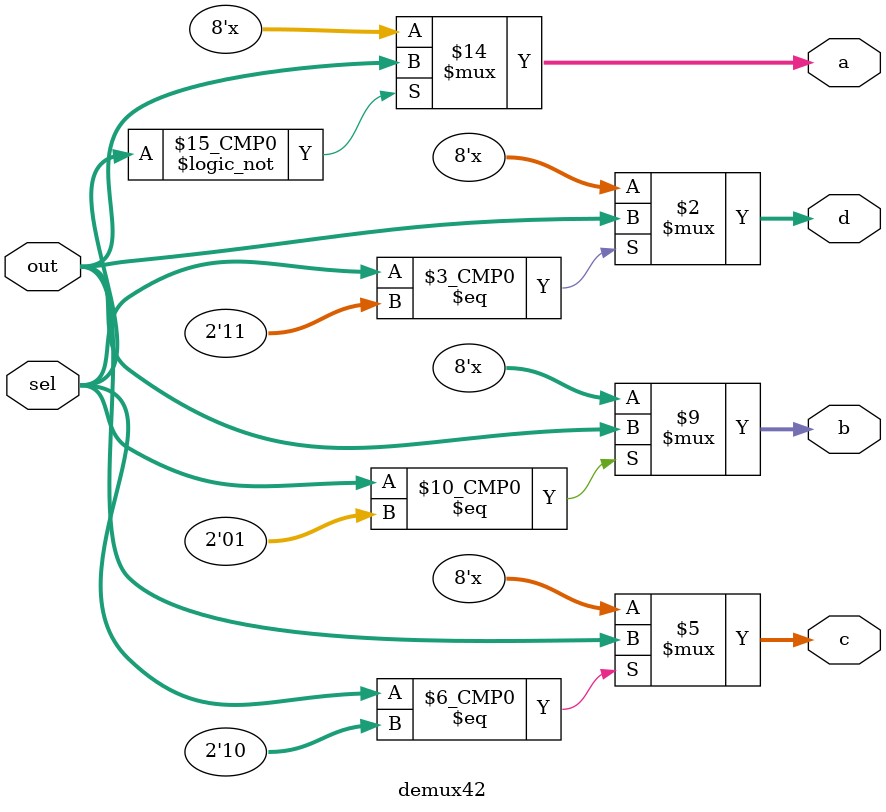
<source format=v>
`timescale 1ns / 1ps
module ConvLayer(weight0, weight1, weight2, weight3, weight4, weight5, weight6, weight7, 
weight8, weight9, weight10, weight11, weight12, weight13, weight14, weight15, weight16, 
weight17, weight18, weight19, weight20, weight21, weight22, weight23, weight24,in0,in1,in2,in3,in4,in5,in6,in7,in8,in9,in10,in11,in12,in13,in14,in15,in16,in17,in18,in19,in20,in21,in22,in23,in24,in25,in26,in27,in28,in29,in30,in31,in32,in33,in34,in35,in36,in37,in38,in39,in40,in41,in42,in43,in44,in45,in46,in47,in48,in49,in50,in51,in52,in53,in54,in55,in56,in57,in58,in59,in60,in61,in62,in63,in64,in65,in66,in67,in68,in69,in70,in71,in72,in73,in74,in75,in76,in77,in78,in79,in80,in81,in82,in83,in84,in85,in86,in87,in88,in89,in90,in91,in92,in93,in94,in95,in96,in97,in98,in99,in100,in101,in102,in103,in104,in105,in106,in107,in108,in109,in110,in111,in112,in113,in114,in115,in116,in117,in118,in119,in120,in121,in122,in123,in124,in125,in126,in127,in128,in129,in130,in131,in132,in133,in134,in135,in136,in137,in138,in139,in140,in141,in142,in143,in144,in145,in146,in147,in148,in149,in150,in151,in152,in153,in154,in155,in156,in157,in158,in159,in160,in161,in162,in163,in164,in165,in166,in167,in168,in169,in170,in171,in172,in173,in174,in175,in176,in177,in178,in179,in180,in181,in182,in183,in184,in185,in186,in187,in188,in189,in190,in191,in192,in193,in194,in195,in196,in197,in198,in199,in200,in201,in202,in203,in204,in205,in206,in207,in208,in209,in210,in211,in212,in213,in214,in215,in216,in217,in218,in219,in220,in221,in222,in223,in224,in225,in226,in227,in228,in229,in230,in231,in232,in233,in234,in235,in236,in237,in238,in239,in240,in241,in242,in243,in244,in245,in246,in247,in248,in249,in250,in251,in252,in253,in254,in255,in256,in257,in258,in259,in260,in261,in262,in263,in264,in265,in266,in267,in268,in269,in270,in271,in272,in273,in274,in275,in276,in277,in278,in279,in280,in281,in282,in283,in284,in285,in286,in287,in288,in289,in290,in291,in292,in293,in294,in295,in296,in297,in298,in299,in300,in301,in302,in303,in304,in305,in306,in307,in308,in309,in310,in311,in312,in313,in314,in315,in316,in317,in318,in319,in320,in321,in322,in323,in324,in325,in326,in327,in328,in329,in330,in331,in332,in333,in334,in335,in336,in337,in338,in339,in340,in341,in342,in343,in344,in345,in346,in347,in348,in349,in350,in351,in352,in353,in354,in355,in356,in357,in358,in359,in360,in361,in362,in363,in364,in365,in366,in367,in368,in369,in370,in371,in372,in373,in374,in375,in376,in377,in378,in379,in380,in381,in382,in383,in384,in385,in386,in387,in388,in389,in390,in391,in392,in393,in394,in395,in396,in397,in398,in399,in400,in401,in402,in403,in404,in405,in406,in407,in408,in409,in410,in411,in412,in413,in414,in415,in416,in417,in418,in419,in420,in421,in422,in423,in424,in425,in426,in427,in428,in429,in430,in431,in432,in433,in434,in435,in436,in437,in438,in439,in440,in441,in442,in443,in444,in445,in446,in447,in448,in449,in450,in451,in452,in453,in454,in455,in456,in457,in458,in459,in460,in461,in462,in463,in464,in465,in466,in467,in468,in469,in470,in471,in472,in473,in474,in475,in476,in477,in478,in479,in480,in481,in482,in483,in484,in485,in486,in487,in488,in489,in490,in491,in492,in493,in494,in495,in496,in497,in498,in499,in500,in501,in502,in503,in504,in505,in506,in507,in508,in509,in510,in511,in512,in513,in514,in515,in516,in517,in518,in519,in520,in521,in522,in523,in524,in525,in526,in527,in528,in529,in530,in531,in532,in533,in534,in535,in536,in537,in538,in539,in540,in541,in542,in543,in544,in545,in546,in547,in548,in549,in550,in551,in552,in553,in554,in555,in556,in557,in558,in559,in560,in561,in562,in563,in564,in565,in566,in567,in568,in569,in570,in571,in572,in573,in574,in575,in576,in577,in578,in579,in580,in581,in582,in583,in584,in585,in586,in587,in588,in589,in590,in591,in592,in593,in594,in595,in596,in597,in598,in599,in600,in601,in602,in603,in604,in605,in606,in607,in608,in609,in610,in611,in612,in613,in614,in615,in616,in617,in618,in619,in620,in621,in622,in623,in624,in625,in626,in627,in628,in629,in630,in631,in632,in633,in634,in635,in636,in637,in638,in639,in640,in641,in642,in643,in644,in645,in646,in647,in648,in649,in650,in651,in652,in653,in654,in655,in656,in657,in658,in659,in660,in661,in662,in663,in664,in665,in666,in667,in668,in669,in670,in671,in672,in673,in674,in675,in676,in677,in678,in679,in680,in681,in682,in683,in684,in685,in686,in687,in688,in689,in690,in691,in692,in693,in694,in695,in696,in697,in698,in699,in700,in701,in702,in703,in704,in705,in706,in707,in708,in709,in710,in711,in712,in713,in714,in715,in716,in717,in718,in719,in720,in721,in722,in723,in724,in725,in726,in727,in728,in729,in730,in731,in732,in733,in734,in735,in736,in737,in738,in739,in740,in741,in742,in743,in744,in745,in746,in747,in748,in749,in750,in751,in752,in753,in754,in755,in756,in757,in758,in759,in760,in761,in762,in763,in764,in765,in766,in767,in768,in769,in770,in771,in772,in773,in774,in775,in776,in777,in778,in779,in780,in781,in782,in783,
bias, clk,conv0,conv1,conv2,conv3,conv4,conv5,conv6,conv7,conv8,conv9,conv10,conv11,conv12,conv13,conv14,conv15,conv16,conv17,conv18,conv19,conv20,conv21,conv22,conv23,conv24,conv25,conv26,conv27,conv28,conv29,conv30,conv31,conv32,conv33,conv34,conv35,conv36,conv37,conv38,conv39,conv40,conv41,conv42,conv43,conv44,conv45,conv46,conv47,conv48,conv49,conv50,conv51,conv52,conv53,conv54,conv55,conv56,conv57,conv58,conv59,conv60,conv61,conv62,conv63,conv64,conv65,conv66,conv67,conv68,conv69,conv70,conv71,conv72,conv73,conv74,conv75,conv76,conv77,conv78,conv79,conv80,conv81,conv82,conv83,conv84,conv85,conv86,conv87,conv88,conv89,conv90,conv91,conv92,conv93,conv94,conv95,conv96,conv97,conv98,conv99,conv100,conv101,conv102,conv103,conv104,conv105,conv106,conv107,conv108,conv109,conv110,conv111,conv112,conv113,conv114,conv115,conv116,conv117,conv118,conv119,conv120,conv121,conv122,conv123,conv124,conv125,conv126,conv127,conv128,conv129,conv130,conv131,conv132,conv133,conv134,conv135,conv136,conv137,conv138,conv139,conv140,conv141,conv142,conv143,conv144,conv145,conv146,conv147,conv148,conv149,conv150,conv151,conv152,conv153,conv154,conv155,conv156,conv157,conv158,conv159,conv160,conv161,conv162,conv163,conv164,conv165,conv166,conv167,conv168,conv169,conv170,conv171,conv172,conv173,conv174,conv175,conv176,conv177,conv178,conv179,conv180,conv181,conv182,conv183,conv184,conv185,conv186,conv187,conv188,conv189,conv190,conv191,conv192,conv193,conv194,conv195,conv196,conv197,conv198,conv199,conv200,conv201,conv202,conv203,conv204,conv205,conv206,conv207,conv208,conv209,conv210,conv211,conv212,conv213,conv214,conv215,conv216,conv217,conv218,conv219,conv220,conv221,conv222,conv223,conv224,conv225,conv226,conv227,conv228,conv229,conv230,conv231,conv232,conv233,conv234,conv235,conv236,conv237,conv238,conv239,conv240,conv241,conv242,conv243,conv244,conv245,conv246,conv247,conv248,conv249,conv250,conv251,conv252,conv253,conv254,conv255,conv256,conv257,conv258,conv259,conv260,conv261,conv262,conv263,conv264,conv265,conv266,conv267,conv268,conv269,conv270,conv271,conv272,conv273,conv274,conv275,conv276,conv277,conv278,conv279,conv280,conv281,conv282,conv283,conv284,conv285,conv286,conv287,conv288,conv289,conv290,conv291,conv292,conv293,conv294,conv295,conv296,conv297,conv298,conv299,conv300,conv301,conv302,conv303,conv304,conv305,conv306,conv307,conv308,conv309,conv310,conv311,conv312,conv313,conv314,conv315,conv316,conv317,conv318,conv319,conv320,conv321,conv322,conv323,conv324,conv325,conv326,conv327,conv328,conv329,conv330,conv331,conv332,conv333,conv334,conv335,conv336,conv337,conv338,conv339,conv340,conv341,conv342,conv343,conv344,conv345,conv346,conv347,conv348,conv349,conv350,conv351,conv352,conv353,conv354,conv355,conv356,conv357,conv358,conv359,conv360,conv361,conv362,conv363,conv364,conv365,conv366,conv367,conv368,conv369,conv370,conv371,conv372,conv373,conv374,conv375,conv376,conv377,conv378,conv379,conv380,conv381,conv382,conv383,conv384,conv385,conv386,conv387,conv388,conv389,conv390,conv391,conv392,conv393,conv394,conv395,conv396,conv397,conv398,conv399,conv400,conv401,conv402,conv403,conv404,conv405,conv406,conv407,conv408,conv409,conv410,conv411,conv412,conv413,conv414,conv415,conv416,conv417,conv418,conv419,conv420,conv421,conv422,conv423,conv424,conv425,conv426,conv427,conv428,conv429,conv430,conv431,conv432,conv433,conv434,conv435,conv436,conv437,conv438,conv439,conv440,conv441,conv442,conv443,conv444,conv445,conv446,conv447,conv448,conv449,conv450,conv451,conv452,conv453,conv454,conv455,conv456,conv457,conv458,conv459,conv460,conv461,conv462,conv463,conv464,conv465,conv466,conv467,conv468,conv469,conv470,conv471,conv472,conv473,conv474,conv475,conv476,conv477,conv478,conv479,conv480,conv481,conv482,conv483,conv484,conv485,conv486,conv487,conv488,conv489,conv490,conv491,conv492,conv493,conv494,conv495,conv496,conv497,conv498,conv499,conv500,conv501,conv502,conv503,conv504,conv505,conv506,conv507,conv508,conv509,conv510,conv511,conv512,conv513,conv514,conv515,conv516,conv517,conv518,conv519,conv520,conv521,conv522,conv523,conv524,conv525,conv526,conv527,conv528,conv529,conv530,conv531,conv532,conv533,conv534,conv535,conv536,conv537,conv538,conv539,conv540,conv541,conv542,conv543,conv544,conv545,conv546,conv547,conv548,conv549,conv550,conv551,conv552,conv553,conv554,conv555,conv556,conv557,conv558,conv559,conv560,conv561,conv562,conv563,conv564,conv565,conv566,conv567,conv568,conv569,conv570,conv571,conv572,conv573,conv574,conv575,
ready,start);
	 
output ready;
reg ready;
input start;
input [7:0] in0;
input [7:0] in1;
input [7:0] in2;
input [7:0] in3;
input [7:0] in4;
input [7:0] in5;
input [7:0] in6;
input [7:0] in7;
input [7:0] in8;
input [7:0] in9;
input [7:0] in10;
input [7:0] in11;
input [7:0] in12;
input [7:0] in13;
input [7:0] in14;
input [7:0] in15;
input [7:0] in16;
input [7:0] in17;
input [7:0] in18;
input [7:0] in19;
input [7:0] in20;
input [7:0] in21;
input [7:0] in22;
input [7:0] in23;
input [7:0] in24;
input [7:0] in25;
input [7:0] in26;
input [7:0] in27;
input [7:0] in28;
input [7:0] in29;
input [7:0] in30;
input [7:0] in31;
input [7:0] in32;
input [7:0] in33;
input [7:0] in34;
input [7:0] in35;
input [7:0] in36;
input [7:0] in37;
input [7:0] in38;
input [7:0] in39;
input [7:0] in40;
input [7:0] in41;
input [7:0] in42;
input [7:0] in43;
input [7:0] in44;
input [7:0] in45;
input [7:0] in46;
input [7:0] in47;
input [7:0] in48;
input [7:0] in49;
input [7:0] in50;
input [7:0] in51;
input [7:0] in52;
input [7:0] in53;
input [7:0] in54;
input [7:0] in55;
input [7:0] in56;
input [7:0] in57;
input [7:0] in58;
input [7:0] in59;
input [7:0] in60;
input [7:0] in61;
input [7:0] in62;
input [7:0] in63;
input [7:0] in64;
input [7:0] in65;
input [7:0] in66;
input [7:0] in67;
input [7:0] in68;
input [7:0] in69;
input [7:0] in70;
input [7:0] in71;
input [7:0] in72;
input [7:0] in73;
input [7:0] in74;
input [7:0] in75;
input [7:0] in76;
input [7:0] in77;
input [7:0] in78;
input [7:0] in79;
input [7:0] in80;
input [7:0] in81;
input [7:0] in82;
input [7:0] in83;
input [7:0] in84;
input [7:0] in85;
input [7:0] in86;
input [7:0] in87;
input [7:0] in88;
input [7:0] in89;
input [7:0] in90;
input [7:0] in91;
input [7:0] in92;
input [7:0] in93;
input [7:0] in94;
input [7:0] in95;
input [7:0] in96;
input [7:0] in97;
input [7:0] in98;
input [7:0] in99;
input [7:0] in100;
input [7:0] in101;
input [7:0] in102;
input [7:0] in103;
input [7:0] in104;
input [7:0] in105;
input [7:0] in106;
input [7:0] in107;
input [7:0] in108;
input [7:0] in109;
input [7:0] in110;
input [7:0] in111;
input [7:0] in112;
input [7:0] in113;
input [7:0] in114;
input [7:0] in115;
input [7:0] in116;
input [7:0] in117;
input [7:0] in118;
input [7:0] in119;
input [7:0] in120;
input [7:0] in121;
input [7:0] in122;
input [7:0] in123;
input [7:0] in124;
input [7:0] in125;
input [7:0] in126;
input [7:0] in127;
input [7:0] in128;
input [7:0] in129;
input [7:0] in130;
input [7:0] in131;
input [7:0] in132;
input [7:0] in133;
input [7:0] in134;
input [7:0] in135;
input [7:0] in136;
input [7:0] in137;
input [7:0] in138;
input [7:0] in139;
input [7:0] in140;
input [7:0] in141;
input [7:0] in142;
input [7:0] in143;
input [7:0] in144;
input [7:0] in145;
input [7:0] in146;
input [7:0] in147;
input [7:0] in148;
input [7:0] in149;
input [7:0] in150;
input [7:0] in151;
input [7:0] in152;
input [7:0] in153;
input [7:0] in154;
input [7:0] in155;
input [7:0] in156;
input [7:0] in157;
input [7:0] in158;
input [7:0] in159;
input [7:0] in160;
input [7:0] in161;
input [7:0] in162;
input [7:0] in163;
input [7:0] in164;
input [7:0] in165;
input [7:0] in166;
input [7:0] in167;
input [7:0] in168;
input [7:0] in169;
input [7:0] in170;
input [7:0] in171;
input [7:0] in172;
input [7:0] in173;
input [7:0] in174;
input [7:0] in175;
input [7:0] in176;
input [7:0] in177;
input [7:0] in178;
input [7:0] in179;
input [7:0] in180;
input [7:0] in181;
input [7:0] in182;
input [7:0] in183;
input [7:0] in184;
input [7:0] in185;
input [7:0] in186;
input [7:0] in187;
input [7:0] in188;
input [7:0] in189;
input [7:0] in190;
input [7:0] in191;
input [7:0] in192;
input [7:0] in193;
input [7:0] in194;
input [7:0] in195;
input [7:0] in196;
input [7:0] in197;
input [7:0] in198;
input [7:0] in199;
input [7:0] in200;
input [7:0] in201;
input [7:0] in202;
input [7:0] in203;
input [7:0] in204;
input [7:0] in205;
input [7:0] in206;
input [7:0] in207;
input [7:0] in208;
input [7:0] in209;
input [7:0] in210;
input [7:0] in211;
input [7:0] in212;
input [7:0] in213;
input [7:0] in214;
input [7:0] in215;
input [7:0] in216;
input [7:0] in217;
input [7:0] in218;
input [7:0] in219;
input [7:0] in220;
input [7:0] in221;
input [7:0] in222;
input [7:0] in223;
input [7:0] in224;
input [7:0] in225;
input [7:0] in226;
input [7:0] in227;
input [7:0] in228;
input [7:0] in229;
input [7:0] in230;
input [7:0] in231;
input [7:0] in232;
input [7:0] in233;
input [7:0] in234;
input [7:0] in235;
input [7:0] in236;
input [7:0] in237;
input [7:0] in238;
input [7:0] in239;
input [7:0] in240;
input [7:0] in241;
input [7:0] in242;
input [7:0] in243;
input [7:0] in244;
input [7:0] in245;
input [7:0] in246;
input [7:0] in247;
input [7:0] in248;
input [7:0] in249;
input [7:0] in250;
input [7:0] in251;
input [7:0] in252;
input [7:0] in253;
input [7:0] in254;
input [7:0] in255;
input [7:0] in256;
input [7:0] in257;
input [7:0] in258;
input [7:0] in259;
input [7:0] in260;
input [7:0] in261;
input [7:0] in262;
input [7:0] in263;
input [7:0] in264;
input [7:0] in265;
input [7:0] in266;
input [7:0] in267;
input [7:0] in268;
input [7:0] in269;
input [7:0] in270;
input [7:0] in271;
input [7:0] in272;
input [7:0] in273;
input [7:0] in274;
input [7:0] in275;
input [7:0] in276;
input [7:0] in277;
input [7:0] in278;
input [7:0] in279;
input [7:0] in280;
input [7:0] in281;
input [7:0] in282;
input [7:0] in283;
input [7:0] in284;
input [7:0] in285;
input [7:0] in286;
input [7:0] in287;
input [7:0] in288;
input [7:0] in289;
input [7:0] in290;
input [7:0] in291;
input [7:0] in292;
input [7:0] in293;
input [7:0] in294;
input [7:0] in295;
input [7:0] in296;
input [7:0] in297;
input [7:0] in298;
input [7:0] in299;
input [7:0] in300;
input [7:0] in301;
input [7:0] in302;
input [7:0] in303;
input [7:0] in304;
input [7:0] in305;
input [7:0] in306;
input [7:0] in307;
input [7:0] in308;
input [7:0] in309;
input [7:0] in310;
input [7:0] in311;
input [7:0] in312;
input [7:0] in313;
input [7:0] in314;
input [7:0] in315;
input [7:0] in316;
input [7:0] in317;
input [7:0] in318;
input [7:0] in319;
input [7:0] in320;
input [7:0] in321;
input [7:0] in322;
input [7:0] in323;
input [7:0] in324;
input [7:0] in325;
input [7:0] in326;
input [7:0] in327;
input [7:0] in328;
input [7:0] in329;
input [7:0] in330;
input [7:0] in331;
input [7:0] in332;
input [7:0] in333;
input [7:0] in334;
input [7:0] in335;
input [7:0] in336;
input [7:0] in337;
input [7:0] in338;
input [7:0] in339;
input [7:0] in340;
input [7:0] in341;
input [7:0] in342;
input [7:0] in343;
input [7:0] in344;
input [7:0] in345;
input [7:0] in346;
input [7:0] in347;
input [7:0] in348;
input [7:0] in349;
input [7:0] in350;
input [7:0] in351;
input [7:0] in352;
input [7:0] in353;
input [7:0] in354;
input [7:0] in355;
input [7:0] in356;
input [7:0] in357;
input [7:0] in358;
input [7:0] in359;
input [7:0] in360;
input [7:0] in361;
input [7:0] in362;
input [7:0] in363;
input [7:0] in364;
input [7:0] in365;
input [7:0] in366;
input [7:0] in367;
input [7:0] in368;
input [7:0] in369;
input [7:0] in370;
input [7:0] in371;
input [7:0] in372;
input [7:0] in373;
input [7:0] in374;
input [7:0] in375;
input [7:0] in376;
input [7:0] in377;
input [7:0] in378;
input [7:0] in379;
input [7:0] in380;
input [7:0] in381;
input [7:0] in382;
input [7:0] in383;
input [7:0] in384;
input [7:0] in385;
input [7:0] in386;
input [7:0] in387;
input [7:0] in388;
input [7:0] in389;
input [7:0] in390;
input [7:0] in391;
input [7:0] in392;
input [7:0] in393;
input [7:0] in394;
input [7:0] in395;
input [7:0] in396;
input [7:0] in397;
input [7:0] in398;
input [7:0] in399;
input [7:0] in400;
input [7:0] in401;
input [7:0] in402;
input [7:0] in403;
input [7:0] in404;
input [7:0] in405;
input [7:0] in406;
input [7:0] in407;
input [7:0] in408;
input [7:0] in409;
input [7:0] in410;
input [7:0] in411;
input [7:0] in412;
input [7:0] in413;
input [7:0] in414;
input [7:0] in415;
input [7:0] in416;
input [7:0] in417;
input [7:0] in418;
input [7:0] in419;
input [7:0] in420;
input [7:0] in421;
input [7:0] in422;
input [7:0] in423;
input [7:0] in424;
input [7:0] in425;
input [7:0] in426;
input [7:0] in427;
input [7:0] in428;
input [7:0] in429;
input [7:0] in430;
input [7:0] in431;
input [7:0] in432;
input [7:0] in433;
input [7:0] in434;
input [7:0] in435;
input [7:0] in436;
input [7:0] in437;
input [7:0] in438;
input [7:0] in439;
input [7:0] in440;
input [7:0] in441;
input [7:0] in442;
input [7:0] in443;
input [7:0] in444;
input [7:0] in445;
input [7:0] in446;
input [7:0] in447;
input [7:0] in448;
input [7:0] in449;
input [7:0] in450;
input [7:0] in451;
input [7:0] in452;
input [7:0] in453;
input [7:0] in454;
input [7:0] in455;
input [7:0] in456;
input [7:0] in457;
input [7:0] in458;
input [7:0] in459;
input [7:0] in460;
input [7:0] in461;
input [7:0] in462;
input [7:0] in463;
input [7:0] in464;
input [7:0] in465;
input [7:0] in466;
input [7:0] in467;
input [7:0] in468;
input [7:0] in469;
input [7:0] in470;
input [7:0] in471;
input [7:0] in472;
input [7:0] in473;
input [7:0] in474;
input [7:0] in475;
input [7:0] in476;
input [7:0] in477;
input [7:0] in478;
input [7:0] in479;
input [7:0] in480;
input [7:0] in481;
input [7:0] in482;
input [7:0] in483;
input [7:0] in484;
input [7:0] in485;
input [7:0] in486;
input [7:0] in487;
input [7:0] in488;
input [7:0] in489;
input [7:0] in490;
input [7:0] in491;
input [7:0] in492;
input [7:0] in493;
input [7:0] in494;
input [7:0] in495;
input [7:0] in496;
input [7:0] in497;
input [7:0] in498;
input [7:0] in499;
input [7:0] in500;
input [7:0] in501;
input [7:0] in502;
input [7:0] in503;
input [7:0] in504;
input [7:0] in505;
input [7:0] in506;
input [7:0] in507;
input [7:0] in508;
input [7:0] in509;
input [7:0] in510;
input [7:0] in511;
input [7:0] in512;
input [7:0] in513;
input [7:0] in514;
input [7:0] in515;
input [7:0] in516;
input [7:0] in517;
input [7:0] in518;
input [7:0] in519;
input [7:0] in520;
input [7:0] in521;
input [7:0] in522;
input [7:0] in523;
input [7:0] in524;
input [7:0] in525;
input [7:0] in526;
input [7:0] in527;
input [7:0] in528;
input [7:0] in529;
input [7:0] in530;
input [7:0] in531;
input [7:0] in532;
input [7:0] in533;
input [7:0] in534;
input [7:0] in535;
input [7:0] in536;
input [7:0] in537;
input [7:0] in538;
input [7:0] in539;
input [7:0] in540;
input [7:0] in541;
input [7:0] in542;
input [7:0] in543;
input [7:0] in544;
input [7:0] in545;
input [7:0] in546;
input [7:0] in547;
input [7:0] in548;
input [7:0] in549;
input [7:0] in550;
input [7:0] in551;
input [7:0] in552;
input [7:0] in553;
input [7:0] in554;
input [7:0] in555;
input [7:0] in556;
input [7:0] in557;
input [7:0] in558;
input [7:0] in559;
input [7:0] in560;
input [7:0] in561;
input [7:0] in562;
input [7:0] in563;
input [7:0] in564;
input [7:0] in565;
input [7:0] in566;
input [7:0] in567;
input [7:0] in568;
input [7:0] in569;
input [7:0] in570;
input [7:0] in571;
input [7:0] in572;
input [7:0] in573;
input [7:0] in574;
input [7:0] in575;
input [7:0] in576;
input [7:0] in577;
input [7:0] in578;
input [7:0] in579;
input [7:0] in580;
input [7:0] in581;
input [7:0] in582;
input [7:0] in583;
input [7:0] in584;
input [7:0] in585;
input [7:0] in586;
input [7:0] in587;
input [7:0] in588;
input [7:0] in589;
input [7:0] in590;
input [7:0] in591;
input [7:0] in592;
input [7:0] in593;
input [7:0] in594;
input [7:0] in595;
input [7:0] in596;
input [7:0] in597;
input [7:0] in598;
input [7:0] in599;
input [7:0] in600;
input [7:0] in601;
input [7:0] in602;
input [7:0] in603;
input [7:0] in604;
input [7:0] in605;
input [7:0] in606;
input [7:0] in607;
input [7:0] in608;
input [7:0] in609;
input [7:0] in610;
input [7:0] in611;
input [7:0] in612;
input [7:0] in613;
input [7:0] in614;
input [7:0] in615;
input [7:0] in616;
input [7:0] in617;
input [7:0] in618;
input [7:0] in619;
input [7:0] in620;
input [7:0] in621;
input [7:0] in622;
input [7:0] in623;
input [7:0] in624;
input [7:0] in625;
input [7:0] in626;
input [7:0] in627;
input [7:0] in628;
input [7:0] in629;
input [7:0] in630;
input [7:0] in631;
input [7:0] in632;
input [7:0] in633;
input [7:0] in634;
input [7:0] in635;
input [7:0] in636;
input [7:0] in637;
input [7:0] in638;
input [7:0] in639;
input [7:0] in640;
input [7:0] in641;
input [7:0] in642;
input [7:0] in643;
input [7:0] in644;
input [7:0] in645;
input [7:0] in646;
input [7:0] in647;
input [7:0] in648;
input [7:0] in649;
input [7:0] in650;
input [7:0] in651;
input [7:0] in652;
input [7:0] in653;
input [7:0] in654;
input [7:0] in655;
input [7:0] in656;
input [7:0] in657;
input [7:0] in658;
input [7:0] in659;
input [7:0] in660;
input [7:0] in661;
input [7:0] in662;
input [7:0] in663;
input [7:0] in664;
input [7:0] in665;
input [7:0] in666;
input [7:0] in667;
input [7:0] in668;
input [7:0] in669;
input [7:0] in670;
input [7:0] in671;
input [7:0] in672;
input [7:0] in673;
input [7:0] in674;
input [7:0] in675;
input [7:0] in676;
input [7:0] in677;
input [7:0] in678;
input [7:0] in679;
input [7:0] in680;
input [7:0] in681;
input [7:0] in682;
input [7:0] in683;
input [7:0] in684;
input [7:0] in685;
input [7:0] in686;
input [7:0] in687;
input [7:0] in688;
input [7:0] in689;
input [7:0] in690;
input [7:0] in691;
input [7:0] in692;
input [7:0] in693;
input [7:0] in694;
input [7:0] in695;
input [7:0] in696;
input [7:0] in697;
input [7:0] in698;
input [7:0] in699;
input [7:0] in700;
input [7:0] in701;
input [7:0] in702;
input [7:0] in703;
input [7:0] in704;
input [7:0] in705;
input [7:0] in706;
input [7:0] in707;
input [7:0] in708;
input [7:0] in709;
input [7:0] in710;
input [7:0] in711;
input [7:0] in712;
input [7:0] in713;
input [7:0] in714;
input [7:0] in715;
input [7:0] in716;
input [7:0] in717;
input [7:0] in718;
input [7:0] in719;
input [7:0] in720;
input [7:0] in721;
input [7:0] in722;
input [7:0] in723;
input [7:0] in724;
input [7:0] in725;
input [7:0] in726;
input [7:0] in727;
input [7:0] in728;
input [7:0] in729;
input [7:0] in730;
input [7:0] in731;
input [7:0] in732;
input [7:0] in733;
input [7:0] in734;
input [7:0] in735;
input [7:0] in736;
input [7:0] in737;
input [7:0] in738;
input [7:0] in739;
input [7:0] in740;
input [7:0] in741;
input [7:0] in742;
input [7:0] in743;
input [7:0] in744;
input [7:0] in745;
input [7:0] in746;
input [7:0] in747;
input [7:0] in748;
input [7:0] in749;
input [7:0] in750;
input [7:0] in751;
input [7:0] in752;
input [7:0] in753;
input [7:0] in754;
input [7:0] in755;
input [7:0] in756;
input [7:0] in757;
input [7:0] in758;
input [7:0] in759;
input [7:0] in760;
input [7:0] in761;
input [7:0] in762;
input [7:0] in763;
input [7:0] in764;
input [7:0] in765;
input [7:0] in766;
input [7:0] in767;
input [7:0] in768;
input [7:0] in769;
input [7:0] in770;
input [7:0] in771;
input [7:0] in772;
input [7:0] in773;
input [7:0] in774;
input [7:0] in775;
input [7:0] in776;
input [7:0] in777;
input [7:0] in778;
input [7:0] in779;
input [7:0] in780;
input [7:0] in781;
input [7:0] in782;
input [7:0] in783;

input [7:0] weight0;
input [7:0] weight1;
input [7:0] weight2;
input [7:0] weight3;
input [7:0] weight4;
input [7:0] weight5;
input [7:0] weight6;
input [7:0] weight7;
input [7:0] weight8;
input [7:0] weight9;
input [7:0] weight10;
input [7:0] weight11;
input [7:0] weight12;
input [7:0] weight13;
input [7:0] weight14;
input [7:0] weight15;
input [7:0] weight16;
input [7:0] weight17;
input [7:0] weight18;
input [7:0] weight19;
input [7:0] weight20;
input [7:0] weight21;
input [7:0] weight22;
input [7:0] weight23;
input [7:0] weight24;

input [7:0] bias;
input clk;


 output [7:0] conv0;
output [7:0] conv1;
output [7:0] conv2;
output [7:0] conv3;
output [7:0] conv4;
output [7:0] conv5;
output [7:0] conv6;
output [7:0] conv7;
output [7:0] conv8;
output [7:0] conv9;
output [7:0] conv10;
output [7:0] conv11;
output [7:0] conv12;
output [7:0] conv13;
output [7:0] conv14;
output [7:0] conv15;
output [7:0] conv16;
output [7:0] conv17;
output [7:0] conv18;
output [7:0] conv19;
output [7:0] conv20;
output [7:0] conv21;
output [7:0] conv22;
output [7:0] conv23;
output [7:0] conv24;
output [7:0] conv25;
output [7:0] conv26;
output [7:0] conv27;
output [7:0] conv28;
output [7:0] conv29;
output [7:0] conv30;
output [7:0] conv31;
output [7:0] conv32;
output [7:0] conv33;
output [7:0] conv34;
output [7:0] conv35;
output [7:0] conv36;
output [7:0] conv37;
output [7:0] conv38;
output [7:0] conv39;
output [7:0] conv40;
output [7:0] conv41;
output [7:0] conv42;
output [7:0] conv43;
output [7:0] conv44;
output [7:0] conv45;
output [7:0] conv46;
output [7:0] conv47;
output [7:0] conv48;
output [7:0] conv49;
output [7:0] conv50;
output [7:0] conv51;
output [7:0] conv52;
output [7:0] conv53;
output [7:0] conv54;
output [7:0] conv55;
output [7:0] conv56;
output [7:0] conv57;
output [7:0] conv58;
output [7:0] conv59;
output [7:0] conv60;
output [7:0] conv61;
output [7:0] conv62;
output [7:0] conv63;
output [7:0] conv64;
output [7:0] conv65;
output [7:0] conv66;
output [7:0] conv67;
output [7:0] conv68;
output [7:0] conv69;
output [7:0] conv70;
output [7:0] conv71;
output [7:0] conv72;
output [7:0] conv73;
output [7:0] conv74;
output [7:0] conv75;
output [7:0] conv76;
output [7:0] conv77;
output [7:0] conv78;
output [7:0] conv79;
output [7:0] conv80;
output [7:0] conv81;
output [7:0] conv82;
output [7:0] conv83;
output [7:0] conv84;
output [7:0] conv85;
output [7:0] conv86;
output [7:0] conv87;
output [7:0] conv88;
output [7:0] conv89;
output [7:0] conv90;
output [7:0] conv91;
output [7:0] conv92;
output [7:0] conv93;
output [7:0] conv94;
output [7:0] conv95;
output [7:0] conv96;
output [7:0] conv97;
output [7:0] conv98;
output [7:0] conv99;
output [7:0] conv100;
output [7:0] conv101;
output [7:0] conv102;
output [7:0] conv103;
output [7:0] conv104;
output [7:0] conv105;
output [7:0] conv106;
output [7:0] conv107;
output [7:0] conv108;
output [7:0] conv109;
output [7:0] conv110;
output [7:0] conv111;
output [7:0] conv112;
output [7:0] conv113;
output [7:0] conv114;
output [7:0] conv115;
output [7:0] conv116;
output [7:0] conv117;
output [7:0] conv118;
output [7:0] conv119;
output [7:0] conv120;
output [7:0] conv121;
output [7:0] conv122;
output [7:0] conv123;
output [7:0] conv124;
output [7:0] conv125;
output [7:0] conv126;
output [7:0] conv127;
output [7:0] conv128;
output [7:0] conv129;
output [7:0] conv130;
output [7:0] conv131;
output [7:0] conv132;
output [7:0] conv133;
output [7:0] conv134;
output [7:0] conv135;
output [7:0] conv136;
output [7:0] conv137;
output [7:0] conv138;
output [7:0] conv139;
output [7:0] conv140;
output [7:0] conv141;
output [7:0] conv142;
output [7:0] conv143;
output [7:0] conv144;
output [7:0] conv145;
output [7:0] conv146;
output [7:0] conv147;
output [7:0] conv148;
output [7:0] conv149;
output [7:0] conv150;
output [7:0] conv151;
output [7:0] conv152;
output [7:0] conv153;
output [7:0] conv154;
output [7:0] conv155;
output [7:0] conv156;
output [7:0] conv157;
output [7:0] conv158;
output [7:0] conv159;
output [7:0] conv160;
output [7:0] conv161;
output [7:0] conv162;
output [7:0] conv163;
output [7:0] conv164;
output [7:0] conv165;
output [7:0] conv166;
output [7:0] conv167;
output [7:0] conv168;
output [7:0] conv169;
output [7:0] conv170;
output [7:0] conv171;
output [7:0] conv172;
output [7:0] conv173;
output [7:0] conv174;
output [7:0] conv175;
output [7:0] conv176;
output [7:0] conv177;
output [7:0] conv178;
output [7:0] conv179;
output [7:0] conv180;
output [7:0] conv181;
output [7:0] conv182;
output [7:0] conv183;
output [7:0] conv184;
output [7:0] conv185;
output [7:0] conv186;
output [7:0] conv187;
output [7:0] conv188;
output [7:0] conv189;
output [7:0] conv190;
output [7:0] conv191;
output [7:0] conv192;
output [7:0] conv193;
output [7:0] conv194;
output [7:0] conv195;
output [7:0] conv196;
output [7:0] conv197;
output [7:0] conv198;
output [7:0] conv199;
output [7:0] conv200;
output [7:0] conv201;
output [7:0] conv202;
output [7:0] conv203;
output [7:0] conv204;
output [7:0] conv205;
output [7:0] conv206;
output [7:0] conv207;
output [7:0] conv208;
output [7:0] conv209;
output [7:0] conv210;
output [7:0] conv211;
output [7:0] conv212;
output [7:0] conv213;
output [7:0] conv214;
output [7:0] conv215;
output [7:0] conv216;
output [7:0] conv217;
output [7:0] conv218;
output [7:0] conv219;
output [7:0] conv220;
output [7:0] conv221;
output [7:0] conv222;
output [7:0] conv223;
output [7:0] conv224;
output [7:0] conv225;
output [7:0] conv226;
output [7:0] conv227;
output [7:0] conv228;
output [7:0] conv229;
output [7:0] conv230;
output [7:0] conv231;
output [7:0] conv232;
output [7:0] conv233;
output [7:0] conv234;
output [7:0] conv235;
output [7:0] conv236;
output [7:0] conv237;
output [7:0] conv238;
output [7:0] conv239;
output [7:0] conv240;
output [7:0] conv241;
output [7:0] conv242;
output [7:0] conv243;
output [7:0] conv244;
output [7:0] conv245;
output [7:0] conv246;
output [7:0] conv247;
output [7:0] conv248;
output [7:0] conv249;
output [7:0] conv250;
output [7:0] conv251;
output [7:0] conv252;
output [7:0] conv253;
output [7:0] conv254;
output [7:0] conv255;
output [7:0] conv256;
output [7:0] conv257;
output [7:0] conv258;
output [7:0] conv259;
output [7:0] conv260;
output [7:0] conv261;
output [7:0] conv262;
output [7:0] conv263;
output [7:0] conv264;
output [7:0] conv265;
output [7:0] conv266;
output [7:0] conv267;
output [7:0] conv268;
output [7:0] conv269;
output [7:0] conv270;
output [7:0] conv271;
output [7:0] conv272;
output [7:0] conv273;
output [7:0] conv274;
output [7:0] conv275;
output [7:0] conv276;
output [7:0] conv277;
output [7:0] conv278;
output [7:0] conv279;
output [7:0] conv280;
output [7:0] conv281;
output [7:0] conv282;
output [7:0] conv283;
output [7:0] conv284;
output [7:0] conv285;
output [7:0] conv286;
output [7:0] conv287;
output [7:0] conv288;
output [7:0] conv289;
output [7:0] conv290;
output [7:0] conv291;
output [7:0] conv292;
output [7:0] conv293;
output [7:0] conv294;
output [7:0] conv295;
output [7:0] conv296;
output [7:0] conv297;
output [7:0] conv298;
output [7:0] conv299;
output [7:0] conv300;
output [7:0] conv301;
output [7:0] conv302;
output [7:0] conv303;
output [7:0] conv304;
output [7:0] conv305;
output [7:0] conv306;
output [7:0] conv307;
output [7:0] conv308;
output [7:0] conv309;
output [7:0] conv310;
output [7:0] conv311;
output [7:0] conv312;
output [7:0] conv313;
output [7:0] conv314;
output [7:0] conv315;
output [7:0] conv316;
output [7:0] conv317;
output [7:0] conv318;
output [7:0] conv319;
output [7:0] conv320;
output [7:0] conv321;
output [7:0] conv322;
output [7:0] conv323;
output [7:0] conv324;
output [7:0] conv325;
output [7:0] conv326;
output [7:0] conv327;
output [7:0] conv328;
output [7:0] conv329;
output [7:0] conv330;
output [7:0] conv331;
output [7:0] conv332;
output [7:0] conv333;
output [7:0] conv334;
output [7:0] conv335;
output [7:0] conv336;
output [7:0] conv337;
output [7:0] conv338;
output [7:0] conv339;
output [7:0] conv340;
output [7:0] conv341;
output [7:0] conv342;
output [7:0] conv343;
output [7:0] conv344;
output [7:0] conv345;
output [7:0] conv346;
output [7:0] conv347;
output [7:0] conv348;
output [7:0] conv349;
output [7:0] conv350;
output [7:0] conv351;
output [7:0] conv352;
output [7:0] conv353;
output [7:0] conv354;
output [7:0] conv355;
output [7:0] conv356;
output [7:0] conv357;
output [7:0] conv358;
output [7:0] conv359;
output [7:0] conv360;
output [7:0] conv361;
output [7:0] conv362;
output [7:0] conv363;
output [7:0] conv364;
output [7:0] conv365;
output [7:0] conv366;
output [7:0] conv367;
output [7:0] conv368;
output [7:0] conv369;
output [7:0] conv370;
output [7:0] conv371;
output [7:0] conv372;
output [7:0] conv373;
output [7:0] conv374;
output [7:0] conv375;
output [7:0] conv376;
output [7:0] conv377;
output [7:0] conv378;
output [7:0] conv379;
output [7:0] conv380;
output [7:0] conv381;
output [7:0] conv382;
output [7:0] conv383;
output [7:0] conv384;
output [7:0] conv385;
output [7:0] conv386;
output [7:0] conv387;
output [7:0] conv388;
output [7:0] conv389;
output [7:0] conv390;
output [7:0] conv391;
output [7:0] conv392;
output [7:0] conv393;
output [7:0] conv394;
output [7:0] conv395;
output [7:0] conv396;
output [7:0] conv397;
output [7:0] conv398;
output [7:0] conv399;
output [7:0] conv400;
output [7:0] conv401;
output [7:0] conv402;
output [7:0] conv403;
output [7:0] conv404;
output [7:0] conv405;
output [7:0] conv406;
output [7:0] conv407;
output [7:0] conv408;
output [7:0] conv409;
output [7:0] conv410;
output [7:0] conv411;
output [7:0] conv412;
output [7:0] conv413;
output [7:0] conv414;
output [7:0] conv415;
output [7:0] conv416;
output [7:0] conv417;
output [7:0] conv418;
output [7:0] conv419;
output [7:0] conv420;
output [7:0] conv421;
output [7:0] conv422;
output [7:0] conv423;
output [7:0] conv424;
output [7:0] conv425;
output [7:0] conv426;
output [7:0] conv427;
output [7:0] conv428;
output [7:0] conv429;
output [7:0] conv430;
output [7:0] conv431;
output [7:0] conv432;
output [7:0] conv433;
output [7:0] conv434;
output [7:0] conv435;
output [7:0] conv436;
output [7:0] conv437;
output [7:0] conv438;
output [7:0] conv439;
output [7:0] conv440;
output [7:0] conv441;
output [7:0] conv442;
output [7:0] conv443;
output [7:0] conv444;
output [7:0] conv445;
output [7:0] conv446;
output [7:0] conv447;
output [7:0] conv448;
output [7:0] conv449;
output [7:0] conv450;
output [7:0] conv451;
output [7:0] conv452;
output [7:0] conv453;
output [7:0] conv454;
output [7:0] conv455;
output [7:0] conv456;
output [7:0] conv457;
output [7:0] conv458;
output [7:0] conv459;
output [7:0] conv460;
output [7:0] conv461;
output [7:0] conv462;
output [7:0] conv463;
output [7:0] conv464;
output [7:0] conv465;
output [7:0] conv466;
output [7:0] conv467;
output [7:0] conv468;
output [7:0] conv469;
output [7:0] conv470;
output [7:0] conv471;
output [7:0] conv472;
output [7:0] conv473;
output [7:0] conv474;
output [7:0] conv475;
output [7:0] conv476;
output [7:0] conv477;
output [7:0] conv478;
output [7:0] conv479;
output [7:0] conv480;
output [7:0] conv481;
output [7:0] conv482;
output [7:0] conv483;
output [7:0] conv484;
output [7:0] conv485;
output [7:0] conv486;
output [7:0] conv487;
output [7:0] conv488;
output [7:0] conv489;
output [7:0] conv490;
output [7:0] conv491;
output [7:0] conv492;
output [7:0] conv493;
output [7:0] conv494;
output [7:0] conv495;
output [7:0] conv496;
output [7:0] conv497;
output [7:0] conv498;
output [7:0] conv499;
output [7:0] conv500;
output [7:0] conv501;
output [7:0] conv502;
output [7:0] conv503;
output [7:0] conv504;
output [7:0] conv505;
output [7:0] conv506;
output [7:0] conv507;
output [7:0] conv508;
output [7:0] conv509;
output [7:0] conv510;
output [7:0] conv511;
output [7:0] conv512;
output [7:0] conv513;
output [7:0] conv514;
output [7:0] conv515;
output [7:0] conv516;
output [7:0] conv517;
output [7:0] conv518;
output [7:0] conv519;
output [7:0] conv520;
output [7:0] conv521;
output [7:0] conv522;
output [7:0] conv523;
output [7:0] conv524;
output [7:0] conv525;
output [7:0] conv526;
output [7:0] conv527;
output [7:0] conv528;
output [7:0] conv529;
output [7:0] conv530;
output [7:0] conv531;
output [7:0] conv532;
output [7:0] conv533;
output [7:0] conv534;
output [7:0] conv535;
output [7:0] conv536;
output [7:0] conv537;
output [7:0] conv538;
output [7:0] conv539;
output [7:0] conv540;
output [7:0] conv541;
output [7:0] conv542;
output [7:0] conv543;
output [7:0] conv544;
output [7:0] conv545;
output [7:0] conv546;
output [7:0] conv547;
output [7:0] conv548;
output [7:0] conv549;
output [7:0] conv550;
output [7:0] conv551;
output [7:0] conv552;
output [7:0] conv553;
output [7:0] conv554;
output [7:0] conv555;
output [7:0] conv556;
output [7:0] conv557;
output [7:0] conv558;
output [7:0] conv559;
output [7:0] conv560;
output [7:0] conv561;
output [7:0] conv562;
output [7:0] conv563;
output [7:0] conv564;
output [7:0] conv565;
output [7:0] conv566;
output [7:0] conv567;
output [7:0] conv568;
output [7:0] conv569;
output [7:0] conv570;
output [7:0] conv571;
output [7:0] conv572;
output [7:0] conv573;
output [7:0] conv574;
output [7:0] conv575;

wire [7:0] mux0;
wire [7:0] mux1;
wire [7:0] mux2;
wire [7:0] mux3;
wire [7:0] mux4;
wire [7:0] mux5;
wire [7:0] mux6;
wire [7:0] mux7;
wire [7:0] mux8;
wire [7:0] mux9;
wire [7:0] mux10;
wire [7:0] mux11;
wire [7:0] mux12;
wire [7:0] mux13;
wire [7:0] mux14;
wire [7:0] mux15;
wire [7:0] mux16;
wire [7:0] mux17;
wire [7:0] mux18;
wire [7:0] mux19;
wire [7:0] mux20;
wire [7:0] mux21;
wire [7:0] mux22;
wire [7:0] mux23;
wire [7:0] mux24;
wire [7:0] mux25;
wire [7:0] mux26;
wire [7:0] mux27;
wire [7:0] mux28;
wire [7:0] mux29;
wire [7:0] mux30;
wire [7:0] mux31;
wire [7:0] mux32;
wire [7:0] mux33;
wire [7:0] mux34;
wire [7:0] mux35;
wire [7:0] mux36;
wire [7:0] mux37;
wire [7:0] mux38;
wire [7:0] mux39;
wire [7:0] mux40;
wire [7:0] mux41;
wire [7:0] mux42;
wire [7:0] mux43;
wire [7:0] mux44;
wire [7:0] mux45;
wire [7:0] mux46;
wire [7:0] mux47;
wire [7:0] mux48;
wire [7:0] mux49;
wire [7:0] mux50;
wire [7:0] mux51;
wire [7:0] mux52;
wire [7:0] mux53;
wire [7:0] mux54;
wire [7:0] mux55;
wire [7:0] mux56;
wire [7:0] mux57;
wire [7:0] mux58;
wire [7:0] mux59;
wire [7:0] mux60;
wire [7:0] mux61;
wire [7:0] mux62;
wire [7:0] mux63;
wire [7:0] mux64;
wire [7:0] mux65;
wire [7:0] mux66;
wire [7:0] mux67;
wire [7:0] mux68;
wire [7:0] mux69;
wire [7:0] mux70;
wire [7:0] mux71;
wire [7:0] mux72;
wire [7:0] mux73;
wire [7:0] mux74;
wire [7:0] mux75;
wire [7:0] mux76;
wire [7:0] mux77;
wire [7:0] mux78;
wire [7:0] mux79;
wire [7:0] mux80;
wire [7:0] mux81;
wire [7:0] mux82;
wire [7:0] mux83;
wire [7:0] mux84;
wire [7:0] mux85;
wire [7:0] mux86;
wire [7:0] mux87;
wire [7:0] mux88;
wire [7:0] mux89;
wire [7:0] mux90;
wire [7:0] mux91;
wire [7:0] mux92;
wire [7:0] mux93;
wire [7:0] mux94;
wire [7:0] mux95;
wire [7:0] mux96;
wire [7:0] mux97;
wire [7:0] mux98;
wire [7:0] mux99;
wire [7:0] mux100;
wire [7:0] mux101;
wire [7:0] mux102;
wire [7:0] mux103;
wire [7:0] mux104;
wire [7:0] mux105;
wire [7:0] mux106;
wire [7:0] mux107;
wire [7:0] mux108;
wire [7:0] mux109;
wire [7:0] mux110;
wire [7:0] mux111;
wire [7:0] mux112;
wire [7:0] mux113;
wire [7:0] mux114;
wire [7:0] mux115;
wire [7:0] mux116;
wire [7:0] mux117;
wire [7:0] mux118;
wire [7:0] mux119;
wire [7:0] mux120;
wire [7:0] mux121;
wire [7:0] mux122;
wire [7:0] mux123;
wire [7:0] mux124;
wire [7:0] mux125;
wire [7:0] mux126;
wire [7:0] mux127;
wire [7:0] mux128;
wire [7:0] mux129;
wire [7:0] mux130;
wire [7:0] mux131;
wire [7:0] mux132;
wire [7:0] mux133;
wire [7:0] mux134;
wire [7:0] mux135;
wire [7:0] mux136;
wire [7:0] mux137;
wire [7:0] mux138;
wire [7:0] mux139;
wire [7:0] mux140;
wire [7:0] mux141;
wire [7:0] mux142;
wire [7:0] mux143;
wire [7:0] mux144;
wire [7:0] mux145;
wire [7:0] mux146;
wire [7:0] mux147;
wire [7:0] mux148;
wire [7:0] mux149;
wire [7:0] mux150;
wire [7:0] mux151;
wire [7:0] mux152;
wire [7:0] mux153;
wire [7:0] mux154;
wire [7:0] mux155;
wire [7:0] mux156;
wire [7:0] mux157;
wire [7:0] mux158;
wire [7:0] mux159;
wire [7:0] mux160;
wire [7:0] mux161;
wire [7:0] mux162;
wire [7:0] mux163;
wire [7:0] mux164;
wire [7:0] mux165;
wire [7:0] mux166;
wire [7:0] mux167;
wire [7:0] mux168;
wire [7:0] mux169;
wire [7:0] mux170;
wire [7:0] mux171;
wire [7:0] mux172;
wire [7:0] mux173;
wire [7:0] mux174;
wire [7:0] mux175;
wire [7:0] mux176;
wire [7:0] mux177;
wire [7:0] mux178;
wire [7:0] mux179;
wire [7:0] mux180;
wire [7:0] mux181;
wire [7:0] mux182;
wire [7:0] mux183;
wire [7:0] mux184;
wire [7:0] mux185;
wire [7:0] mux186;
wire [7:0] mux187;
wire [7:0] mux188;
wire [7:0] mux189;
wire [7:0] mux190;
wire [7:0] mux191;
wire [7:0] mux192;
wire [7:0] mux193;
wire [7:0] mux194;
wire [7:0] mux195;
wire [7:0] mux196;
wire [7:0] mux197;
wire [7:0] mux198;
wire [7:0] mux199;
wire [7:0] mux200;
wire [7:0] mux201;
wire [7:0] mux202;
wire [7:0] mux203;
wire [7:0] mux204;
wire [7:0] mux205;
wire [7:0] mux206;
wire [7:0] mux207;
wire [7:0] mux208;
wire [7:0] mux209;
wire [7:0] mux210;
wire [7:0] mux211;
wire [7:0] mux212;
wire [7:0] mux213;
wire [7:0] mux214;
wire [7:0] mux215;
wire [7:0] mux216;
wire [7:0] mux217;
wire [7:0] mux218;
wire [7:0] mux219;
wire [7:0] mux220;
wire [7:0] mux221;
wire [7:0] mux222;
wire [7:0] mux223;
wire [7:0] mux224;
wire [7:0] mux225;
wire [7:0] mux226;
wire [7:0] mux227;
wire [7:0] mux228;
wire [7:0] mux229;
wire [7:0] mux230;
wire [7:0] mux231;
wire [7:0] mux232;
wire [7:0] mux233;
wire [7:0] mux234;
wire [7:0] mux235;
wire [7:0] mux236;
wire [7:0] mux237;
wire [7:0] mux238;
wire [7:0] mux239;
wire [7:0] mux240;
wire [7:0] mux241;
wire [7:0] mux242;
wire [7:0] mux243;
wire [7:0] mux244;
wire [7:0] mux245;
wire [7:0] mux246;
wire [7:0] mux247;
wire [7:0] mux248;
wire [7:0] mux249;
wire [7:0] mux250;
wire [7:0] mux251;
wire [7:0] mux252;
wire [7:0] mux253;
wire [7:0] mux254;
wire [7:0] mux255;
wire [7:0] mux256;
wire [7:0] mux257;
wire [7:0] mux258;
wire [7:0] mux259;
wire [7:0] mux260;
wire [7:0] mux261;
wire [7:0] mux262;
wire [7:0] mux263;
wire [7:0] mux264;
wire [7:0] mux265;
wire [7:0] mux266;
wire [7:0] mux267;
wire [7:0] mux268;
wire [7:0] mux269;
wire [7:0] mux270;
wire [7:0] mux271;
wire [7:0] mux272;
wire [7:0] mux273;
wire [7:0] mux274;
wire [7:0] mux275;
wire [7:0] mux276;
wire [7:0] mux277;
wire [7:0] mux278;
wire [7:0] mux279;


 wire [7:0] muxin0;
wire [7:0] muxin1;
wire [7:0] muxin2;
wire [7:0] muxin3;
wire [7:0] muxin4;
wire [7:0] muxin5;
wire [7:0] muxin6;
wire [7:0] muxin7;
wire [7:0] muxin8;
wire [7:0] muxin9;
wire [7:0] muxin10;
wire [7:0] muxin11;
wire [7:0] muxin12;
wire [7:0] muxin13;
wire [7:0] muxin14;
wire [7:0] muxin15;
wire [7:0] muxin16;
wire [7:0] muxin17;
wire [7:0] muxin18;
wire [7:0] muxin19;
wire [7:0] muxin20;
wire [7:0] muxin21;
wire [7:0] muxin22;
wire [7:0] muxin23;
wire [7:0] muxin24;
wire [7:0] muxin25;
wire [7:0] muxin26;
wire [7:0] muxin27;
wire [7:0] muxin28;
wire [7:0] muxin29;
wire [7:0] muxin30;
wire [7:0] muxin31;
wire [7:0] muxin32;
wire [7:0] muxin33;
wire [7:0] muxin34;
wire [7:0] muxin35;
wire [7:0] muxin36;
wire [7:0] muxin37;
wire [7:0] muxin38;
wire [7:0] muxin39;
wire [7:0] muxin40;
wire [7:0] muxin41;
wire [7:0] muxin42;
wire [7:0] muxin43;
wire [7:0] muxin44;
wire [7:0] muxin45;
wire [7:0] muxin46;
wire [7:0] muxin47;
wire [7:0] muxin48;
wire [7:0] muxin49;
wire [7:0] muxin50;
wire [7:0] muxin51;
wire [7:0] muxin52;
wire [7:0] muxin53;
wire [7:0] muxin54;
wire [7:0] muxin55;
wire [7:0] muxin56;
wire [7:0] muxin57;
wire [7:0] muxin58;
wire [7:0] muxin59;
wire [7:0] muxin60;
wire [7:0] muxin61;
wire [7:0] muxin62;
wire [7:0] muxin63;
wire [7:0] muxin64;
wire [7:0] muxin65;
wire [7:0] muxin66;
wire [7:0] muxin67;
wire [7:0] muxin68;
wire [7:0] muxin69;
wire [7:0] muxin70;
wire [7:0] muxin71;
wire [7:0] muxin72;
wire [7:0] muxin73;
wire [7:0] muxin74;
wire [7:0] muxin75;
wire [7:0] muxin76;
wire [7:0] muxin77;
wire [7:0] muxin78;
wire [7:0] muxin79;
wire [7:0] muxin80;
wire [7:0] muxin81;
wire [7:0] muxin82;
wire [7:0] muxin83;
wire [7:0] muxin84;
wire [7:0] muxin85;
wire [7:0] muxin86;
wire [7:0] muxin87;
wire [7:0] muxin88;
wire [7:0] muxin89;
wire [7:0] muxin90;
wire [7:0] muxin91;
wire [7:0] muxin92;
wire [7:0] muxin93;
wire [7:0] muxin94;
wire [7:0] muxin95;
wire [7:0] muxin96;
wire [7:0] muxin97;
wire [7:0] muxin98;
wire [7:0] muxin99;
wire [7:0] muxin100;
wire [7:0] muxin101;
wire [7:0] muxin102;
wire [7:0] muxin103;
wire [7:0] muxin104;
wire [7:0] muxin105;
wire [7:0] muxin106;
wire [7:0] muxin107;
wire [7:0] muxin108;
wire [7:0] muxin109;
wire [7:0] muxin110;
wire [7:0] muxin111;
wire [7:0] muxin112;
wire [7:0] muxin113;
wire [7:0] muxin114;
wire [7:0] muxin115;
wire [7:0] muxin116;
wire [7:0] muxin117;
wire [7:0] muxin118;
wire [7:0] muxin119;
wire [7:0] muxin120;
wire [7:0] muxin121;
wire [7:0] muxin122;
wire [7:0] muxin123;
wire [7:0] muxin124;
wire [7:0] muxin125;
wire [7:0] muxin126;
wire [7:0] muxin127;
wire [7:0] muxin128;
wire [7:0] muxin129;
wire [7:0] muxin130;
wire [7:0] muxin131;
wire [7:0] muxin132;
wire [7:0] muxin133;
wire [7:0] muxin134;
wire [7:0] muxin135;
wire [7:0] muxin136;
wire [7:0] muxin137;
wire [7:0] muxin138;
wire [7:0] muxin139;
wire [7:0] muxin140;
wire [7:0] muxin141;
wire [7:0] muxin142;
wire [7:0] muxin143;

reg [1:0] sel;
reg [2:0] state;
reg [2:0] next_state;


always @(posedge start or posedge clk)
begin
	//$monitor(ready);
	if (start) begin
		next_state <= 3'b111;
		ready <= 0;
	end
	else
	begin
	state <= next_state;
	end
	case ({state})
		{3'b111}:
			begin
				sel <= 2'b00;
				next_state <= 3'b001;
			end
		{3'b001}:
			begin
				sel <= 2'b00;
				next_state <= 3'b010;
			end
		{3'b010}:
			begin
				sel <= 2'b01;
				next_state <= 3'b011;
			end
		{3'b011}:
			begin
				sel <= 2'b10;
				next_state <= 3'b100;
			end
		{3'b100}:
			begin
				sel <= 2'b11;
				next_state <= 3'b101;
				ready <= 0;
			end
		{3'b101}:
			begin
				sel <= 2'b00;
				next_state <= 3'b000;
				ready <= 1;
			end
		{3'b000}:
			begin
				ready <= 0;
			end
		default:
			begin
				sel <= 2'b00;
				state <= 3'b000;
				ready <= 0;
			end
		endcase
end

mux42 mux42ic0(.a(in0),.b(in168),.c(in336),.d(in504),.sel(sel),.out(mux0));
mux42 mux42ic1(.a(in1),.b(in169),.c(in337),.d(in505),.sel(sel),.out(mux1));
mux42 mux42ic2(.a(in2),.b(in170),.c(in338),.d(in506),.sel(sel),.out(mux2));
mux42 mux42ic3(.a(in3),.b(in171),.c(in339),.d(in507),.sel(sel),.out(mux3));
mux42 mux42ic4(.a(in4),.b(in172),.c(in340),.d(in508),.sel(sel),.out(mux4));
mux42 mux42ic5(.a(in5),.b(in173),.c(in341),.d(in509),.sel(sel),.out(mux5));
mux42 mux42ic6(.a(in6),.b(in174),.c(in342),.d(in510),.sel(sel),.out(mux6));
mux42 mux42ic7(.a(in7),.b(in175),.c(in343),.d(in511),.sel(sel),.out(mux7));
mux42 mux42ic8(.a(in8),.b(in176),.c(in344),.d(in512),.sel(sel),.out(mux8));
mux42 mux42ic9(.a(in9),.b(in177),.c(in345),.d(in513),.sel(sel),.out(mux9));
mux42 mux42ic10(.a(in10),.b(in178),.c(in346),.d(in514),.sel(sel),.out(mux10));
mux42 mux42ic11(.a(in11),.b(in179),.c(in347),.d(in515),.sel(sel),.out(mux11));
mux42 mux42ic12(.a(in12),.b(in180),.c(in348),.d(in516),.sel(sel),.out(mux12));
mux42 mux42ic13(.a(in13),.b(in181),.c(in349),.d(in517),.sel(sel),.out(mux13));
mux42 mux42ic14(.a(in14),.b(in182),.c(in350),.d(in518),.sel(sel),.out(mux14));
mux42 mux42ic15(.a(in15),.b(in183),.c(in351),.d(in519),.sel(sel),.out(mux15));
mux42 mux42ic16(.a(in16),.b(in184),.c(in352),.d(in520),.sel(sel),.out(mux16));
mux42 mux42ic17(.a(in17),.b(in185),.c(in353),.d(in521),.sel(sel),.out(mux17));
mux42 mux42ic18(.a(in18),.b(in186),.c(in354),.d(in522),.sel(sel),.out(mux18));
mux42 mux42ic19(.a(in19),.b(in187),.c(in355),.d(in523),.sel(sel),.out(mux19));
mux42 mux42ic20(.a(in20),.b(in188),.c(in356),.d(in524),.sel(sel),.out(mux20));
mux42 mux42ic21(.a(in21),.b(in189),.c(in357),.d(in525),.sel(sel),.out(mux21));
mux42 mux42ic22(.a(in22),.b(in190),.c(in358),.d(in526),.sel(sel),.out(mux22));
mux42 mux42ic23(.a(in23),.b(in191),.c(in359),.d(in527),.sel(sel),.out(mux23));
mux42 mux42ic24(.a(in24),.b(in192),.c(in360),.d(in528),.sel(sel),.out(mux24));
mux42 mux42ic25(.a(in25),.b(in193),.c(in361),.d(in529),.sel(sel),.out(mux25));
mux42 mux42ic26(.a(in26),.b(in194),.c(in362),.d(in530),.sel(sel),.out(mux26));
mux42 mux42ic27(.a(in27),.b(in195),.c(in363),.d(in531),.sel(sel),.out(mux27));
mux42 mux42ic28(.a(in28),.b(in196),.c(in364),.d(in532),.sel(sel),.out(mux28));
mux42 mux42ic29(.a(in29),.b(in197),.c(in365),.d(in533),.sel(sel),.out(mux29));
mux42 mux42ic30(.a(in30),.b(in198),.c(in366),.d(in534),.sel(sel),.out(mux30));
mux42 mux42ic31(.a(in31),.b(in199),.c(in367),.d(in535),.sel(sel),.out(mux31));
mux42 mux42ic32(.a(in32),.b(in200),.c(in368),.d(in536),.sel(sel),.out(mux32));
mux42 mux42ic33(.a(in33),.b(in201),.c(in369),.d(in537),.sel(sel),.out(mux33));
mux42 mux42ic34(.a(in34),.b(in202),.c(in370),.d(in538),.sel(sel),.out(mux34));
mux42 mux42ic35(.a(in35),.b(in203),.c(in371),.d(in539),.sel(sel),.out(mux35));
mux42 mux42ic36(.a(in36),.b(in204),.c(in372),.d(in540),.sel(sel),.out(mux36));
mux42 mux42ic37(.a(in37),.b(in205),.c(in373),.d(in541),.sel(sel),.out(mux37));
mux42 mux42ic38(.a(in38),.b(in206),.c(in374),.d(in542),.sel(sel),.out(mux38));
mux42 mux42ic39(.a(in39),.b(in207),.c(in375),.d(in543),.sel(sel),.out(mux39));
mux42 mux42ic40(.a(in40),.b(in208),.c(in376),.d(in544),.sel(sel),.out(mux40));
mux42 mux42ic41(.a(in41),.b(in209),.c(in377),.d(in545),.sel(sel),.out(mux41));
mux42 mux42ic42(.a(in42),.b(in210),.c(in378),.d(in546),.sel(sel),.out(mux42));
mux42 mux42ic43(.a(in43),.b(in211),.c(in379),.d(in547),.sel(sel),.out(mux43));
mux42 mux42ic44(.a(in44),.b(in212),.c(in380),.d(in548),.sel(sel),.out(mux44));
mux42 mux42ic45(.a(in45),.b(in213),.c(in381),.d(in549),.sel(sel),.out(mux45));
mux42 mux42ic46(.a(in46),.b(in214),.c(in382),.d(in550),.sel(sel),.out(mux46));
mux42 mux42ic47(.a(in47),.b(in215),.c(in383),.d(in551),.sel(sel),.out(mux47));
mux42 mux42ic48(.a(in48),.b(in216),.c(in384),.d(in552),.sel(sel),.out(mux48));
mux42 mux42ic49(.a(in49),.b(in217),.c(in385),.d(in553),.sel(sel),.out(mux49));
mux42 mux42ic50(.a(in50),.b(in218),.c(in386),.d(in554),.sel(sel),.out(mux50));
mux42 mux42ic51(.a(in51),.b(in219),.c(in387),.d(in555),.sel(sel),.out(mux51));
mux42 mux42ic52(.a(in52),.b(in220),.c(in388),.d(in556),.sel(sel),.out(mux52));
mux42 mux42ic53(.a(in53),.b(in221),.c(in389),.d(in557),.sel(sel),.out(mux53));
mux42 mux42ic54(.a(in54),.b(in222),.c(in390),.d(in558),.sel(sel),.out(mux54));
mux42 mux42ic55(.a(in55),.b(in223),.c(in391),.d(in559),.sel(sel),.out(mux55));
mux42 mux42ic56(.a(in56),.b(in224),.c(in392),.d(in560),.sel(sel),.out(mux56));
mux42 mux42ic57(.a(in57),.b(in225),.c(in393),.d(in561),.sel(sel),.out(mux57));
mux42 mux42ic58(.a(in58),.b(in226),.c(in394),.d(in562),.sel(sel),.out(mux58));
mux42 mux42ic59(.a(in59),.b(in227),.c(in395),.d(in563),.sel(sel),.out(mux59));
mux42 mux42ic60(.a(in60),.b(in228),.c(in396),.d(in564),.sel(sel),.out(mux60));
mux42 mux42ic61(.a(in61),.b(in229),.c(in397),.d(in565),.sel(sel),.out(mux61));
mux42 mux42ic62(.a(in62),.b(in230),.c(in398),.d(in566),.sel(sel),.out(mux62));
mux42 mux42ic63(.a(in63),.b(in231),.c(in399),.d(in567),.sel(sel),.out(mux63));
mux42 mux42ic64(.a(in64),.b(in232),.c(in400),.d(in568),.sel(sel),.out(mux64));
mux42 mux42ic65(.a(in65),.b(in233),.c(in401),.d(in569),.sel(sel),.out(mux65));
mux42 mux42ic66(.a(in66),.b(in234),.c(in402),.d(in570),.sel(sel),.out(mux66));
mux42 mux42ic67(.a(in67),.b(in235),.c(in403),.d(in571),.sel(sel),.out(mux67));
mux42 mux42ic68(.a(in68),.b(in236),.c(in404),.d(in572),.sel(sel),.out(mux68));
mux42 mux42ic69(.a(in69),.b(in237),.c(in405),.d(in573),.sel(sel),.out(mux69));
mux42 mux42ic70(.a(in70),.b(in238),.c(in406),.d(in574),.sel(sel),.out(mux70));
mux42 mux42ic71(.a(in71),.b(in239),.c(in407),.d(in575),.sel(sel),.out(mux71));
mux42 mux42ic72(.a(in72),.b(in240),.c(in408),.d(in576),.sel(sel),.out(mux72));
mux42 mux42ic73(.a(in73),.b(in241),.c(in409),.d(in577),.sel(sel),.out(mux73));
mux42 mux42ic74(.a(in74),.b(in242),.c(in410),.d(in578),.sel(sel),.out(mux74));
mux42 mux42ic75(.a(in75),.b(in243),.c(in411),.d(in579),.sel(sel),.out(mux75));
mux42 mux42ic76(.a(in76),.b(in244),.c(in412),.d(in580),.sel(sel),.out(mux76));
mux42 mux42ic77(.a(in77),.b(in245),.c(in413),.d(in581),.sel(sel),.out(mux77));
mux42 mux42ic78(.a(in78),.b(in246),.c(in414),.d(in582),.sel(sel),.out(mux78));
mux42 mux42ic79(.a(in79),.b(in247),.c(in415),.d(in583),.sel(sel),.out(mux79));
mux42 mux42ic80(.a(in80),.b(in248),.c(in416),.d(in584),.sel(sel),.out(mux80));
mux42 mux42ic81(.a(in81),.b(in249),.c(in417),.d(in585),.sel(sel),.out(mux81));
mux42 mux42ic82(.a(in82),.b(in250),.c(in418),.d(in586),.sel(sel),.out(mux82));
mux42 mux42ic83(.a(in83),.b(in251),.c(in419),.d(in587),.sel(sel),.out(mux83));
mux42 mux42ic84(.a(in84),.b(in252),.c(in420),.d(in588),.sel(sel),.out(mux84));
mux42 mux42ic85(.a(in85),.b(in253),.c(in421),.d(in589),.sel(sel),.out(mux85));
mux42 mux42ic86(.a(in86),.b(in254),.c(in422),.d(in590),.sel(sel),.out(mux86));
mux42 mux42ic87(.a(in87),.b(in255),.c(in423),.d(in591),.sel(sel),.out(mux87));
mux42 mux42ic88(.a(in88),.b(in256),.c(in424),.d(in592),.sel(sel),.out(mux88));
mux42 mux42ic89(.a(in89),.b(in257),.c(in425),.d(in593),.sel(sel),.out(mux89));
mux42 mux42ic90(.a(in90),.b(in258),.c(in426),.d(in594),.sel(sel),.out(mux90));
mux42 mux42ic91(.a(in91),.b(in259),.c(in427),.d(in595),.sel(sel),.out(mux91));
mux42 mux42ic92(.a(in92),.b(in260),.c(in428),.d(in596),.sel(sel),.out(mux92));
mux42 mux42ic93(.a(in93),.b(in261),.c(in429),.d(in597),.sel(sel),.out(mux93));
mux42 mux42ic94(.a(in94),.b(in262),.c(in430),.d(in598),.sel(sel),.out(mux94));
mux42 mux42ic95(.a(in95),.b(in263),.c(in431),.d(in599),.sel(sel),.out(mux95));
mux42 mux42ic96(.a(in96),.b(in264),.c(in432),.d(in600),.sel(sel),.out(mux96));
mux42 mux42ic97(.a(in97),.b(in265),.c(in433),.d(in601),.sel(sel),.out(mux97));
mux42 mux42ic98(.a(in98),.b(in266),.c(in434),.d(in602),.sel(sel),.out(mux98));
mux42 mux42ic99(.a(in99),.b(in267),.c(in435),.d(in603),.sel(sel),.out(mux99));
mux42 mux42ic100(.a(in100),.b(in268),.c(in436),.d(in604),.sel(sel),.out(mux100));
mux42 mux42ic101(.a(in101),.b(in269),.c(in437),.d(in605),.sel(sel),.out(mux101));
mux42 mux42ic102(.a(in102),.b(in270),.c(in438),.d(in606),.sel(sel),.out(mux102));
mux42 mux42ic103(.a(in103),.b(in271),.c(in439),.d(in607),.sel(sel),.out(mux103));
mux42 mux42ic104(.a(in104),.b(in272),.c(in440),.d(in608),.sel(sel),.out(mux104));
mux42 mux42ic105(.a(in105),.b(in273),.c(in441),.d(in609),.sel(sel),.out(mux105));
mux42 mux42ic106(.a(in106),.b(in274),.c(in442),.d(in610),.sel(sel),.out(mux106));
mux42 mux42ic107(.a(in107),.b(in275),.c(in443),.d(in611),.sel(sel),.out(mux107));
mux42 mux42ic108(.a(in108),.b(in276),.c(in444),.d(in612),.sel(sel),.out(mux108));
mux42 mux42ic109(.a(in109),.b(in277),.c(in445),.d(in613),.sel(sel),.out(mux109));
mux42 mux42ic110(.a(in110),.b(in278),.c(in446),.d(in614),.sel(sel),.out(mux110));
mux42 mux42ic111(.a(in111),.b(in279),.c(in447),.d(in615),.sel(sel),.out(mux111));
mux42 mux42ic112(.a(in112),.b(in280),.c(in448),.d(in616),.sel(sel),.out(mux112));
mux42 mux42ic113(.a(in113),.b(in281),.c(in449),.d(in617),.sel(sel),.out(mux113));
mux42 mux42ic114(.a(in114),.b(in282),.c(in450),.d(in618),.sel(sel),.out(mux114));
mux42 mux42ic115(.a(in115),.b(in283),.c(in451),.d(in619),.sel(sel),.out(mux115));
mux42 mux42ic116(.a(in116),.b(in284),.c(in452),.d(in620),.sel(sel),.out(mux116));
mux42 mux42ic117(.a(in117),.b(in285),.c(in453),.d(in621),.sel(sel),.out(mux117));
mux42 mux42ic118(.a(in118),.b(in286),.c(in454),.d(in622),.sel(sel),.out(mux118));
mux42 mux42ic119(.a(in119),.b(in287),.c(in455),.d(in623),.sel(sel),.out(mux119));
mux42 mux42ic120(.a(in120),.b(in288),.c(in456),.d(in624),.sel(sel),.out(mux120));
mux42 mux42ic121(.a(in121),.b(in289),.c(in457),.d(in625),.sel(sel),.out(mux121));
mux42 mux42ic122(.a(in122),.b(in290),.c(in458),.d(in626),.sel(sel),.out(mux122));
mux42 mux42ic123(.a(in123),.b(in291),.c(in459),.d(in627),.sel(sel),.out(mux123));
mux42 mux42ic124(.a(in124),.b(in292),.c(in460),.d(in628),.sel(sel),.out(mux124));
mux42 mux42ic125(.a(in125),.b(in293),.c(in461),.d(in629),.sel(sel),.out(mux125));
mux42 mux42ic126(.a(in126),.b(in294),.c(in462),.d(in630),.sel(sel),.out(mux126));
mux42 mux42ic127(.a(in127),.b(in295),.c(in463),.d(in631),.sel(sel),.out(mux127));
mux42 mux42ic128(.a(in128),.b(in296),.c(in464),.d(in632),.sel(sel),.out(mux128));
mux42 mux42ic129(.a(in129),.b(in297),.c(in465),.d(in633),.sel(sel),.out(mux129));
mux42 mux42ic130(.a(in130),.b(in298),.c(in466),.d(in634),.sel(sel),.out(mux130));
mux42 mux42ic131(.a(in131),.b(in299),.c(in467),.d(in635),.sel(sel),.out(mux131));
mux42 mux42ic132(.a(in132),.b(in300),.c(in468),.d(in636),.sel(sel),.out(mux132));
mux42 mux42ic133(.a(in133),.b(in301),.c(in469),.d(in637),.sel(sel),.out(mux133));
mux42 mux42ic134(.a(in134),.b(in302),.c(in470),.d(in638),.sel(sel),.out(mux134));
mux42 mux42ic135(.a(in135),.b(in303),.c(in471),.d(in639),.sel(sel),.out(mux135));
mux42 mux42ic136(.a(in136),.b(in304),.c(in472),.d(in640),.sel(sel),.out(mux136));
mux42 mux42ic137(.a(in137),.b(in305),.c(in473),.d(in641),.sel(sel),.out(mux137));
mux42 mux42ic138(.a(in138),.b(in306),.c(in474),.d(in642),.sel(sel),.out(mux138));
mux42 mux42ic139(.a(in139),.b(in307),.c(in475),.d(in643),.sel(sel),.out(mux139));
mux42 mux42ic140(.a(in140),.b(in308),.c(in476),.d(in644),.sel(sel),.out(mux140));
mux42 mux42ic141(.a(in141),.b(in309),.c(in477),.d(in645),.sel(sel),.out(mux141));
mux42 mux42ic142(.a(in142),.b(in310),.c(in478),.d(in646),.sel(sel),.out(mux142));
mux42 mux42ic143(.a(in143),.b(in311),.c(in479),.d(in647),.sel(sel),.out(mux143));
mux42 mux42ic144(.a(in144),.b(in312),.c(in480),.d(in648),.sel(sel),.out(mux144));
mux42 mux42ic145(.a(in145),.b(in313),.c(in481),.d(in649),.sel(sel),.out(mux145));
mux42 mux42ic146(.a(in146),.b(in314),.c(in482),.d(in650),.sel(sel),.out(mux146));
mux42 mux42ic147(.a(in147),.b(in315),.c(in483),.d(in651),.sel(sel),.out(mux147));
mux42 mux42ic148(.a(in148),.b(in316),.c(in484),.d(in652),.sel(sel),.out(mux148));
mux42 mux42ic149(.a(in149),.b(in317),.c(in485),.d(in653),.sel(sel),.out(mux149));
mux42 mux42ic150(.a(in150),.b(in318),.c(in486),.d(in654),.sel(sel),.out(mux150));
mux42 mux42ic151(.a(in151),.b(in319),.c(in487),.d(in655),.sel(sel),.out(mux151));
mux42 mux42ic152(.a(in152),.b(in320),.c(in488),.d(in656),.sel(sel),.out(mux152));
mux42 mux42ic153(.a(in153),.b(in321),.c(in489),.d(in657),.sel(sel),.out(mux153));
mux42 mux42ic154(.a(in154),.b(in322),.c(in490),.d(in658),.sel(sel),.out(mux154));
mux42 mux42ic155(.a(in155),.b(in323),.c(in491),.d(in659),.sel(sel),.out(mux155));
mux42 mux42ic156(.a(in156),.b(in324),.c(in492),.d(in660),.sel(sel),.out(mux156));
mux42 mux42ic157(.a(in157),.b(in325),.c(in493),.d(in661),.sel(sel),.out(mux157));
mux42 mux42ic158(.a(in158),.b(in326),.c(in494),.d(in662),.sel(sel),.out(mux158));
mux42 mux42ic159(.a(in159),.b(in327),.c(in495),.d(in663),.sel(sel),.out(mux159));
mux42 mux42ic160(.a(in160),.b(in328),.c(in496),.d(in664),.sel(sel),.out(mux160));
mux42 mux42ic161(.a(in161),.b(in329),.c(in497),.d(in665),.sel(sel),.out(mux161));
mux42 mux42ic162(.a(in162),.b(in330),.c(in498),.d(in666),.sel(sel),.out(mux162));
mux42 mux42ic163(.a(in163),.b(in331),.c(in499),.d(in667),.sel(sel),.out(mux163));
mux42 mux42ic164(.a(in164),.b(in332),.c(in500),.d(in668),.sel(sel),.out(mux164));
mux42 mux42ic165(.a(in165),.b(in333),.c(in501),.d(in669),.sel(sel),.out(mux165));
mux42 mux42ic166(.a(in166),.b(in334),.c(in502),.d(in670),.sel(sel),.out(mux166));
mux42 mux42ic167(.a(in167),.b(in335),.c(in503),.d(in671),.sel(sel),.out(mux167));
mux42 mux42ic168(.a(in168),.b(in336),.c(in504),.d(in672),.sel(sel),.out(mux168));
mux42 mux42ic169(.a(in169),.b(in337),.c(in505),.d(in673),.sel(sel),.out(mux169));
mux42 mux42ic170(.a(in170),.b(in338),.c(in506),.d(in674),.sel(sel),.out(mux170));
mux42 mux42ic171(.a(in171),.b(in339),.c(in507),.d(in675),.sel(sel),.out(mux171));
mux42 mux42ic172(.a(in172),.b(in340),.c(in508),.d(in676),.sel(sel),.out(mux172));
mux42 mux42ic173(.a(in173),.b(in341),.c(in509),.d(in677),.sel(sel),.out(mux173));
mux42 mux42ic174(.a(in174),.b(in342),.c(in510),.d(in678),.sel(sel),.out(mux174));
mux42 mux42ic175(.a(in175),.b(in343),.c(in511),.d(in679),.sel(sel),.out(mux175));
mux42 mux42ic176(.a(in176),.b(in344),.c(in512),.d(in680),.sel(sel),.out(mux176));
mux42 mux42ic177(.a(in177),.b(in345),.c(in513),.d(in681),.sel(sel),.out(mux177));
mux42 mux42ic178(.a(in178),.b(in346),.c(in514),.d(in682),.sel(sel),.out(mux178));
mux42 mux42ic179(.a(in179),.b(in347),.c(in515),.d(in683),.sel(sel),.out(mux179));
mux42 mux42ic180(.a(in180),.b(in348),.c(in516),.d(in684),.sel(sel),.out(mux180));
mux42 mux42ic181(.a(in181),.b(in349),.c(in517),.d(in685),.sel(sel),.out(mux181));
mux42 mux42ic182(.a(in182),.b(in350),.c(in518),.d(in686),.sel(sel),.out(mux182));
mux42 mux42ic183(.a(in183),.b(in351),.c(in519),.d(in687),.sel(sel),.out(mux183));
mux42 mux42ic184(.a(in184),.b(in352),.c(in520),.d(in688),.sel(sel),.out(mux184));
mux42 mux42ic185(.a(in185),.b(in353),.c(in521),.d(in689),.sel(sel),.out(mux185));
mux42 mux42ic186(.a(in186),.b(in354),.c(in522),.d(in690),.sel(sel),.out(mux186));
mux42 mux42ic187(.a(in187),.b(in355),.c(in523),.d(in691),.sel(sel),.out(mux187));
mux42 mux42ic188(.a(in188),.b(in356),.c(in524),.d(in692),.sel(sel),.out(mux188));
mux42 mux42ic189(.a(in189),.b(in357),.c(in525),.d(in693),.sel(sel),.out(mux189));
mux42 mux42ic190(.a(in190),.b(in358),.c(in526),.d(in694),.sel(sel),.out(mux190));
mux42 mux42ic191(.a(in191),.b(in359),.c(in527),.d(in695),.sel(sel),.out(mux191));
mux42 mux42ic192(.a(in192),.b(in360),.c(in528),.d(in696),.sel(sel),.out(mux192));
mux42 mux42ic193(.a(in193),.b(in361),.c(in529),.d(in697),.sel(sel),.out(mux193));
mux42 mux42ic194(.a(in194),.b(in362),.c(in530),.d(in698),.sel(sel),.out(mux194));
mux42 mux42ic195(.a(in195),.b(in363),.c(in531),.d(in699),.sel(sel),.out(mux195));
mux42 mux42ic196(.a(in196),.b(in364),.c(in532),.d(in700),.sel(sel),.out(mux196));
mux42 mux42ic197(.a(in197),.b(in365),.c(in533),.d(in701),.sel(sel),.out(mux197));
mux42 mux42ic198(.a(in198),.b(in366),.c(in534),.d(in702),.sel(sel),.out(mux198));
mux42 mux42ic199(.a(in199),.b(in367),.c(in535),.d(in703),.sel(sel),.out(mux199));
mux42 mux42ic200(.a(in200),.b(in368),.c(in536),.d(in704),.sel(sel),.out(mux200));
mux42 mux42ic201(.a(in201),.b(in369),.c(in537),.d(in705),.sel(sel),.out(mux201));
mux42 mux42ic202(.a(in202),.b(in370),.c(in538),.d(in706),.sel(sel),.out(mux202));
mux42 mux42ic203(.a(in203),.b(in371),.c(in539),.d(in707),.sel(sel),.out(mux203));
mux42 mux42ic204(.a(in204),.b(in372),.c(in540),.d(in708),.sel(sel),.out(mux204));
mux42 mux42ic205(.a(in205),.b(in373),.c(in541),.d(in709),.sel(sel),.out(mux205));
mux42 mux42ic206(.a(in206),.b(in374),.c(in542),.d(in710),.sel(sel),.out(mux206));
mux42 mux42ic207(.a(in207),.b(in375),.c(in543),.d(in711),.sel(sel),.out(mux207));
mux42 mux42ic208(.a(in208),.b(in376),.c(in544),.d(in712),.sel(sel),.out(mux208));
mux42 mux42ic209(.a(in209),.b(in377),.c(in545),.d(in713),.sel(sel),.out(mux209));
mux42 mux42ic210(.a(in210),.b(in378),.c(in546),.d(in714),.sel(sel),.out(mux210));
mux42 mux42ic211(.a(in211),.b(in379),.c(in547),.d(in715),.sel(sel),.out(mux211));
mux42 mux42ic212(.a(in212),.b(in380),.c(in548),.d(in716),.sel(sel),.out(mux212));
mux42 mux42ic213(.a(in213),.b(in381),.c(in549),.d(in717),.sel(sel),.out(mux213));
mux42 mux42ic214(.a(in214),.b(in382),.c(in550),.d(in718),.sel(sel),.out(mux214));
mux42 mux42ic215(.a(in215),.b(in383),.c(in551),.d(in719),.sel(sel),.out(mux215));
mux42 mux42ic216(.a(in216),.b(in384),.c(in552),.d(in720),.sel(sel),.out(mux216));
mux42 mux42ic217(.a(in217),.b(in385),.c(in553),.d(in721),.sel(sel),.out(mux217));
mux42 mux42ic218(.a(in218),.b(in386),.c(in554),.d(in722),.sel(sel),.out(mux218));
mux42 mux42ic219(.a(in219),.b(in387),.c(in555),.d(in723),.sel(sel),.out(mux219));
mux42 mux42ic220(.a(in220),.b(in388),.c(in556),.d(in724),.sel(sel),.out(mux220));
mux42 mux42ic221(.a(in221),.b(in389),.c(in557),.d(in725),.sel(sel),.out(mux221));
mux42 mux42ic222(.a(in222),.b(in390),.c(in558),.d(in726),.sel(sel),.out(mux222));
mux42 mux42ic223(.a(in223),.b(in391),.c(in559),.d(in727),.sel(sel),.out(mux223));
mux42 mux42ic224(.a(in224),.b(in392),.c(in560),.d(in728),.sel(sel),.out(mux224));
mux42 mux42ic225(.a(in225),.b(in393),.c(in561),.d(in729),.sel(sel),.out(mux225));
mux42 mux42ic226(.a(in226),.b(in394),.c(in562),.d(in730),.sel(sel),.out(mux226));
mux42 mux42ic227(.a(in227),.b(in395),.c(in563),.d(in731),.sel(sel),.out(mux227));
mux42 mux42ic228(.a(in228),.b(in396),.c(in564),.d(in732),.sel(sel),.out(mux228));
mux42 mux42ic229(.a(in229),.b(in397),.c(in565),.d(in733),.sel(sel),.out(mux229));
mux42 mux42ic230(.a(in230),.b(in398),.c(in566),.d(in734),.sel(sel),.out(mux230));
mux42 mux42ic231(.a(in231),.b(in399),.c(in567),.d(in735),.sel(sel),.out(mux231));
mux42 mux42ic232(.a(in232),.b(in400),.c(in568),.d(in736),.sel(sel),.out(mux232));
mux42 mux42ic233(.a(in233),.b(in401),.c(in569),.d(in737),.sel(sel),.out(mux233));
mux42 mux42ic234(.a(in234),.b(in402),.c(in570),.d(in738),.sel(sel),.out(mux234));
mux42 mux42ic235(.a(in235),.b(in403),.c(in571),.d(in739),.sel(sel),.out(mux235));
mux42 mux42ic236(.a(in236),.b(in404),.c(in572),.d(in740),.sel(sel),.out(mux236));
mux42 mux42ic237(.a(in237),.b(in405),.c(in573),.d(in741),.sel(sel),.out(mux237));
mux42 mux42ic238(.a(in238),.b(in406),.c(in574),.d(in742),.sel(sel),.out(mux238));
mux42 mux42ic239(.a(in239),.b(in407),.c(in575),.d(in743),.sel(sel),.out(mux239));
mux42 mux42ic240(.a(in240),.b(in408),.c(in576),.d(in744),.sel(sel),.out(mux240));
mux42 mux42ic241(.a(in241),.b(in409),.c(in577),.d(in745),.sel(sel),.out(mux241));
mux42 mux42ic242(.a(in242),.b(in410),.c(in578),.d(in746),.sel(sel),.out(mux242));
mux42 mux42ic243(.a(in243),.b(in411),.c(in579),.d(in747),.sel(sel),.out(mux243));
mux42 mux42ic244(.a(in244),.b(in412),.c(in580),.d(in748),.sel(sel),.out(mux244));
mux42 mux42ic245(.a(in245),.b(in413),.c(in581),.d(in749),.sel(sel),.out(mux245));
mux42 mux42ic246(.a(in246),.b(in414),.c(in582),.d(in750),.sel(sel),.out(mux246));
mux42 mux42ic247(.a(in247),.b(in415),.c(in583),.d(in751),.sel(sel),.out(mux247));
mux42 mux42ic248(.a(in248),.b(in416),.c(in584),.d(in752),.sel(sel),.out(mux248));
mux42 mux42ic249(.a(in249),.b(in417),.c(in585),.d(in753),.sel(sel),.out(mux249));
mux42 mux42ic250(.a(in250),.b(in418),.c(in586),.d(in754),.sel(sel),.out(mux250));
mux42 mux42ic251(.a(in251),.b(in419),.c(in587),.d(in755),.sel(sel),.out(mux251));
mux42 mux42ic252(.a(in252),.b(in420),.c(in588),.d(in756),.sel(sel),.out(mux252));
mux42 mux42ic253(.a(in253),.b(in421),.c(in589),.d(in757),.sel(sel),.out(mux253));
mux42 mux42ic254(.a(in254),.b(in422),.c(in590),.d(in758),.sel(sel),.out(mux254));
mux42 mux42ic255(.a(in255),.b(in423),.c(in591),.d(in759),.sel(sel),.out(mux255));
mux42 mux42ic256(.a(in256),.b(in424),.c(in592),.d(in760),.sel(sel),.out(mux256));
mux42 mux42ic257(.a(in257),.b(in425),.c(in593),.d(in761),.sel(sel),.out(mux257));
mux42 mux42ic258(.a(in258),.b(in426),.c(in594),.d(in762),.sel(sel),.out(mux258));
mux42 mux42ic259(.a(in259),.b(in427),.c(in595),.d(in763),.sel(sel),.out(mux259));
mux42 mux42ic260(.a(in260),.b(in428),.c(in596),.d(in764),.sel(sel),.out(mux260));
mux42 mux42ic261(.a(in261),.b(in429),.c(in597),.d(in765),.sel(sel),.out(mux261));
mux42 mux42ic262(.a(in262),.b(in430),.c(in598),.d(in766),.sel(sel),.out(mux262));
mux42 mux42ic263(.a(in263),.b(in431),.c(in599),.d(in767),.sel(sel),.out(mux263));
mux42 mux42ic264(.a(in264),.b(in432),.c(in600),.d(in768),.sel(sel),.out(mux264));
mux42 mux42ic265(.a(in265),.b(in433),.c(in601),.d(in769),.sel(sel),.out(mux265));
mux42 mux42ic266(.a(in266),.b(in434),.c(in602),.d(in770),.sel(sel),.out(mux266));
mux42 mux42ic267(.a(in267),.b(in435),.c(in603),.d(in771),.sel(sel),.out(mux267));
mux42 mux42ic268(.a(in268),.b(in436),.c(in604),.d(in772),.sel(sel),.out(mux268));
mux42 mux42ic269(.a(in269),.b(in437),.c(in605),.d(in773),.sel(sel),.out(mux269));
mux42 mux42ic270(.a(in270),.b(in438),.c(in606),.d(in774),.sel(sel),.out(mux270));
mux42 mux42ic271(.a(in271),.b(in439),.c(in607),.d(in775),.sel(sel),.out(mux271));
mux42 mux42ic272(.a(in272),.b(in440),.c(in608),.d(in776),.sel(sel),.out(mux272));
mux42 mux42ic273(.a(in273),.b(in441),.c(in609),.d(in777),.sel(sel),.out(mux273));
mux42 mux42ic274(.a(in274),.b(in442),.c(in610),.d(in778),.sel(sel),.out(mux274));
mux42 mux42ic275(.a(in275),.b(in443),.c(in611),.d(in779),.sel(sel),.out(mux275));
mux42 mux42ic276(.a(in276),.b(in444),.c(in612),.d(in780),.sel(sel),.out(mux276));
mux42 mux42ic277(.a(in277),.b(in445),.c(in613),.d(in781),.sel(sel),.out(mux277));
mux42 mux42ic278(.a(in278),.b(in446),.c(in614),.d(in782),.sel(sel),.out(mux278));
mux42 mux42ic279(.a(in279),.b(in447),.c(in615),.d(in783),.sel(sel),.out(mux279));




demux42 mux42o0(.a(conv0),.b(conv144),.c(conv288),.d(conv432),.sel(sel),.out(muxin0));
demux42 mux42o1(.a(conv1),.b(conv145),.c(conv289),.d(conv433),.sel(sel),.out(muxin1));
demux42 mux42o2(.a(conv2),.b(conv146),.c(conv290),.d(conv434),.sel(sel),.out(muxin2));
demux42 mux42o3(.a(conv3),.b(conv147),.c(conv291),.d(conv435),.sel(sel),.out(muxin3));
demux42 mux42o4(.a(conv4),.b(conv148),.c(conv292),.d(conv436),.sel(sel),.out(muxin4));
demux42 mux42o5(.a(conv5),.b(conv149),.c(conv293),.d(conv437),.sel(sel),.out(muxin5));
demux42 mux42o6(.a(conv6),.b(conv150),.c(conv294),.d(conv438),.sel(sel),.out(muxin6));
demux42 mux42o7(.a(conv7),.b(conv151),.c(conv295),.d(conv439),.sel(sel),.out(muxin7));
demux42 mux42o8(.a(conv8),.b(conv152),.c(conv296),.d(conv440),.sel(sel),.out(muxin8));
demux42 mux42o9(.a(conv9),.b(conv153),.c(conv297),.d(conv441),.sel(sel),.out(muxin9));
demux42 mux42o10(.a(conv10),.b(conv154),.c(conv298),.d(conv442),.sel(sel),.out(muxin10));
demux42 mux42o11(.a(conv11),.b(conv155),.c(conv299),.d(conv443),.sel(sel),.out(muxin11));
demux42 mux42o12(.a(conv12),.b(conv156),.c(conv300),.d(conv444),.sel(sel),.out(muxin12));
demux42 mux42o13(.a(conv13),.b(conv157),.c(conv301),.d(conv445),.sel(sel),.out(muxin13));
demux42 mux42o14(.a(conv14),.b(conv158),.c(conv302),.d(conv446),.sel(sel),.out(muxin14));
demux42 mux42o15(.a(conv15),.b(conv159),.c(conv303),.d(conv447),.sel(sel),.out(muxin15));
demux42 mux42o16(.a(conv16),.b(conv160),.c(conv304),.d(conv448),.sel(sel),.out(muxin16));
demux42 mux42o17(.a(conv17),.b(conv161),.c(conv305),.d(conv449),.sel(sel),.out(muxin17));
demux42 mux42o18(.a(conv18),.b(conv162),.c(conv306),.d(conv450),.sel(sel),.out(muxin18));
demux42 mux42o19(.a(conv19),.b(conv163),.c(conv307),.d(conv451),.sel(sel),.out(muxin19));
demux42 mux42o20(.a(conv20),.b(conv164),.c(conv308),.d(conv452),.sel(sel),.out(muxin20));
demux42 mux42o21(.a(conv21),.b(conv165),.c(conv309),.d(conv453),.sel(sel),.out(muxin21));
demux42 mux42o22(.a(conv22),.b(conv166),.c(conv310),.d(conv454),.sel(sel),.out(muxin22));
demux42 mux42o23(.a(conv23),.b(conv167),.c(conv311),.d(conv455),.sel(sel),.out(muxin23));
demux42 mux42o24(.a(conv24),.b(conv168),.c(conv312),.d(conv456),.sel(sel),.out(muxin24));
demux42 mux42o25(.a(conv25),.b(conv169),.c(conv313),.d(conv457),.sel(sel),.out(muxin25));
demux42 mux42o26(.a(conv26),.b(conv170),.c(conv314),.d(conv458),.sel(sel),.out(muxin26));
demux42 mux42o27(.a(conv27),.b(conv171),.c(conv315),.d(conv459),.sel(sel),.out(muxin27));
demux42 mux42o28(.a(conv28),.b(conv172),.c(conv316),.d(conv460),.sel(sel),.out(muxin28));
demux42 mux42o29(.a(conv29),.b(conv173),.c(conv317),.d(conv461),.sel(sel),.out(muxin29));
demux42 mux42o30(.a(conv30),.b(conv174),.c(conv318),.d(conv462),.sel(sel),.out(muxin30));
demux42 mux42o31(.a(conv31),.b(conv175),.c(conv319),.d(conv463),.sel(sel),.out(muxin31));
demux42 mux42o32(.a(conv32),.b(conv176),.c(conv320),.d(conv464),.sel(sel),.out(muxin32));
demux42 mux42o33(.a(conv33),.b(conv177),.c(conv321),.d(conv465),.sel(sel),.out(muxin33));
demux42 mux42o34(.a(conv34),.b(conv178),.c(conv322),.d(conv466),.sel(sel),.out(muxin34));
demux42 mux42o35(.a(conv35),.b(conv179),.c(conv323),.d(conv467),.sel(sel),.out(muxin35));
demux42 mux42o36(.a(conv36),.b(conv180),.c(conv324),.d(conv468),.sel(sel),.out(muxin36));
demux42 mux42o37(.a(conv37),.b(conv181),.c(conv325),.d(conv469),.sel(sel),.out(muxin37));
demux42 mux42o38(.a(conv38),.b(conv182),.c(conv326),.d(conv470),.sel(sel),.out(muxin38));
demux42 mux42o39(.a(conv39),.b(conv183),.c(conv327),.d(conv471),.sel(sel),.out(muxin39));
demux42 mux42o40(.a(conv40),.b(conv184),.c(conv328),.d(conv472),.sel(sel),.out(muxin40));
demux42 mux42o41(.a(conv41),.b(conv185),.c(conv329),.d(conv473),.sel(sel),.out(muxin41));
demux42 mux42o42(.a(conv42),.b(conv186),.c(conv330),.d(conv474),.sel(sel),.out(muxin42));
demux42 mux42o43(.a(conv43),.b(conv187),.c(conv331),.d(conv475),.sel(sel),.out(muxin43));
demux42 mux42o44(.a(conv44),.b(conv188),.c(conv332),.d(conv476),.sel(sel),.out(muxin44));
demux42 mux42o45(.a(conv45),.b(conv189),.c(conv333),.d(conv477),.sel(sel),.out(muxin45));
demux42 mux42o46(.a(conv46),.b(conv190),.c(conv334),.d(conv478),.sel(sel),.out(muxin46));
demux42 mux42o47(.a(conv47),.b(conv191),.c(conv335),.d(conv479),.sel(sel),.out(muxin47));
demux42 mux42o48(.a(conv48),.b(conv192),.c(conv336),.d(conv480),.sel(sel),.out(muxin48));
demux42 mux42o49(.a(conv49),.b(conv193),.c(conv337),.d(conv481),.sel(sel),.out(muxin49));
demux42 mux42o50(.a(conv50),.b(conv194),.c(conv338),.d(conv482),.sel(sel),.out(muxin50));
demux42 mux42o51(.a(conv51),.b(conv195),.c(conv339),.d(conv483),.sel(sel),.out(muxin51));
demux42 mux42o52(.a(conv52),.b(conv196),.c(conv340),.d(conv484),.sel(sel),.out(muxin52));
demux42 mux42o53(.a(conv53),.b(conv197),.c(conv341),.d(conv485),.sel(sel),.out(muxin53));
demux42 mux42o54(.a(conv54),.b(conv198),.c(conv342),.d(conv486),.sel(sel),.out(muxin54));
demux42 mux42o55(.a(conv55),.b(conv199),.c(conv343),.d(conv487),.sel(sel),.out(muxin55));
demux42 mux42o56(.a(conv56),.b(conv200),.c(conv344),.d(conv488),.sel(sel),.out(muxin56));
demux42 mux42o57(.a(conv57),.b(conv201),.c(conv345),.d(conv489),.sel(sel),.out(muxin57));
demux42 mux42o58(.a(conv58),.b(conv202),.c(conv346),.d(conv490),.sel(sel),.out(muxin58));
demux42 mux42o59(.a(conv59),.b(conv203),.c(conv347),.d(conv491),.sel(sel),.out(muxin59));
demux42 mux42o60(.a(conv60),.b(conv204),.c(conv348),.d(conv492),.sel(sel),.out(muxin60));
demux42 mux42o61(.a(conv61),.b(conv205),.c(conv349),.d(conv493),.sel(sel),.out(muxin61));
demux42 mux42o62(.a(conv62),.b(conv206),.c(conv350),.d(conv494),.sel(sel),.out(muxin62));
demux42 mux42o63(.a(conv63),.b(conv207),.c(conv351),.d(conv495),.sel(sel),.out(muxin63));
demux42 mux42o64(.a(conv64),.b(conv208),.c(conv352),.d(conv496),.sel(sel),.out(muxin64));
demux42 mux42o65(.a(conv65),.b(conv209),.c(conv353),.d(conv497),.sel(sel),.out(muxin65));
demux42 mux42o66(.a(conv66),.b(conv210),.c(conv354),.d(conv498),.sel(sel),.out(muxin66));
demux42 mux42o67(.a(conv67),.b(conv211),.c(conv355),.d(conv499),.sel(sel),.out(muxin67));
demux42 mux42o68(.a(conv68),.b(conv212),.c(conv356),.d(conv500),.sel(sel),.out(muxin68));
demux42 mux42o69(.a(conv69),.b(conv213),.c(conv357),.d(conv501),.sel(sel),.out(muxin69));
demux42 mux42o70(.a(conv70),.b(conv214),.c(conv358),.d(conv502),.sel(sel),.out(muxin70));
demux42 mux42o71(.a(conv71),.b(conv215),.c(conv359),.d(conv503),.sel(sel),.out(muxin71));
demux42 mux42o72(.a(conv72),.b(conv216),.c(conv360),.d(conv504),.sel(sel),.out(muxin72));
demux42 mux42o73(.a(conv73),.b(conv217),.c(conv361),.d(conv505),.sel(sel),.out(muxin73));
demux42 mux42o74(.a(conv74),.b(conv218),.c(conv362),.d(conv506),.sel(sel),.out(muxin74));
demux42 mux42o75(.a(conv75),.b(conv219),.c(conv363),.d(conv507),.sel(sel),.out(muxin75));
demux42 mux42o76(.a(conv76),.b(conv220),.c(conv364),.d(conv508),.sel(sel),.out(muxin76));
demux42 mux42o77(.a(conv77),.b(conv221),.c(conv365),.d(conv509),.sel(sel),.out(muxin77));
demux42 mux42o78(.a(conv78),.b(conv222),.c(conv366),.d(conv510),.sel(sel),.out(muxin78));
demux42 mux42o79(.a(conv79),.b(conv223),.c(conv367),.d(conv511),.sel(sel),.out(muxin79));
demux42 mux42o80(.a(conv80),.b(conv224),.c(conv368),.d(conv512),.sel(sel),.out(muxin80));
demux42 mux42o81(.a(conv81),.b(conv225),.c(conv369),.d(conv513),.sel(sel),.out(muxin81));
demux42 mux42o82(.a(conv82),.b(conv226),.c(conv370),.d(conv514),.sel(sel),.out(muxin82));
demux42 mux42o83(.a(conv83),.b(conv227),.c(conv371),.d(conv515),.sel(sel),.out(muxin83));
demux42 mux42o84(.a(conv84),.b(conv228),.c(conv372),.d(conv516),.sel(sel),.out(muxin84));
demux42 mux42o85(.a(conv85),.b(conv229),.c(conv373),.d(conv517),.sel(sel),.out(muxin85));
demux42 mux42o86(.a(conv86),.b(conv230),.c(conv374),.d(conv518),.sel(sel),.out(muxin86));
demux42 mux42o87(.a(conv87),.b(conv231),.c(conv375),.d(conv519),.sel(sel),.out(muxin87));
demux42 mux42o88(.a(conv88),.b(conv232),.c(conv376),.d(conv520),.sel(sel),.out(muxin88));
demux42 mux42o89(.a(conv89),.b(conv233),.c(conv377),.d(conv521),.sel(sel),.out(muxin89));
demux42 mux42o90(.a(conv90),.b(conv234),.c(conv378),.d(conv522),.sel(sel),.out(muxin90));
demux42 mux42o91(.a(conv91),.b(conv235),.c(conv379),.d(conv523),.sel(sel),.out(muxin91));
demux42 mux42o92(.a(conv92),.b(conv236),.c(conv380),.d(conv524),.sel(sel),.out(muxin92));
demux42 mux42o93(.a(conv93),.b(conv237),.c(conv381),.d(conv525),.sel(sel),.out(muxin93));
demux42 mux42o94(.a(conv94),.b(conv238),.c(conv382),.d(conv526),.sel(sel),.out(muxin94));
demux42 mux42o95(.a(conv95),.b(conv239),.c(conv383),.d(conv527),.sel(sel),.out(muxin95));
demux42 mux42o96(.a(conv96),.b(conv240),.c(conv384),.d(conv528),.sel(sel),.out(muxin96));
demux42 mux42o97(.a(conv97),.b(conv241),.c(conv385),.d(conv529),.sel(sel),.out(muxin97));
demux42 mux42o98(.a(conv98),.b(conv242),.c(conv386),.d(conv530),.sel(sel),.out(muxin98));
demux42 mux42o99(.a(conv99),.b(conv243),.c(conv387),.d(conv531),.sel(sel),.out(muxin99));
demux42 mux42o100(.a(conv100),.b(conv244),.c(conv388),.d(conv532),.sel(sel),.out(muxin100));
demux42 mux42o101(.a(conv101),.b(conv245),.c(conv389),.d(conv533),.sel(sel),.out(muxin101));
demux42 mux42o102(.a(conv102),.b(conv246),.c(conv390),.d(conv534),.sel(sel),.out(muxin102));
demux42 mux42o103(.a(conv103),.b(conv247),.c(conv391),.d(conv535),.sel(sel),.out(muxin103));
demux42 mux42o104(.a(conv104),.b(conv248),.c(conv392),.d(conv536),.sel(sel),.out(muxin104));
demux42 mux42o105(.a(conv105),.b(conv249),.c(conv393),.d(conv537),.sel(sel),.out(muxin105));
demux42 mux42o106(.a(conv106),.b(conv250),.c(conv394),.d(conv538),.sel(sel),.out(muxin106));
demux42 mux42o107(.a(conv107),.b(conv251),.c(conv395),.d(conv539),.sel(sel),.out(muxin107));
demux42 mux42o108(.a(conv108),.b(conv252),.c(conv396),.d(conv540),.sel(sel),.out(muxin108));
demux42 mux42o109(.a(conv109),.b(conv253),.c(conv397),.d(conv541),.sel(sel),.out(muxin109));
demux42 mux42o110(.a(conv110),.b(conv254),.c(conv398),.d(conv542),.sel(sel),.out(muxin110));
demux42 mux42o111(.a(conv111),.b(conv255),.c(conv399),.d(conv543),.sel(sel),.out(muxin111));
demux42 mux42o112(.a(conv112),.b(conv256),.c(conv400),.d(conv544),.sel(sel),.out(muxin112));
demux42 mux42o113(.a(conv113),.b(conv257),.c(conv401),.d(conv545),.sel(sel),.out(muxin113));
demux42 mux42o114(.a(conv114),.b(conv258),.c(conv402),.d(conv546),.sel(sel),.out(muxin114));
demux42 mux42o115(.a(conv115),.b(conv259),.c(conv403),.d(conv547),.sel(sel),.out(muxin115));
demux42 mux42o116(.a(conv116),.b(conv260),.c(conv404),.d(conv548),.sel(sel),.out(muxin116));
demux42 mux42o117(.a(conv117),.b(conv261),.c(conv405),.d(conv549),.sel(sel),.out(muxin117));
demux42 mux42o118(.a(conv118),.b(conv262),.c(conv406),.d(conv550),.sel(sel),.out(muxin118));
demux42 mux42o119(.a(conv119),.b(conv263),.c(conv407),.d(conv551),.sel(sel),.out(muxin119));
demux42 mux42o120(.a(conv120),.b(conv264),.c(conv408),.d(conv552),.sel(sel),.out(muxin120));
demux42 mux42o121(.a(conv121),.b(conv265),.c(conv409),.d(conv553),.sel(sel),.out(muxin121));
demux42 mux42o122(.a(conv122),.b(conv266),.c(conv410),.d(conv554),.sel(sel),.out(muxin122));
demux42 mux42o123(.a(conv123),.b(conv267),.c(conv411),.d(conv555),.sel(sel),.out(muxin123));
demux42 mux42o124(.a(conv124),.b(conv268),.c(conv412),.d(conv556),.sel(sel),.out(muxin124));
demux42 mux42o125(.a(conv125),.b(conv269),.c(conv413),.d(conv557),.sel(sel),.out(muxin125));
demux42 mux42o126(.a(conv126),.b(conv270),.c(conv414),.d(conv558),.sel(sel),.out(muxin126));
demux42 mux42o127(.a(conv127),.b(conv271),.c(conv415),.d(conv559),.sel(sel),.out(muxin127));
demux42 mux42o128(.a(conv128),.b(conv272),.c(conv416),.d(conv560),.sel(sel),.out(muxin128));
demux42 mux42o129(.a(conv129),.b(conv273),.c(conv417),.d(conv561),.sel(sel),.out(muxin129));
demux42 mux42o130(.a(conv130),.b(conv274),.c(conv418),.d(conv562),.sel(sel),.out(muxin130));
demux42 mux42o131(.a(conv131),.b(conv275),.c(conv419),.d(conv563),.sel(sel),.out(muxin131));
demux42 mux42o132(.a(conv132),.b(conv276),.c(conv420),.d(conv564),.sel(sel),.out(muxin132));
demux42 mux42o133(.a(conv133),.b(conv277),.c(conv421),.d(conv565),.sel(sel),.out(muxin133));
demux42 mux42o134(.a(conv134),.b(conv278),.c(conv422),.d(conv566),.sel(sel),.out(muxin134));
demux42 mux42o135(.a(conv135),.b(conv279),.c(conv423),.d(conv567),.sel(sel),.out(muxin135));
demux42 mux42o136(.a(conv136),.b(conv280),.c(conv424),.d(conv568),.sel(sel),.out(muxin136));
demux42 mux42o137(.a(conv137),.b(conv281),.c(conv425),.d(conv569),.sel(sel),.out(muxin137));
demux42 mux42o138(.a(conv138),.b(conv282),.c(conv426),.d(conv570),.sel(sel),.out(muxin138));
demux42 mux42o139(.a(conv139),.b(conv283),.c(conv427),.d(conv571),.sel(sel),.out(muxin139));
demux42 mux42o140(.a(conv140),.b(conv284),.c(conv428),.d(conv572),.sel(sel),.out(muxin140));
demux42 mux42o141(.a(conv141),.b(conv285),.c(conv429),.d(conv573),.sel(sel),.out(muxin141));
demux42 mux42o142(.a(conv142),.b(conv286),.c(conv430),.d(conv574),.sel(sel),.out(muxin142));
demux42 mux42o143(.a(conv143),.b(conv287),.c(conv431),.d(conv575),.sel(sel),.out(muxin143));




  Conv5D  Conv5D0(.weight0(weight0),.weight1(weight1),.weight2(weight2),.weight3(weight3),.weight4(weight4),.weight5(weight5),.weight6(weight6),.weight7(weight7),.weight8(weight8),.weight9(weight9),.weight10(weight10),.weight11(weight11),.weight12(weight12),.weight13(weight13),.weight14(weight14),.weight15(weight15),.weight16(weight16),.weight17(weight17),.weight18(weight18),.weight19(weight19),.weight20(weight20),.weight21(weight21),.weight22(weight22),.weight23(weight23),.weight24(weight24),.in0(mux0),.in1(mux1),.in2(mux2),.in3(mux3),.in4(mux4),.in5(mux28),.in6(mux29),.in7(mux30),.in8(mux31),.in9(mux32),.in10(mux56),.in11(mux57),.in12(mux58),.in13(mux59),.in14(mux60),.in15(mux84),.in16(mux85),.in17(mux86),.in18(mux87),.in19(mux88),.in20(mux112),.in21(mux113),.in22(mux114),.in23(mux115),.in24(mux116), .bias(bias), .clk(clk), .out(muxin0));
 
Conv5D  Conv5D1(.weight0(weight0),.weight1(weight1),.weight2(weight2),.weight3(weight3),.weight4(weight4),.weight5(weight5),.weight6(weight6),.weight7(weight7),.weight8(weight8),.weight9(weight9),.weight10(weight10),.weight11(weight11),.weight12(weight12),.weight13(weight13),.weight14(weight14),.weight15(weight15),.weight16(weight16),.weight17(weight17),.weight18(weight18),.weight19(weight19),.weight20(weight20),.weight21(weight21),.weight22(weight22),.weight23(weight23),.weight24(weight24),.in0(mux1),.in1(mux2),.in2(mux3),.in3(mux4),.in4(mux5),.in5(mux29),.in6(mux30),.in7(mux31),.in8(mux32),.in9(mux33),.in10(mux57),.in11(mux58),.in12(mux59),.in13(mux60),.in14(mux61),.in15(mux85),.in16(mux86),.in17(mux87),.in18(mux88),.in19(mux89),.in20(mux113),.in21(mux114),.in22(mux115),.in23(mux116),.in24(mux117), .bias(bias), .clk(clk), .out(muxin1));
 
Conv5D  Conv5D2(.weight0(weight0),.weight1(weight1),.weight2(weight2),.weight3(weight3),.weight4(weight4),.weight5(weight5),.weight6(weight6),.weight7(weight7),.weight8(weight8),.weight9(weight9),.weight10(weight10),.weight11(weight11),.weight12(weight12),.weight13(weight13),.weight14(weight14),.weight15(weight15),.weight16(weight16),.weight17(weight17),.weight18(weight18),.weight19(weight19),.weight20(weight20),.weight21(weight21),.weight22(weight22),.weight23(weight23),.weight24(weight24),.in0(mux2),.in1(mux3),.in2(mux4),.in3(mux5),.in4(mux6),.in5(mux30),.in6(mux31),.in7(mux32),.in8(mux33),.in9(mux34),.in10(mux58),.in11(mux59),.in12(mux60),.in13(mux61),.in14(mux62),.in15(mux86),.in16(mux87),.in17(mux88),.in18(mux89),.in19(mux90),.in20(mux114),.in21(mux115),.in22(mux116),.in23(mux117),.in24(mux118), .bias(bias), .clk(clk), .out(muxin2));
 
Conv5D  Conv5D3(.weight0(weight0),.weight1(weight1),.weight2(weight2),.weight3(weight3),.weight4(weight4),.weight5(weight5),.weight6(weight6),.weight7(weight7),.weight8(weight8),.weight9(weight9),.weight10(weight10),.weight11(weight11),.weight12(weight12),.weight13(weight13),.weight14(weight14),.weight15(weight15),.weight16(weight16),.weight17(weight17),.weight18(weight18),.weight19(weight19),.weight20(weight20),.weight21(weight21),.weight22(weight22),.weight23(weight23),.weight24(weight24),.in0(mux3),.in1(mux4),.in2(mux5),.in3(mux6),.in4(mux7),.in5(mux31),.in6(mux32),.in7(mux33),.in8(mux34),.in9(mux35),.in10(mux59),.in11(mux60),.in12(mux61),.in13(mux62),.in14(mux63),.in15(mux87),.in16(mux88),.in17(mux89),.in18(mux90),.in19(mux91),.in20(mux115),.in21(mux116),.in22(mux117),.in23(mux118),.in24(mux119), .bias(bias), .clk(clk), .out(muxin3));
 
Conv5D  Conv5D4(.weight0(weight0),.weight1(weight1),.weight2(weight2),.weight3(weight3),.weight4(weight4),.weight5(weight5),.weight6(weight6),.weight7(weight7),.weight8(weight8),.weight9(weight9),.weight10(weight10),.weight11(weight11),.weight12(weight12),.weight13(weight13),.weight14(weight14),.weight15(weight15),.weight16(weight16),.weight17(weight17),.weight18(weight18),.weight19(weight19),.weight20(weight20),.weight21(weight21),.weight22(weight22),.weight23(weight23),.weight24(weight24),.in0(mux4),.in1(mux5),.in2(mux6),.in3(mux7),.in4(mux8),.in5(mux32),.in6(mux33),.in7(mux34),.in8(mux35),.in9(mux36),.in10(mux60),.in11(mux61),.in12(mux62),.in13(mux63),.in14(mux64),.in15(mux88),.in16(mux89),.in17(mux90),.in18(mux91),.in19(mux92),.in20(mux116),.in21(mux117),.in22(mux118),.in23(mux119),.in24(mux120), .bias(bias), .clk(clk), .out(muxin4));
 
Conv5D  Conv5D5(.weight0(weight0),.weight1(weight1),.weight2(weight2),.weight3(weight3),.weight4(weight4),.weight5(weight5),.weight6(weight6),.weight7(weight7),.weight8(weight8),.weight9(weight9),.weight10(weight10),.weight11(weight11),.weight12(weight12),.weight13(weight13),.weight14(weight14),.weight15(weight15),.weight16(weight16),.weight17(weight17),.weight18(weight18),.weight19(weight19),.weight20(weight20),.weight21(weight21),.weight22(weight22),.weight23(weight23),.weight24(weight24),.in0(mux5),.in1(mux6),.in2(mux7),.in3(mux8),.in4(mux9),.in5(mux33),.in6(mux34),.in7(mux35),.in8(mux36),.in9(mux37),.in10(mux61),.in11(mux62),.in12(mux63),.in13(mux64),.in14(mux65),.in15(mux89),.in16(mux90),.in17(mux91),.in18(mux92),.in19(mux93),.in20(mux117),.in21(mux118),.in22(mux119),.in23(mux120),.in24(mux121), .bias(bias), .clk(clk), .out(muxin5));
 
Conv5D  Conv5D6(.weight0(weight0),.weight1(weight1),.weight2(weight2),.weight3(weight3),.weight4(weight4),.weight5(weight5),.weight6(weight6),.weight7(weight7),.weight8(weight8),.weight9(weight9),.weight10(weight10),.weight11(weight11),.weight12(weight12),.weight13(weight13),.weight14(weight14),.weight15(weight15),.weight16(weight16),.weight17(weight17),.weight18(weight18),.weight19(weight19),.weight20(weight20),.weight21(weight21),.weight22(weight22),.weight23(weight23),.weight24(weight24),.in0(mux6),.in1(mux7),.in2(mux8),.in3(mux9),.in4(mux10),.in5(mux34),.in6(mux35),.in7(mux36),.in8(mux37),.in9(mux38),.in10(mux62),.in11(mux63),.in12(mux64),.in13(mux65),.in14(mux66),.in15(mux90),.in16(mux91),.in17(mux92),.in18(mux93),.in19(mux94),.in20(mux118),.in21(mux119),.in22(mux120),.in23(mux121),.in24(mux122), .bias(bias), .clk(clk), .out(muxin6));
 
Conv5D  Conv5D7(.weight0(weight0),.weight1(weight1),.weight2(weight2),.weight3(weight3),.weight4(weight4),.weight5(weight5),.weight6(weight6),.weight7(weight7),.weight8(weight8),.weight9(weight9),.weight10(weight10),.weight11(weight11),.weight12(weight12),.weight13(weight13),.weight14(weight14),.weight15(weight15),.weight16(weight16),.weight17(weight17),.weight18(weight18),.weight19(weight19),.weight20(weight20),.weight21(weight21),.weight22(weight22),.weight23(weight23),.weight24(weight24),.in0(mux7),.in1(mux8),.in2(mux9),.in3(mux10),.in4(mux11),.in5(mux35),.in6(mux36),.in7(mux37),.in8(mux38),.in9(mux39),.in10(mux63),.in11(mux64),.in12(mux65),.in13(mux66),.in14(mux67),.in15(mux91),.in16(mux92),.in17(mux93),.in18(mux94),.in19(mux95),.in20(mux119),.in21(mux120),.in22(mux121),.in23(mux122),.in24(mux123), .bias(bias), .clk(clk), .out(muxin7));
 
Conv5D  Conv5D8(.weight0(weight0),.weight1(weight1),.weight2(weight2),.weight3(weight3),.weight4(weight4),.weight5(weight5),.weight6(weight6),.weight7(weight7),.weight8(weight8),.weight9(weight9),.weight10(weight10),.weight11(weight11),.weight12(weight12),.weight13(weight13),.weight14(weight14),.weight15(weight15),.weight16(weight16),.weight17(weight17),.weight18(weight18),.weight19(weight19),.weight20(weight20),.weight21(weight21),.weight22(weight22),.weight23(weight23),.weight24(weight24),.in0(mux8),.in1(mux9),.in2(mux10),.in3(mux11),.in4(mux12),.in5(mux36),.in6(mux37),.in7(mux38),.in8(mux39),.in9(mux40),.in10(mux64),.in11(mux65),.in12(mux66),.in13(mux67),.in14(mux68),.in15(mux92),.in16(mux93),.in17(mux94),.in18(mux95),.in19(mux96),.in20(mux120),.in21(mux121),.in22(mux122),.in23(mux123),.in24(mux124), .bias(bias), .clk(clk), .out(muxin8));
 
Conv5D  Conv5D9(.weight0(weight0),.weight1(weight1),.weight2(weight2),.weight3(weight3),.weight4(weight4),.weight5(weight5),.weight6(weight6),.weight7(weight7),.weight8(weight8),.weight9(weight9),.weight10(weight10),.weight11(weight11),.weight12(weight12),.weight13(weight13),.weight14(weight14),.weight15(weight15),.weight16(weight16),.weight17(weight17),.weight18(weight18),.weight19(weight19),.weight20(weight20),.weight21(weight21),.weight22(weight22),.weight23(weight23),.weight24(weight24),.in0(mux9),.in1(mux10),.in2(mux11),.in3(mux12),.in4(mux13),.in5(mux37),.in6(mux38),.in7(mux39),.in8(mux40),.in9(mux41),.in10(mux65),.in11(mux66),.in12(mux67),.in13(mux68),.in14(mux69),.in15(mux93),.in16(mux94),.in17(mux95),.in18(mux96),.in19(mux97),.in20(mux121),.in21(mux122),.in22(mux123),.in23(mux124),.in24(mux125), .bias(bias), .clk(clk), .out(muxin9));
 
Conv5D  Conv5D10(.weight0(weight0),.weight1(weight1),.weight2(weight2),.weight3(weight3),.weight4(weight4),.weight5(weight5),.weight6(weight6),.weight7(weight7),.weight8(weight8),.weight9(weight9),.weight10(weight10),.weight11(weight11),.weight12(weight12),.weight13(weight13),.weight14(weight14),.weight15(weight15),.weight16(weight16),.weight17(weight17),.weight18(weight18),.weight19(weight19),.weight20(weight20),.weight21(weight21),.weight22(weight22),.weight23(weight23),.weight24(weight24),.in0(mux10),.in1(mux11),.in2(mux12),.in3(mux13),.in4(mux14),.in5(mux38),.in6(mux39),.in7(mux40),.in8(mux41),.in9(mux42),.in10(mux66),.in11(mux67),.in12(mux68),.in13(mux69),.in14(mux70),.in15(mux94),.in16(mux95),.in17(mux96),.in18(mux97),.in19(mux98),.in20(mux122),.in21(mux123),.in22(mux124),.in23(mux125),.in24(mux126), .bias(bias), .clk(clk), .out(muxin10));
 
Conv5D  Conv5D11(.weight0(weight0),.weight1(weight1),.weight2(weight2),.weight3(weight3),.weight4(weight4),.weight5(weight5),.weight6(weight6),.weight7(weight7),.weight8(weight8),.weight9(weight9),.weight10(weight10),.weight11(weight11),.weight12(weight12),.weight13(weight13),.weight14(weight14),.weight15(weight15),.weight16(weight16),.weight17(weight17),.weight18(weight18),.weight19(weight19),.weight20(weight20),.weight21(weight21),.weight22(weight22),.weight23(weight23),.weight24(weight24),.in0(mux11),.in1(mux12),.in2(mux13),.in3(mux14),.in4(mux15),.in5(mux39),.in6(mux40),.in7(mux41),.in8(mux42),.in9(mux43),.in10(mux67),.in11(mux68),.in12(mux69),.in13(mux70),.in14(mux71),.in15(mux95),.in16(mux96),.in17(mux97),.in18(mux98),.in19(mux99),.in20(mux123),.in21(mux124),.in22(mux125),.in23(mux126),.in24(mux127), .bias(bias), .clk(clk), .out(muxin11));
 
Conv5D  Conv5D12(.weight0(weight0),.weight1(weight1),.weight2(weight2),.weight3(weight3),.weight4(weight4),.weight5(weight5),.weight6(weight6),.weight7(weight7),.weight8(weight8),.weight9(weight9),.weight10(weight10),.weight11(weight11),.weight12(weight12),.weight13(weight13),.weight14(weight14),.weight15(weight15),.weight16(weight16),.weight17(weight17),.weight18(weight18),.weight19(weight19),.weight20(weight20),.weight21(weight21),.weight22(weight22),.weight23(weight23),.weight24(weight24),.in0(mux12),.in1(mux13),.in2(mux14),.in3(mux15),.in4(mux16),.in5(mux40),.in6(mux41),.in7(mux42),.in8(mux43),.in9(mux44),.in10(mux68),.in11(mux69),.in12(mux70),.in13(mux71),.in14(mux72),.in15(mux96),.in16(mux97),.in17(mux98),.in18(mux99),.in19(mux100),.in20(mux124),.in21(mux125),.in22(mux126),.in23(mux127),.in24(mux128), .bias(bias), .clk(clk), .out(muxin12));
 
Conv5D  Conv5D13(.weight0(weight0),.weight1(weight1),.weight2(weight2),.weight3(weight3),.weight4(weight4),.weight5(weight5),.weight6(weight6),.weight7(weight7),.weight8(weight8),.weight9(weight9),.weight10(weight10),.weight11(weight11),.weight12(weight12),.weight13(weight13),.weight14(weight14),.weight15(weight15),.weight16(weight16),.weight17(weight17),.weight18(weight18),.weight19(weight19),.weight20(weight20),.weight21(weight21),.weight22(weight22),.weight23(weight23),.weight24(weight24),.in0(mux13),.in1(mux14),.in2(mux15),.in3(mux16),.in4(mux17),.in5(mux41),.in6(mux42),.in7(mux43),.in8(mux44),.in9(mux45),.in10(mux69),.in11(mux70),.in12(mux71),.in13(mux72),.in14(mux73),.in15(mux97),.in16(mux98),.in17(mux99),.in18(mux100),.in19(mux101),.in20(mux125),.in21(mux126),.in22(mux127),.in23(mux128),.in24(mux129), .bias(bias), .clk(clk), .out(muxin13));
 
Conv5D  Conv5D14(.weight0(weight0),.weight1(weight1),.weight2(weight2),.weight3(weight3),.weight4(weight4),.weight5(weight5),.weight6(weight6),.weight7(weight7),.weight8(weight8),.weight9(weight9),.weight10(weight10),.weight11(weight11),.weight12(weight12),.weight13(weight13),.weight14(weight14),.weight15(weight15),.weight16(weight16),.weight17(weight17),.weight18(weight18),.weight19(weight19),.weight20(weight20),.weight21(weight21),.weight22(weight22),.weight23(weight23),.weight24(weight24),.in0(mux14),.in1(mux15),.in2(mux16),.in3(mux17),.in4(mux18),.in5(mux42),.in6(mux43),.in7(mux44),.in8(mux45),.in9(mux46),.in10(mux70),.in11(mux71),.in12(mux72),.in13(mux73),.in14(mux74),.in15(mux98),.in16(mux99),.in17(mux100),.in18(mux101),.in19(mux102),.in20(mux126),.in21(mux127),.in22(mux128),.in23(mux129),.in24(mux130), .bias(bias), .clk(clk), .out(muxin14));
 
Conv5D  Conv5D15(.weight0(weight0),.weight1(weight1),.weight2(weight2),.weight3(weight3),.weight4(weight4),.weight5(weight5),.weight6(weight6),.weight7(weight7),.weight8(weight8),.weight9(weight9),.weight10(weight10),.weight11(weight11),.weight12(weight12),.weight13(weight13),.weight14(weight14),.weight15(weight15),.weight16(weight16),.weight17(weight17),.weight18(weight18),.weight19(weight19),.weight20(weight20),.weight21(weight21),.weight22(weight22),.weight23(weight23),.weight24(weight24),.in0(mux15),.in1(mux16),.in2(mux17),.in3(mux18),.in4(mux19),.in5(mux43),.in6(mux44),.in7(mux45),.in8(mux46),.in9(mux47),.in10(mux71),.in11(mux72),.in12(mux73),.in13(mux74),.in14(mux75),.in15(mux99),.in16(mux100),.in17(mux101),.in18(mux102),.in19(mux103),.in20(mux127),.in21(mux128),.in22(mux129),.in23(mux130),.in24(mux131), .bias(bias), .clk(clk), .out(muxin15));
 
Conv5D  Conv5D16(.weight0(weight0),.weight1(weight1),.weight2(weight2),.weight3(weight3),.weight4(weight4),.weight5(weight5),.weight6(weight6),.weight7(weight7),.weight8(weight8),.weight9(weight9),.weight10(weight10),.weight11(weight11),.weight12(weight12),.weight13(weight13),.weight14(weight14),.weight15(weight15),.weight16(weight16),.weight17(weight17),.weight18(weight18),.weight19(weight19),.weight20(weight20),.weight21(weight21),.weight22(weight22),.weight23(weight23),.weight24(weight24),.in0(mux16),.in1(mux17),.in2(mux18),.in3(mux19),.in4(mux20),.in5(mux44),.in6(mux45),.in7(mux46),.in8(mux47),.in9(mux48),.in10(mux72),.in11(mux73),.in12(mux74),.in13(mux75),.in14(mux76),.in15(mux100),.in16(mux101),.in17(mux102),.in18(mux103),.in19(mux104),.in20(mux128),.in21(mux129),.in22(mux130),.in23(mux131),.in24(mux132), .bias(bias), .clk(clk), .out(muxin16));
 
Conv5D  Conv5D17(.weight0(weight0),.weight1(weight1),.weight2(weight2),.weight3(weight3),.weight4(weight4),.weight5(weight5),.weight6(weight6),.weight7(weight7),.weight8(weight8),.weight9(weight9),.weight10(weight10),.weight11(weight11),.weight12(weight12),.weight13(weight13),.weight14(weight14),.weight15(weight15),.weight16(weight16),.weight17(weight17),.weight18(weight18),.weight19(weight19),.weight20(weight20),.weight21(weight21),.weight22(weight22),.weight23(weight23),.weight24(weight24),.in0(mux17),.in1(mux18),.in2(mux19),.in3(mux20),.in4(mux21),.in5(mux45),.in6(mux46),.in7(mux47),.in8(mux48),.in9(mux49),.in10(mux73),.in11(mux74),.in12(mux75),.in13(mux76),.in14(mux77),.in15(mux101),.in16(mux102),.in17(mux103),.in18(mux104),.in19(mux105),.in20(mux129),.in21(mux130),.in22(mux131),.in23(mux132),.in24(mux133), .bias(bias), .clk(clk), .out(muxin17));
 
Conv5D  Conv5D18(.weight0(weight0),.weight1(weight1),.weight2(weight2),.weight3(weight3),.weight4(weight4),.weight5(weight5),.weight6(weight6),.weight7(weight7),.weight8(weight8),.weight9(weight9),.weight10(weight10),.weight11(weight11),.weight12(weight12),.weight13(weight13),.weight14(weight14),.weight15(weight15),.weight16(weight16),.weight17(weight17),.weight18(weight18),.weight19(weight19),.weight20(weight20),.weight21(weight21),.weight22(weight22),.weight23(weight23),.weight24(weight24),.in0(mux18),.in1(mux19),.in2(mux20),.in3(mux21),.in4(mux22),.in5(mux46),.in6(mux47),.in7(mux48),.in8(mux49),.in9(mux50),.in10(mux74),.in11(mux75),.in12(mux76),.in13(mux77),.in14(mux78),.in15(mux102),.in16(mux103),.in17(mux104),.in18(mux105),.in19(mux106),.in20(mux130),.in21(mux131),.in22(mux132),.in23(mux133),.in24(mux134), .bias(bias), .clk(clk), .out(muxin18));
 
Conv5D  Conv5D19(.weight0(weight0),.weight1(weight1),.weight2(weight2),.weight3(weight3),.weight4(weight4),.weight5(weight5),.weight6(weight6),.weight7(weight7),.weight8(weight8),.weight9(weight9),.weight10(weight10),.weight11(weight11),.weight12(weight12),.weight13(weight13),.weight14(weight14),.weight15(weight15),.weight16(weight16),.weight17(weight17),.weight18(weight18),.weight19(weight19),.weight20(weight20),.weight21(weight21),.weight22(weight22),.weight23(weight23),.weight24(weight24),.in0(mux19),.in1(mux20),.in2(mux21),.in3(mux22),.in4(mux23),.in5(mux47),.in6(mux48),.in7(mux49),.in8(mux50),.in9(mux51),.in10(mux75),.in11(mux76),.in12(mux77),.in13(mux78),.in14(mux79),.in15(mux103),.in16(mux104),.in17(mux105),.in18(mux106),.in19(mux107),.in20(mux131),.in21(mux132),.in22(mux133),.in23(mux134),.in24(mux135), .bias(bias), .clk(clk), .out(muxin19));
 
Conv5D  Conv5D20(.weight0(weight0),.weight1(weight1),.weight2(weight2),.weight3(weight3),.weight4(weight4),.weight5(weight5),.weight6(weight6),.weight7(weight7),.weight8(weight8),.weight9(weight9),.weight10(weight10),.weight11(weight11),.weight12(weight12),.weight13(weight13),.weight14(weight14),.weight15(weight15),.weight16(weight16),.weight17(weight17),.weight18(weight18),.weight19(weight19),.weight20(weight20),.weight21(weight21),.weight22(weight22),.weight23(weight23),.weight24(weight24),.in0(mux20),.in1(mux21),.in2(mux22),.in3(mux23),.in4(mux24),.in5(mux48),.in6(mux49),.in7(mux50),.in8(mux51),.in9(mux52),.in10(mux76),.in11(mux77),.in12(mux78),.in13(mux79),.in14(mux80),.in15(mux104),.in16(mux105),.in17(mux106),.in18(mux107),.in19(mux108),.in20(mux132),.in21(mux133),.in22(mux134),.in23(mux135),.in24(mux136), .bias(bias), .clk(clk), .out(muxin20));
 
Conv5D  Conv5D21(.weight0(weight0),.weight1(weight1),.weight2(weight2),.weight3(weight3),.weight4(weight4),.weight5(weight5),.weight6(weight6),.weight7(weight7),.weight8(weight8),.weight9(weight9),.weight10(weight10),.weight11(weight11),.weight12(weight12),.weight13(weight13),.weight14(weight14),.weight15(weight15),.weight16(weight16),.weight17(weight17),.weight18(weight18),.weight19(weight19),.weight20(weight20),.weight21(weight21),.weight22(weight22),.weight23(weight23),.weight24(weight24),.in0(mux21),.in1(mux22),.in2(mux23),.in3(mux24),.in4(mux25),.in5(mux49),.in6(mux50),.in7(mux51),.in8(mux52),.in9(mux53),.in10(mux77),.in11(mux78),.in12(mux79),.in13(mux80),.in14(mux81),.in15(mux105),.in16(mux106),.in17(mux107),.in18(mux108),.in19(mux109),.in20(mux133),.in21(mux134),.in22(mux135),.in23(mux136),.in24(mux137), .bias(bias), .clk(clk), .out(muxin21));
 
Conv5D  Conv5D22(.weight0(weight0),.weight1(weight1),.weight2(weight2),.weight3(weight3),.weight4(weight4),.weight5(weight5),.weight6(weight6),.weight7(weight7),.weight8(weight8),.weight9(weight9),.weight10(weight10),.weight11(weight11),.weight12(weight12),.weight13(weight13),.weight14(weight14),.weight15(weight15),.weight16(weight16),.weight17(weight17),.weight18(weight18),.weight19(weight19),.weight20(weight20),.weight21(weight21),.weight22(weight22),.weight23(weight23),.weight24(weight24),.in0(mux22),.in1(mux23),.in2(mux24),.in3(mux25),.in4(mux26),.in5(mux50),.in6(mux51),.in7(mux52),.in8(mux53),.in9(mux54),.in10(mux78),.in11(mux79),.in12(mux80),.in13(mux81),.in14(mux82),.in15(mux106),.in16(mux107),.in17(mux108),.in18(mux109),.in19(mux110),.in20(mux134),.in21(mux135),.in22(mux136),.in23(mux137),.in24(mux138), .bias(bias), .clk(clk), .out(muxin22));
 
Conv5D  Conv5D23(.weight0(weight0),.weight1(weight1),.weight2(weight2),.weight3(weight3),.weight4(weight4),.weight5(weight5),.weight6(weight6),.weight7(weight7),.weight8(weight8),.weight9(weight9),.weight10(weight10),.weight11(weight11),.weight12(weight12),.weight13(weight13),.weight14(weight14),.weight15(weight15),.weight16(weight16),.weight17(weight17),.weight18(weight18),.weight19(weight19),.weight20(weight20),.weight21(weight21),.weight22(weight22),.weight23(weight23),.weight24(weight24),.in0(mux23),.in1(mux24),.in2(mux25),.in3(mux26),.in4(mux27),.in5(mux51),.in6(mux52),.in7(mux53),.in8(mux54),.in9(mux55),.in10(mux79),.in11(mux80),.in12(mux81),.in13(mux82),.in14(mux83),.in15(mux107),.in16(mux108),.in17(mux109),.in18(mux110),.in19(mux111),.in20(mux135),.in21(mux136),.in22(mux137),.in23(mux138),.in24(mux139), .bias(bias), .clk(clk), .out(muxin23));
 
Conv5D  Conv5D24(.weight0(weight0),.weight1(weight1),.weight2(weight2),.weight3(weight3),.weight4(weight4),.weight5(weight5),.weight6(weight6),.weight7(weight7),.weight8(weight8),.weight9(weight9),.weight10(weight10),.weight11(weight11),.weight12(weight12),.weight13(weight13),.weight14(weight14),.weight15(weight15),.weight16(weight16),.weight17(weight17),.weight18(weight18),.weight19(weight19),.weight20(weight20),.weight21(weight21),.weight22(weight22),.weight23(weight23),.weight24(weight24),.in0(mux28),.in1(mux29),.in2(mux30),.in3(mux31),.in4(mux32),.in5(mux56),.in6(mux57),.in7(mux58),.in8(mux59),.in9(mux60),.in10(mux84),.in11(mux85),.in12(mux86),.in13(mux87),.in14(mux88),.in15(mux112),.in16(mux113),.in17(mux114),.in18(mux115),.in19(mux116),.in20(mux140),.in21(mux141),.in22(mux142),.in23(mux143),.in24(mux144), .bias(bias), .clk(clk), .out(muxin24));
 
Conv5D  Conv5D25(.weight0(weight0),.weight1(weight1),.weight2(weight2),.weight3(weight3),.weight4(weight4),.weight5(weight5),.weight6(weight6),.weight7(weight7),.weight8(weight8),.weight9(weight9),.weight10(weight10),.weight11(weight11),.weight12(weight12),.weight13(weight13),.weight14(weight14),.weight15(weight15),.weight16(weight16),.weight17(weight17),.weight18(weight18),.weight19(weight19),.weight20(weight20),.weight21(weight21),.weight22(weight22),.weight23(weight23),.weight24(weight24),.in0(mux29),.in1(mux30),.in2(mux31),.in3(mux32),.in4(mux33),.in5(mux57),.in6(mux58),.in7(mux59),.in8(mux60),.in9(mux61),.in10(mux85),.in11(mux86),.in12(mux87),.in13(mux88),.in14(mux89),.in15(mux113),.in16(mux114),.in17(mux115),.in18(mux116),.in19(mux117),.in20(mux141),.in21(mux142),.in22(mux143),.in23(mux144),.in24(mux145), .bias(bias), .clk(clk), .out(muxin25));
 
Conv5D  Conv5D26(.weight0(weight0),.weight1(weight1),.weight2(weight2),.weight3(weight3),.weight4(weight4),.weight5(weight5),.weight6(weight6),.weight7(weight7),.weight8(weight8),.weight9(weight9),.weight10(weight10),.weight11(weight11),.weight12(weight12),.weight13(weight13),.weight14(weight14),.weight15(weight15),.weight16(weight16),.weight17(weight17),.weight18(weight18),.weight19(weight19),.weight20(weight20),.weight21(weight21),.weight22(weight22),.weight23(weight23),.weight24(weight24),.in0(mux30),.in1(mux31),.in2(mux32),.in3(mux33),.in4(mux34),.in5(mux58),.in6(mux59),.in7(mux60),.in8(mux61),.in9(mux62),.in10(mux86),.in11(mux87),.in12(mux88),.in13(mux89),.in14(mux90),.in15(mux114),.in16(mux115),.in17(mux116),.in18(mux117),.in19(mux118),.in20(mux142),.in21(mux143),.in22(mux144),.in23(mux145),.in24(mux146), .bias(bias), .clk(clk), .out(muxin26));
 
Conv5D  Conv5D27(.weight0(weight0),.weight1(weight1),.weight2(weight2),.weight3(weight3),.weight4(weight4),.weight5(weight5),.weight6(weight6),.weight7(weight7),.weight8(weight8),.weight9(weight9),.weight10(weight10),.weight11(weight11),.weight12(weight12),.weight13(weight13),.weight14(weight14),.weight15(weight15),.weight16(weight16),.weight17(weight17),.weight18(weight18),.weight19(weight19),.weight20(weight20),.weight21(weight21),.weight22(weight22),.weight23(weight23),.weight24(weight24),.in0(mux31),.in1(mux32),.in2(mux33),.in3(mux34),.in4(mux35),.in5(mux59),.in6(mux60),.in7(mux61),.in8(mux62),.in9(mux63),.in10(mux87),.in11(mux88),.in12(mux89),.in13(mux90),.in14(mux91),.in15(mux115),.in16(mux116),.in17(mux117),.in18(mux118),.in19(mux119),.in20(mux143),.in21(mux144),.in22(mux145),.in23(mux146),.in24(mux147), .bias(bias), .clk(clk), .out(muxin27));
 
Conv5D  Conv5D28(.weight0(weight0),.weight1(weight1),.weight2(weight2),.weight3(weight3),.weight4(weight4),.weight5(weight5),.weight6(weight6),.weight7(weight7),.weight8(weight8),.weight9(weight9),.weight10(weight10),.weight11(weight11),.weight12(weight12),.weight13(weight13),.weight14(weight14),.weight15(weight15),.weight16(weight16),.weight17(weight17),.weight18(weight18),.weight19(weight19),.weight20(weight20),.weight21(weight21),.weight22(weight22),.weight23(weight23),.weight24(weight24),.in0(mux32),.in1(mux33),.in2(mux34),.in3(mux35),.in4(mux36),.in5(mux60),.in6(mux61),.in7(mux62),.in8(mux63),.in9(mux64),.in10(mux88),.in11(mux89),.in12(mux90),.in13(mux91),.in14(mux92),.in15(mux116),.in16(mux117),.in17(mux118),.in18(mux119),.in19(mux120),.in20(mux144),.in21(mux145),.in22(mux146),.in23(mux147),.in24(mux148), .bias(bias), .clk(clk), .out(muxin28));
 
Conv5D  Conv5D29(.weight0(weight0),.weight1(weight1),.weight2(weight2),.weight3(weight3),.weight4(weight4),.weight5(weight5),.weight6(weight6),.weight7(weight7),.weight8(weight8),.weight9(weight9),.weight10(weight10),.weight11(weight11),.weight12(weight12),.weight13(weight13),.weight14(weight14),.weight15(weight15),.weight16(weight16),.weight17(weight17),.weight18(weight18),.weight19(weight19),.weight20(weight20),.weight21(weight21),.weight22(weight22),.weight23(weight23),.weight24(weight24),.in0(mux33),.in1(mux34),.in2(mux35),.in3(mux36),.in4(mux37),.in5(mux61),.in6(mux62),.in7(mux63),.in8(mux64),.in9(mux65),.in10(mux89),.in11(mux90),.in12(mux91),.in13(mux92),.in14(mux93),.in15(mux117),.in16(mux118),.in17(mux119),.in18(mux120),.in19(mux121),.in20(mux145),.in21(mux146),.in22(mux147),.in23(mux148),.in24(mux149), .bias(bias), .clk(clk), .out(muxin29));
 
Conv5D  Conv5D30(.weight0(weight0),.weight1(weight1),.weight2(weight2),.weight3(weight3),.weight4(weight4),.weight5(weight5),.weight6(weight6),.weight7(weight7),.weight8(weight8),.weight9(weight9),.weight10(weight10),.weight11(weight11),.weight12(weight12),.weight13(weight13),.weight14(weight14),.weight15(weight15),.weight16(weight16),.weight17(weight17),.weight18(weight18),.weight19(weight19),.weight20(weight20),.weight21(weight21),.weight22(weight22),.weight23(weight23),.weight24(weight24),.in0(mux34),.in1(mux35),.in2(mux36),.in3(mux37),.in4(mux38),.in5(mux62),.in6(mux63),.in7(mux64),.in8(mux65),.in9(mux66),.in10(mux90),.in11(mux91),.in12(mux92),.in13(mux93),.in14(mux94),.in15(mux118),.in16(mux119),.in17(mux120),.in18(mux121),.in19(mux122),.in20(mux146),.in21(mux147),.in22(mux148),.in23(mux149),.in24(mux150), .bias(bias), .clk(clk), .out(muxin30));
 
Conv5D  Conv5D31(.weight0(weight0),.weight1(weight1),.weight2(weight2),.weight3(weight3),.weight4(weight4),.weight5(weight5),.weight6(weight6),.weight7(weight7),.weight8(weight8),.weight9(weight9),.weight10(weight10),.weight11(weight11),.weight12(weight12),.weight13(weight13),.weight14(weight14),.weight15(weight15),.weight16(weight16),.weight17(weight17),.weight18(weight18),.weight19(weight19),.weight20(weight20),.weight21(weight21),.weight22(weight22),.weight23(weight23),.weight24(weight24),.in0(mux35),.in1(mux36),.in2(mux37),.in3(mux38),.in4(mux39),.in5(mux63),.in6(mux64),.in7(mux65),.in8(mux66),.in9(mux67),.in10(mux91),.in11(mux92),.in12(mux93),.in13(mux94),.in14(mux95),.in15(mux119),.in16(mux120),.in17(mux121),.in18(mux122),.in19(mux123),.in20(mux147),.in21(mux148),.in22(mux149),.in23(mux150),.in24(mux151), .bias(bias), .clk(clk), .out(muxin31));
 
Conv5D  Conv5D32(.weight0(weight0),.weight1(weight1),.weight2(weight2),.weight3(weight3),.weight4(weight4),.weight5(weight5),.weight6(weight6),.weight7(weight7),.weight8(weight8),.weight9(weight9),.weight10(weight10),.weight11(weight11),.weight12(weight12),.weight13(weight13),.weight14(weight14),.weight15(weight15),.weight16(weight16),.weight17(weight17),.weight18(weight18),.weight19(weight19),.weight20(weight20),.weight21(weight21),.weight22(weight22),.weight23(weight23),.weight24(weight24),.in0(mux36),.in1(mux37),.in2(mux38),.in3(mux39),.in4(mux40),.in5(mux64),.in6(mux65),.in7(mux66),.in8(mux67),.in9(mux68),.in10(mux92),.in11(mux93),.in12(mux94),.in13(mux95),.in14(mux96),.in15(mux120),.in16(mux121),.in17(mux122),.in18(mux123),.in19(mux124),.in20(mux148),.in21(mux149),.in22(mux150),.in23(mux151),.in24(mux152), .bias(bias), .clk(clk), .out(muxin32));
 
Conv5D  Conv5D33(.weight0(weight0),.weight1(weight1),.weight2(weight2),.weight3(weight3),.weight4(weight4),.weight5(weight5),.weight6(weight6),.weight7(weight7),.weight8(weight8),.weight9(weight9),.weight10(weight10),.weight11(weight11),.weight12(weight12),.weight13(weight13),.weight14(weight14),.weight15(weight15),.weight16(weight16),.weight17(weight17),.weight18(weight18),.weight19(weight19),.weight20(weight20),.weight21(weight21),.weight22(weight22),.weight23(weight23),.weight24(weight24),.in0(mux37),.in1(mux38),.in2(mux39),.in3(mux40),.in4(mux41),.in5(mux65),.in6(mux66),.in7(mux67),.in8(mux68),.in9(mux69),.in10(mux93),.in11(mux94),.in12(mux95),.in13(mux96),.in14(mux97),.in15(mux121),.in16(mux122),.in17(mux123),.in18(mux124),.in19(mux125),.in20(mux149),.in21(mux150),.in22(mux151),.in23(mux152),.in24(mux153), .bias(bias), .clk(clk), .out(muxin33));
 
Conv5D  Conv5D34(.weight0(weight0),.weight1(weight1),.weight2(weight2),.weight3(weight3),.weight4(weight4),.weight5(weight5),.weight6(weight6),.weight7(weight7),.weight8(weight8),.weight9(weight9),.weight10(weight10),.weight11(weight11),.weight12(weight12),.weight13(weight13),.weight14(weight14),.weight15(weight15),.weight16(weight16),.weight17(weight17),.weight18(weight18),.weight19(weight19),.weight20(weight20),.weight21(weight21),.weight22(weight22),.weight23(weight23),.weight24(weight24),.in0(mux38),.in1(mux39),.in2(mux40),.in3(mux41),.in4(mux42),.in5(mux66),.in6(mux67),.in7(mux68),.in8(mux69),.in9(mux70),.in10(mux94),.in11(mux95),.in12(mux96),.in13(mux97),.in14(mux98),.in15(mux122),.in16(mux123),.in17(mux124),.in18(mux125),.in19(mux126),.in20(mux150),.in21(mux151),.in22(mux152),.in23(mux153),.in24(mux154), .bias(bias), .clk(clk), .out(muxin34));
 
Conv5D  Conv5D35(.weight0(weight0),.weight1(weight1),.weight2(weight2),.weight3(weight3),.weight4(weight4),.weight5(weight5),.weight6(weight6),.weight7(weight7),.weight8(weight8),.weight9(weight9),.weight10(weight10),.weight11(weight11),.weight12(weight12),.weight13(weight13),.weight14(weight14),.weight15(weight15),.weight16(weight16),.weight17(weight17),.weight18(weight18),.weight19(weight19),.weight20(weight20),.weight21(weight21),.weight22(weight22),.weight23(weight23),.weight24(weight24),.in0(mux39),.in1(mux40),.in2(mux41),.in3(mux42),.in4(mux43),.in5(mux67),.in6(mux68),.in7(mux69),.in8(mux70),.in9(mux71),.in10(mux95),.in11(mux96),.in12(mux97),.in13(mux98),.in14(mux99),.in15(mux123),.in16(mux124),.in17(mux125),.in18(mux126),.in19(mux127),.in20(mux151),.in21(mux152),.in22(mux153),.in23(mux154),.in24(mux155), .bias(bias), .clk(clk), .out(muxin35));
 
Conv5D  Conv5D36(.weight0(weight0),.weight1(weight1),.weight2(weight2),.weight3(weight3),.weight4(weight4),.weight5(weight5),.weight6(weight6),.weight7(weight7),.weight8(weight8),.weight9(weight9),.weight10(weight10),.weight11(weight11),.weight12(weight12),.weight13(weight13),.weight14(weight14),.weight15(weight15),.weight16(weight16),.weight17(weight17),.weight18(weight18),.weight19(weight19),.weight20(weight20),.weight21(weight21),.weight22(weight22),.weight23(weight23),.weight24(weight24),.in0(mux40),.in1(mux41),.in2(mux42),.in3(mux43),.in4(mux44),.in5(mux68),.in6(mux69),.in7(mux70),.in8(mux71),.in9(mux72),.in10(mux96),.in11(mux97),.in12(mux98),.in13(mux99),.in14(mux100),.in15(mux124),.in16(mux125),.in17(mux126),.in18(mux127),.in19(mux128),.in20(mux152),.in21(mux153),.in22(mux154),.in23(mux155),.in24(mux156), .bias(bias), .clk(clk), .out(muxin36));
 
Conv5D  Conv5D37(.weight0(weight0),.weight1(weight1),.weight2(weight2),.weight3(weight3),.weight4(weight4),.weight5(weight5),.weight6(weight6),.weight7(weight7),.weight8(weight8),.weight9(weight9),.weight10(weight10),.weight11(weight11),.weight12(weight12),.weight13(weight13),.weight14(weight14),.weight15(weight15),.weight16(weight16),.weight17(weight17),.weight18(weight18),.weight19(weight19),.weight20(weight20),.weight21(weight21),.weight22(weight22),.weight23(weight23),.weight24(weight24),.in0(mux41),.in1(mux42),.in2(mux43),.in3(mux44),.in4(mux45),.in5(mux69),.in6(mux70),.in7(mux71),.in8(mux72),.in9(mux73),.in10(mux97),.in11(mux98),.in12(mux99),.in13(mux100),.in14(mux101),.in15(mux125),.in16(mux126),.in17(mux127),.in18(mux128),.in19(mux129),.in20(mux153),.in21(mux154),.in22(mux155),.in23(mux156),.in24(mux157), .bias(bias), .clk(clk), .out(muxin37));
 
Conv5D  Conv5D38(.weight0(weight0),.weight1(weight1),.weight2(weight2),.weight3(weight3),.weight4(weight4),.weight5(weight5),.weight6(weight6),.weight7(weight7),.weight8(weight8),.weight9(weight9),.weight10(weight10),.weight11(weight11),.weight12(weight12),.weight13(weight13),.weight14(weight14),.weight15(weight15),.weight16(weight16),.weight17(weight17),.weight18(weight18),.weight19(weight19),.weight20(weight20),.weight21(weight21),.weight22(weight22),.weight23(weight23),.weight24(weight24),.in0(mux42),.in1(mux43),.in2(mux44),.in3(mux45),.in4(mux46),.in5(mux70),.in6(mux71),.in7(mux72),.in8(mux73),.in9(mux74),.in10(mux98),.in11(mux99),.in12(mux100),.in13(mux101),.in14(mux102),.in15(mux126),.in16(mux127),.in17(mux128),.in18(mux129),.in19(mux130),.in20(mux154),.in21(mux155),.in22(mux156),.in23(mux157),.in24(mux158), .bias(bias), .clk(clk), .out(muxin38));
 
Conv5D  Conv5D39(.weight0(weight0),.weight1(weight1),.weight2(weight2),.weight3(weight3),.weight4(weight4),.weight5(weight5),.weight6(weight6),.weight7(weight7),.weight8(weight8),.weight9(weight9),.weight10(weight10),.weight11(weight11),.weight12(weight12),.weight13(weight13),.weight14(weight14),.weight15(weight15),.weight16(weight16),.weight17(weight17),.weight18(weight18),.weight19(weight19),.weight20(weight20),.weight21(weight21),.weight22(weight22),.weight23(weight23),.weight24(weight24),.in0(mux43),.in1(mux44),.in2(mux45),.in3(mux46),.in4(mux47),.in5(mux71),.in6(mux72),.in7(mux73),.in8(mux74),.in9(mux75),.in10(mux99),.in11(mux100),.in12(mux101),.in13(mux102),.in14(mux103),.in15(mux127),.in16(mux128),.in17(mux129),.in18(mux130),.in19(mux131),.in20(mux155),.in21(mux156),.in22(mux157),.in23(mux158),.in24(mux159), .bias(bias), .clk(clk), .out(muxin39));
 
Conv5D  Conv5D40(.weight0(weight0),.weight1(weight1),.weight2(weight2),.weight3(weight3),.weight4(weight4),.weight5(weight5),.weight6(weight6),.weight7(weight7),.weight8(weight8),.weight9(weight9),.weight10(weight10),.weight11(weight11),.weight12(weight12),.weight13(weight13),.weight14(weight14),.weight15(weight15),.weight16(weight16),.weight17(weight17),.weight18(weight18),.weight19(weight19),.weight20(weight20),.weight21(weight21),.weight22(weight22),.weight23(weight23),.weight24(weight24),.in0(mux44),.in1(mux45),.in2(mux46),.in3(mux47),.in4(mux48),.in5(mux72),.in6(mux73),.in7(mux74),.in8(mux75),.in9(mux76),.in10(mux100),.in11(mux101),.in12(mux102),.in13(mux103),.in14(mux104),.in15(mux128),.in16(mux129),.in17(mux130),.in18(mux131),.in19(mux132),.in20(mux156),.in21(mux157),.in22(mux158),.in23(mux159),.in24(mux160), .bias(bias), .clk(clk), .out(muxin40));
 
Conv5D  Conv5D41(.weight0(weight0),.weight1(weight1),.weight2(weight2),.weight3(weight3),.weight4(weight4),.weight5(weight5),.weight6(weight6),.weight7(weight7),.weight8(weight8),.weight9(weight9),.weight10(weight10),.weight11(weight11),.weight12(weight12),.weight13(weight13),.weight14(weight14),.weight15(weight15),.weight16(weight16),.weight17(weight17),.weight18(weight18),.weight19(weight19),.weight20(weight20),.weight21(weight21),.weight22(weight22),.weight23(weight23),.weight24(weight24),.in0(mux45),.in1(mux46),.in2(mux47),.in3(mux48),.in4(mux49),.in5(mux73),.in6(mux74),.in7(mux75),.in8(mux76),.in9(mux77),.in10(mux101),.in11(mux102),.in12(mux103),.in13(mux104),.in14(mux105),.in15(mux129),.in16(mux130),.in17(mux131),.in18(mux132),.in19(mux133),.in20(mux157),.in21(mux158),.in22(mux159),.in23(mux160),.in24(mux161), .bias(bias), .clk(clk), .out(muxin41));
 
Conv5D  Conv5D42(.weight0(weight0),.weight1(weight1),.weight2(weight2),.weight3(weight3),.weight4(weight4),.weight5(weight5),.weight6(weight6),.weight7(weight7),.weight8(weight8),.weight9(weight9),.weight10(weight10),.weight11(weight11),.weight12(weight12),.weight13(weight13),.weight14(weight14),.weight15(weight15),.weight16(weight16),.weight17(weight17),.weight18(weight18),.weight19(weight19),.weight20(weight20),.weight21(weight21),.weight22(weight22),.weight23(weight23),.weight24(weight24),.in0(mux46),.in1(mux47),.in2(mux48),.in3(mux49),.in4(mux50),.in5(mux74),.in6(mux75),.in7(mux76),.in8(mux77),.in9(mux78),.in10(mux102),.in11(mux103),.in12(mux104),.in13(mux105),.in14(mux106),.in15(mux130),.in16(mux131),.in17(mux132),.in18(mux133),.in19(mux134),.in20(mux158),.in21(mux159),.in22(mux160),.in23(mux161),.in24(mux162), .bias(bias), .clk(clk), .out(muxin42));
 
Conv5D  Conv5D43(.weight0(weight0),.weight1(weight1),.weight2(weight2),.weight3(weight3),.weight4(weight4),.weight5(weight5),.weight6(weight6),.weight7(weight7),.weight8(weight8),.weight9(weight9),.weight10(weight10),.weight11(weight11),.weight12(weight12),.weight13(weight13),.weight14(weight14),.weight15(weight15),.weight16(weight16),.weight17(weight17),.weight18(weight18),.weight19(weight19),.weight20(weight20),.weight21(weight21),.weight22(weight22),.weight23(weight23),.weight24(weight24),.in0(mux47),.in1(mux48),.in2(mux49),.in3(mux50),.in4(mux51),.in5(mux75),.in6(mux76),.in7(mux77),.in8(mux78),.in9(mux79),.in10(mux103),.in11(mux104),.in12(mux105),.in13(mux106),.in14(mux107),.in15(mux131),.in16(mux132),.in17(mux133),.in18(mux134),.in19(mux135),.in20(mux159),.in21(mux160),.in22(mux161),.in23(mux162),.in24(mux163), .bias(bias), .clk(clk), .out(muxin43));
 
Conv5D  Conv5D44(.weight0(weight0),.weight1(weight1),.weight2(weight2),.weight3(weight3),.weight4(weight4),.weight5(weight5),.weight6(weight6),.weight7(weight7),.weight8(weight8),.weight9(weight9),.weight10(weight10),.weight11(weight11),.weight12(weight12),.weight13(weight13),.weight14(weight14),.weight15(weight15),.weight16(weight16),.weight17(weight17),.weight18(weight18),.weight19(weight19),.weight20(weight20),.weight21(weight21),.weight22(weight22),.weight23(weight23),.weight24(weight24),.in0(mux48),.in1(mux49),.in2(mux50),.in3(mux51),.in4(mux52),.in5(mux76),.in6(mux77),.in7(mux78),.in8(mux79),.in9(mux80),.in10(mux104),.in11(mux105),.in12(mux106),.in13(mux107),.in14(mux108),.in15(mux132),.in16(mux133),.in17(mux134),.in18(mux135),.in19(mux136),.in20(mux160),.in21(mux161),.in22(mux162),.in23(mux163),.in24(mux164), .bias(bias), .clk(clk), .out(muxin44));
 
Conv5D  Conv5D45(.weight0(weight0),.weight1(weight1),.weight2(weight2),.weight3(weight3),.weight4(weight4),.weight5(weight5),.weight6(weight6),.weight7(weight7),.weight8(weight8),.weight9(weight9),.weight10(weight10),.weight11(weight11),.weight12(weight12),.weight13(weight13),.weight14(weight14),.weight15(weight15),.weight16(weight16),.weight17(weight17),.weight18(weight18),.weight19(weight19),.weight20(weight20),.weight21(weight21),.weight22(weight22),.weight23(weight23),.weight24(weight24),.in0(mux49),.in1(mux50),.in2(mux51),.in3(mux52),.in4(mux53),.in5(mux77),.in6(mux78),.in7(mux79),.in8(mux80),.in9(mux81),.in10(mux105),.in11(mux106),.in12(mux107),.in13(mux108),.in14(mux109),.in15(mux133),.in16(mux134),.in17(mux135),.in18(mux136),.in19(mux137),.in20(mux161),.in21(mux162),.in22(mux163),.in23(mux164),.in24(mux165), .bias(bias), .clk(clk), .out(muxin45));
 
Conv5D  Conv5D46(.weight0(weight0),.weight1(weight1),.weight2(weight2),.weight3(weight3),.weight4(weight4),.weight5(weight5),.weight6(weight6),.weight7(weight7),.weight8(weight8),.weight9(weight9),.weight10(weight10),.weight11(weight11),.weight12(weight12),.weight13(weight13),.weight14(weight14),.weight15(weight15),.weight16(weight16),.weight17(weight17),.weight18(weight18),.weight19(weight19),.weight20(weight20),.weight21(weight21),.weight22(weight22),.weight23(weight23),.weight24(weight24),.in0(mux50),.in1(mux51),.in2(mux52),.in3(mux53),.in4(mux54),.in5(mux78),.in6(mux79),.in7(mux80),.in8(mux81),.in9(mux82),.in10(mux106),.in11(mux107),.in12(mux108),.in13(mux109),.in14(mux110),.in15(mux134),.in16(mux135),.in17(mux136),.in18(mux137),.in19(mux138),.in20(mux162),.in21(mux163),.in22(mux164),.in23(mux165),.in24(mux166), .bias(bias), .clk(clk), .out(muxin46));
 
Conv5D  Conv5D47(.weight0(weight0),.weight1(weight1),.weight2(weight2),.weight3(weight3),.weight4(weight4),.weight5(weight5),.weight6(weight6),.weight7(weight7),.weight8(weight8),.weight9(weight9),.weight10(weight10),.weight11(weight11),.weight12(weight12),.weight13(weight13),.weight14(weight14),.weight15(weight15),.weight16(weight16),.weight17(weight17),.weight18(weight18),.weight19(weight19),.weight20(weight20),.weight21(weight21),.weight22(weight22),.weight23(weight23),.weight24(weight24),.in0(mux51),.in1(mux52),.in2(mux53),.in3(mux54),.in4(mux55),.in5(mux79),.in6(mux80),.in7(mux81),.in8(mux82),.in9(mux83),.in10(mux107),.in11(mux108),.in12(mux109),.in13(mux110),.in14(mux111),.in15(mux135),.in16(mux136),.in17(mux137),.in18(mux138),.in19(mux139),.in20(mux163),.in21(mux164),.in22(mux165),.in23(mux166),.in24(mux167), .bias(bias), .clk(clk), .out(muxin47));
 
Conv5D  Conv5D48(.weight0(weight0),.weight1(weight1),.weight2(weight2),.weight3(weight3),.weight4(weight4),.weight5(weight5),.weight6(weight6),.weight7(weight7),.weight8(weight8),.weight9(weight9),.weight10(weight10),.weight11(weight11),.weight12(weight12),.weight13(weight13),.weight14(weight14),.weight15(weight15),.weight16(weight16),.weight17(weight17),.weight18(weight18),.weight19(weight19),.weight20(weight20),.weight21(weight21),.weight22(weight22),.weight23(weight23),.weight24(weight24),.in0(mux56),.in1(mux57),.in2(mux58),.in3(mux59),.in4(mux60),.in5(mux84),.in6(mux85),.in7(mux86),.in8(mux87),.in9(mux88),.in10(mux112),.in11(mux113),.in12(mux114),.in13(mux115),.in14(mux116),.in15(mux140),.in16(mux141),.in17(mux142),.in18(mux143),.in19(mux144),.in20(mux168),.in21(mux169),.in22(mux170),.in23(mux171),.in24(mux172), .bias(bias), .clk(clk), .out(muxin48));
 
Conv5D  Conv5D49(.weight0(weight0),.weight1(weight1),.weight2(weight2),.weight3(weight3),.weight4(weight4),.weight5(weight5),.weight6(weight6),.weight7(weight7),.weight8(weight8),.weight9(weight9),.weight10(weight10),.weight11(weight11),.weight12(weight12),.weight13(weight13),.weight14(weight14),.weight15(weight15),.weight16(weight16),.weight17(weight17),.weight18(weight18),.weight19(weight19),.weight20(weight20),.weight21(weight21),.weight22(weight22),.weight23(weight23),.weight24(weight24),.in0(mux57),.in1(mux58),.in2(mux59),.in3(mux60),.in4(mux61),.in5(mux85),.in6(mux86),.in7(mux87),.in8(mux88),.in9(mux89),.in10(mux113),.in11(mux114),.in12(mux115),.in13(mux116),.in14(mux117),.in15(mux141),.in16(mux142),.in17(mux143),.in18(mux144),.in19(mux145),.in20(mux169),.in21(mux170),.in22(mux171),.in23(mux172),.in24(mux173), .bias(bias), .clk(clk), .out(muxin49));
 
Conv5D  Conv5D50(.weight0(weight0),.weight1(weight1),.weight2(weight2),.weight3(weight3),.weight4(weight4),.weight5(weight5),.weight6(weight6),.weight7(weight7),.weight8(weight8),.weight9(weight9),.weight10(weight10),.weight11(weight11),.weight12(weight12),.weight13(weight13),.weight14(weight14),.weight15(weight15),.weight16(weight16),.weight17(weight17),.weight18(weight18),.weight19(weight19),.weight20(weight20),.weight21(weight21),.weight22(weight22),.weight23(weight23),.weight24(weight24),.in0(mux58),.in1(mux59),.in2(mux60),.in3(mux61),.in4(mux62),.in5(mux86),.in6(mux87),.in7(mux88),.in8(mux89),.in9(mux90),.in10(mux114),.in11(mux115),.in12(mux116),.in13(mux117),.in14(mux118),.in15(mux142),.in16(mux143),.in17(mux144),.in18(mux145),.in19(mux146),.in20(mux170),.in21(mux171),.in22(mux172),.in23(mux173),.in24(mux174), .bias(bias), .clk(clk), .out(muxin50));
 
Conv5D  Conv5D51(.weight0(weight0),.weight1(weight1),.weight2(weight2),.weight3(weight3),.weight4(weight4),.weight5(weight5),.weight6(weight6),.weight7(weight7),.weight8(weight8),.weight9(weight9),.weight10(weight10),.weight11(weight11),.weight12(weight12),.weight13(weight13),.weight14(weight14),.weight15(weight15),.weight16(weight16),.weight17(weight17),.weight18(weight18),.weight19(weight19),.weight20(weight20),.weight21(weight21),.weight22(weight22),.weight23(weight23),.weight24(weight24),.in0(mux59),.in1(mux60),.in2(mux61),.in3(mux62),.in4(mux63),.in5(mux87),.in6(mux88),.in7(mux89),.in8(mux90),.in9(mux91),.in10(mux115),.in11(mux116),.in12(mux117),.in13(mux118),.in14(mux119),.in15(mux143),.in16(mux144),.in17(mux145),.in18(mux146),.in19(mux147),.in20(mux171),.in21(mux172),.in22(mux173),.in23(mux174),.in24(mux175), .bias(bias), .clk(clk), .out(muxin51));
 
Conv5D  Conv5D52(.weight0(weight0),.weight1(weight1),.weight2(weight2),.weight3(weight3),.weight4(weight4),.weight5(weight5),.weight6(weight6),.weight7(weight7),.weight8(weight8),.weight9(weight9),.weight10(weight10),.weight11(weight11),.weight12(weight12),.weight13(weight13),.weight14(weight14),.weight15(weight15),.weight16(weight16),.weight17(weight17),.weight18(weight18),.weight19(weight19),.weight20(weight20),.weight21(weight21),.weight22(weight22),.weight23(weight23),.weight24(weight24),.in0(mux60),.in1(mux61),.in2(mux62),.in3(mux63),.in4(mux64),.in5(mux88),.in6(mux89),.in7(mux90),.in8(mux91),.in9(mux92),.in10(mux116),.in11(mux117),.in12(mux118),.in13(mux119),.in14(mux120),.in15(mux144),.in16(mux145),.in17(mux146),.in18(mux147),.in19(mux148),.in20(mux172),.in21(mux173),.in22(mux174),.in23(mux175),.in24(mux176), .bias(bias), .clk(clk), .out(muxin52));
 
Conv5D  Conv5D53(.weight0(weight0),.weight1(weight1),.weight2(weight2),.weight3(weight3),.weight4(weight4),.weight5(weight5),.weight6(weight6),.weight7(weight7),.weight8(weight8),.weight9(weight9),.weight10(weight10),.weight11(weight11),.weight12(weight12),.weight13(weight13),.weight14(weight14),.weight15(weight15),.weight16(weight16),.weight17(weight17),.weight18(weight18),.weight19(weight19),.weight20(weight20),.weight21(weight21),.weight22(weight22),.weight23(weight23),.weight24(weight24),.in0(mux61),.in1(mux62),.in2(mux63),.in3(mux64),.in4(mux65),.in5(mux89),.in6(mux90),.in7(mux91),.in8(mux92),.in9(mux93),.in10(mux117),.in11(mux118),.in12(mux119),.in13(mux120),.in14(mux121),.in15(mux145),.in16(mux146),.in17(mux147),.in18(mux148),.in19(mux149),.in20(mux173),.in21(mux174),.in22(mux175),.in23(mux176),.in24(mux177), .bias(bias), .clk(clk), .out(muxin53));
 
Conv5D  Conv5D54(.weight0(weight0),.weight1(weight1),.weight2(weight2),.weight3(weight3),.weight4(weight4),.weight5(weight5),.weight6(weight6),.weight7(weight7),.weight8(weight8),.weight9(weight9),.weight10(weight10),.weight11(weight11),.weight12(weight12),.weight13(weight13),.weight14(weight14),.weight15(weight15),.weight16(weight16),.weight17(weight17),.weight18(weight18),.weight19(weight19),.weight20(weight20),.weight21(weight21),.weight22(weight22),.weight23(weight23),.weight24(weight24),.in0(mux62),.in1(mux63),.in2(mux64),.in3(mux65),.in4(mux66),.in5(mux90),.in6(mux91),.in7(mux92),.in8(mux93),.in9(mux94),.in10(mux118),.in11(mux119),.in12(mux120),.in13(mux121),.in14(mux122),.in15(mux146),.in16(mux147),.in17(mux148),.in18(mux149),.in19(mux150),.in20(mux174),.in21(mux175),.in22(mux176),.in23(mux177),.in24(mux178), .bias(bias), .clk(clk), .out(muxin54));
 
Conv5D  Conv5D55(.weight0(weight0),.weight1(weight1),.weight2(weight2),.weight3(weight3),.weight4(weight4),.weight5(weight5),.weight6(weight6),.weight7(weight7),.weight8(weight8),.weight9(weight9),.weight10(weight10),.weight11(weight11),.weight12(weight12),.weight13(weight13),.weight14(weight14),.weight15(weight15),.weight16(weight16),.weight17(weight17),.weight18(weight18),.weight19(weight19),.weight20(weight20),.weight21(weight21),.weight22(weight22),.weight23(weight23),.weight24(weight24),.in0(mux63),.in1(mux64),.in2(mux65),.in3(mux66),.in4(mux67),.in5(mux91),.in6(mux92),.in7(mux93),.in8(mux94),.in9(mux95),.in10(mux119),.in11(mux120),.in12(mux121),.in13(mux122),.in14(mux123),.in15(mux147),.in16(mux148),.in17(mux149),.in18(mux150),.in19(mux151),.in20(mux175),.in21(mux176),.in22(mux177),.in23(mux178),.in24(mux179), .bias(bias), .clk(clk), .out(muxin55));
 
Conv5D  Conv5D56(.weight0(weight0),.weight1(weight1),.weight2(weight2),.weight3(weight3),.weight4(weight4),.weight5(weight5),.weight6(weight6),.weight7(weight7),.weight8(weight8),.weight9(weight9),.weight10(weight10),.weight11(weight11),.weight12(weight12),.weight13(weight13),.weight14(weight14),.weight15(weight15),.weight16(weight16),.weight17(weight17),.weight18(weight18),.weight19(weight19),.weight20(weight20),.weight21(weight21),.weight22(weight22),.weight23(weight23),.weight24(weight24),.in0(mux64),.in1(mux65),.in2(mux66),.in3(mux67),.in4(mux68),.in5(mux92),.in6(mux93),.in7(mux94),.in8(mux95),.in9(mux96),.in10(mux120),.in11(mux121),.in12(mux122),.in13(mux123),.in14(mux124),.in15(mux148),.in16(mux149),.in17(mux150),.in18(mux151),.in19(mux152),.in20(mux176),.in21(mux177),.in22(mux178),.in23(mux179),.in24(mux180), .bias(bias), .clk(clk), .out(muxin56));
 
Conv5D  Conv5D57(.weight0(weight0),.weight1(weight1),.weight2(weight2),.weight3(weight3),.weight4(weight4),.weight5(weight5),.weight6(weight6),.weight7(weight7),.weight8(weight8),.weight9(weight9),.weight10(weight10),.weight11(weight11),.weight12(weight12),.weight13(weight13),.weight14(weight14),.weight15(weight15),.weight16(weight16),.weight17(weight17),.weight18(weight18),.weight19(weight19),.weight20(weight20),.weight21(weight21),.weight22(weight22),.weight23(weight23),.weight24(weight24),.in0(mux65),.in1(mux66),.in2(mux67),.in3(mux68),.in4(mux69),.in5(mux93),.in6(mux94),.in7(mux95),.in8(mux96),.in9(mux97),.in10(mux121),.in11(mux122),.in12(mux123),.in13(mux124),.in14(mux125),.in15(mux149),.in16(mux150),.in17(mux151),.in18(mux152),.in19(mux153),.in20(mux177),.in21(mux178),.in22(mux179),.in23(mux180),.in24(mux181), .bias(bias), .clk(clk), .out(muxin57));
 
Conv5D  Conv5D58(.weight0(weight0),.weight1(weight1),.weight2(weight2),.weight3(weight3),.weight4(weight4),.weight5(weight5),.weight6(weight6),.weight7(weight7),.weight8(weight8),.weight9(weight9),.weight10(weight10),.weight11(weight11),.weight12(weight12),.weight13(weight13),.weight14(weight14),.weight15(weight15),.weight16(weight16),.weight17(weight17),.weight18(weight18),.weight19(weight19),.weight20(weight20),.weight21(weight21),.weight22(weight22),.weight23(weight23),.weight24(weight24),.in0(mux66),.in1(mux67),.in2(mux68),.in3(mux69),.in4(mux70),.in5(mux94),.in6(mux95),.in7(mux96),.in8(mux97),.in9(mux98),.in10(mux122),.in11(mux123),.in12(mux124),.in13(mux125),.in14(mux126),.in15(mux150),.in16(mux151),.in17(mux152),.in18(mux153),.in19(mux154),.in20(mux178),.in21(mux179),.in22(mux180),.in23(mux181),.in24(mux182), .bias(bias), .clk(clk), .out(muxin58));
 
Conv5D  Conv5D59(.weight0(weight0),.weight1(weight1),.weight2(weight2),.weight3(weight3),.weight4(weight4),.weight5(weight5),.weight6(weight6),.weight7(weight7),.weight8(weight8),.weight9(weight9),.weight10(weight10),.weight11(weight11),.weight12(weight12),.weight13(weight13),.weight14(weight14),.weight15(weight15),.weight16(weight16),.weight17(weight17),.weight18(weight18),.weight19(weight19),.weight20(weight20),.weight21(weight21),.weight22(weight22),.weight23(weight23),.weight24(weight24),.in0(mux67),.in1(mux68),.in2(mux69),.in3(mux70),.in4(mux71),.in5(mux95),.in6(mux96),.in7(mux97),.in8(mux98),.in9(mux99),.in10(mux123),.in11(mux124),.in12(mux125),.in13(mux126),.in14(mux127),.in15(mux151),.in16(mux152),.in17(mux153),.in18(mux154),.in19(mux155),.in20(mux179),.in21(mux180),.in22(mux181),.in23(mux182),.in24(mux183), .bias(bias), .clk(clk), .out(muxin59));
 
Conv5D  Conv5D60(.weight0(weight0),.weight1(weight1),.weight2(weight2),.weight3(weight3),.weight4(weight4),.weight5(weight5),.weight6(weight6),.weight7(weight7),.weight8(weight8),.weight9(weight9),.weight10(weight10),.weight11(weight11),.weight12(weight12),.weight13(weight13),.weight14(weight14),.weight15(weight15),.weight16(weight16),.weight17(weight17),.weight18(weight18),.weight19(weight19),.weight20(weight20),.weight21(weight21),.weight22(weight22),.weight23(weight23),.weight24(weight24),.in0(mux68),.in1(mux69),.in2(mux70),.in3(mux71),.in4(mux72),.in5(mux96),.in6(mux97),.in7(mux98),.in8(mux99),.in9(mux100),.in10(mux124),.in11(mux125),.in12(mux126),.in13(mux127),.in14(mux128),.in15(mux152),.in16(mux153),.in17(mux154),.in18(mux155),.in19(mux156),.in20(mux180),.in21(mux181),.in22(mux182),.in23(mux183),.in24(mux184), .bias(bias), .clk(clk), .out(muxin60));
 
Conv5D  Conv5D61(.weight0(weight0),.weight1(weight1),.weight2(weight2),.weight3(weight3),.weight4(weight4),.weight5(weight5),.weight6(weight6),.weight7(weight7),.weight8(weight8),.weight9(weight9),.weight10(weight10),.weight11(weight11),.weight12(weight12),.weight13(weight13),.weight14(weight14),.weight15(weight15),.weight16(weight16),.weight17(weight17),.weight18(weight18),.weight19(weight19),.weight20(weight20),.weight21(weight21),.weight22(weight22),.weight23(weight23),.weight24(weight24),.in0(mux69),.in1(mux70),.in2(mux71),.in3(mux72),.in4(mux73),.in5(mux97),.in6(mux98),.in7(mux99),.in8(mux100),.in9(mux101),.in10(mux125),.in11(mux126),.in12(mux127),.in13(mux128),.in14(mux129),.in15(mux153),.in16(mux154),.in17(mux155),.in18(mux156),.in19(mux157),.in20(mux181),.in21(mux182),.in22(mux183),.in23(mux184),.in24(mux185), .bias(bias), .clk(clk), .out(muxin61));
 
Conv5D  Conv5D62(.weight0(weight0),.weight1(weight1),.weight2(weight2),.weight3(weight3),.weight4(weight4),.weight5(weight5),.weight6(weight6),.weight7(weight7),.weight8(weight8),.weight9(weight9),.weight10(weight10),.weight11(weight11),.weight12(weight12),.weight13(weight13),.weight14(weight14),.weight15(weight15),.weight16(weight16),.weight17(weight17),.weight18(weight18),.weight19(weight19),.weight20(weight20),.weight21(weight21),.weight22(weight22),.weight23(weight23),.weight24(weight24),.in0(mux70),.in1(mux71),.in2(mux72),.in3(mux73),.in4(mux74),.in5(mux98),.in6(mux99),.in7(mux100),.in8(mux101),.in9(mux102),.in10(mux126),.in11(mux127),.in12(mux128),.in13(mux129),.in14(mux130),.in15(mux154),.in16(mux155),.in17(mux156),.in18(mux157),.in19(mux158),.in20(mux182),.in21(mux183),.in22(mux184),.in23(mux185),.in24(mux186), .bias(bias), .clk(clk), .out(muxin62));
 
Conv5D  Conv5D63(.weight0(weight0),.weight1(weight1),.weight2(weight2),.weight3(weight3),.weight4(weight4),.weight5(weight5),.weight6(weight6),.weight7(weight7),.weight8(weight8),.weight9(weight9),.weight10(weight10),.weight11(weight11),.weight12(weight12),.weight13(weight13),.weight14(weight14),.weight15(weight15),.weight16(weight16),.weight17(weight17),.weight18(weight18),.weight19(weight19),.weight20(weight20),.weight21(weight21),.weight22(weight22),.weight23(weight23),.weight24(weight24),.in0(mux71),.in1(mux72),.in2(mux73),.in3(mux74),.in4(mux75),.in5(mux99),.in6(mux100),.in7(mux101),.in8(mux102),.in9(mux103),.in10(mux127),.in11(mux128),.in12(mux129),.in13(mux130),.in14(mux131),.in15(mux155),.in16(mux156),.in17(mux157),.in18(mux158),.in19(mux159),.in20(mux183),.in21(mux184),.in22(mux185),.in23(mux186),.in24(mux187), .bias(bias), .clk(clk), .out(muxin63));
 
Conv5D  Conv5D64(.weight0(weight0),.weight1(weight1),.weight2(weight2),.weight3(weight3),.weight4(weight4),.weight5(weight5),.weight6(weight6),.weight7(weight7),.weight8(weight8),.weight9(weight9),.weight10(weight10),.weight11(weight11),.weight12(weight12),.weight13(weight13),.weight14(weight14),.weight15(weight15),.weight16(weight16),.weight17(weight17),.weight18(weight18),.weight19(weight19),.weight20(weight20),.weight21(weight21),.weight22(weight22),.weight23(weight23),.weight24(weight24),.in0(mux72),.in1(mux73),.in2(mux74),.in3(mux75),.in4(mux76),.in5(mux100),.in6(mux101),.in7(mux102),.in8(mux103),.in9(mux104),.in10(mux128),.in11(mux129),.in12(mux130),.in13(mux131),.in14(mux132),.in15(mux156),.in16(mux157),.in17(mux158),.in18(mux159),.in19(mux160),.in20(mux184),.in21(mux185),.in22(mux186),.in23(mux187),.in24(mux188), .bias(bias), .clk(clk), .out(muxin64));
 
Conv5D  Conv5D65(.weight0(weight0),.weight1(weight1),.weight2(weight2),.weight3(weight3),.weight4(weight4),.weight5(weight5),.weight6(weight6),.weight7(weight7),.weight8(weight8),.weight9(weight9),.weight10(weight10),.weight11(weight11),.weight12(weight12),.weight13(weight13),.weight14(weight14),.weight15(weight15),.weight16(weight16),.weight17(weight17),.weight18(weight18),.weight19(weight19),.weight20(weight20),.weight21(weight21),.weight22(weight22),.weight23(weight23),.weight24(weight24),.in0(mux73),.in1(mux74),.in2(mux75),.in3(mux76),.in4(mux77),.in5(mux101),.in6(mux102),.in7(mux103),.in8(mux104),.in9(mux105),.in10(mux129),.in11(mux130),.in12(mux131),.in13(mux132),.in14(mux133),.in15(mux157),.in16(mux158),.in17(mux159),.in18(mux160),.in19(mux161),.in20(mux185),.in21(mux186),.in22(mux187),.in23(mux188),.in24(mux189), .bias(bias), .clk(clk), .out(muxin65));
 
Conv5D  Conv5D66(.weight0(weight0),.weight1(weight1),.weight2(weight2),.weight3(weight3),.weight4(weight4),.weight5(weight5),.weight6(weight6),.weight7(weight7),.weight8(weight8),.weight9(weight9),.weight10(weight10),.weight11(weight11),.weight12(weight12),.weight13(weight13),.weight14(weight14),.weight15(weight15),.weight16(weight16),.weight17(weight17),.weight18(weight18),.weight19(weight19),.weight20(weight20),.weight21(weight21),.weight22(weight22),.weight23(weight23),.weight24(weight24),.in0(mux74),.in1(mux75),.in2(mux76),.in3(mux77),.in4(mux78),.in5(mux102),.in6(mux103),.in7(mux104),.in8(mux105),.in9(mux106),.in10(mux130),.in11(mux131),.in12(mux132),.in13(mux133),.in14(mux134),.in15(mux158),.in16(mux159),.in17(mux160),.in18(mux161),.in19(mux162),.in20(mux186),.in21(mux187),.in22(mux188),.in23(mux189),.in24(mux190), .bias(bias), .clk(clk), .out(muxin66));
 
Conv5D  Conv5D67(.weight0(weight0),.weight1(weight1),.weight2(weight2),.weight3(weight3),.weight4(weight4),.weight5(weight5),.weight6(weight6),.weight7(weight7),.weight8(weight8),.weight9(weight9),.weight10(weight10),.weight11(weight11),.weight12(weight12),.weight13(weight13),.weight14(weight14),.weight15(weight15),.weight16(weight16),.weight17(weight17),.weight18(weight18),.weight19(weight19),.weight20(weight20),.weight21(weight21),.weight22(weight22),.weight23(weight23),.weight24(weight24),.in0(mux75),.in1(mux76),.in2(mux77),.in3(mux78),.in4(mux79),.in5(mux103),.in6(mux104),.in7(mux105),.in8(mux106),.in9(mux107),.in10(mux131),.in11(mux132),.in12(mux133),.in13(mux134),.in14(mux135),.in15(mux159),.in16(mux160),.in17(mux161),.in18(mux162),.in19(mux163),.in20(mux187),.in21(mux188),.in22(mux189),.in23(mux190),.in24(mux191), .bias(bias), .clk(clk), .out(muxin67));
 
Conv5D  Conv5D68(.weight0(weight0),.weight1(weight1),.weight2(weight2),.weight3(weight3),.weight4(weight4),.weight5(weight5),.weight6(weight6),.weight7(weight7),.weight8(weight8),.weight9(weight9),.weight10(weight10),.weight11(weight11),.weight12(weight12),.weight13(weight13),.weight14(weight14),.weight15(weight15),.weight16(weight16),.weight17(weight17),.weight18(weight18),.weight19(weight19),.weight20(weight20),.weight21(weight21),.weight22(weight22),.weight23(weight23),.weight24(weight24),.in0(mux76),.in1(mux77),.in2(mux78),.in3(mux79),.in4(mux80),.in5(mux104),.in6(mux105),.in7(mux106),.in8(mux107),.in9(mux108),.in10(mux132),.in11(mux133),.in12(mux134),.in13(mux135),.in14(mux136),.in15(mux160),.in16(mux161),.in17(mux162),.in18(mux163),.in19(mux164),.in20(mux188),.in21(mux189),.in22(mux190),.in23(mux191),.in24(mux192), .bias(bias), .clk(clk), .out(muxin68));
 
Conv5D  Conv5D69(.weight0(weight0),.weight1(weight1),.weight2(weight2),.weight3(weight3),.weight4(weight4),.weight5(weight5),.weight6(weight6),.weight7(weight7),.weight8(weight8),.weight9(weight9),.weight10(weight10),.weight11(weight11),.weight12(weight12),.weight13(weight13),.weight14(weight14),.weight15(weight15),.weight16(weight16),.weight17(weight17),.weight18(weight18),.weight19(weight19),.weight20(weight20),.weight21(weight21),.weight22(weight22),.weight23(weight23),.weight24(weight24),.in0(mux77),.in1(mux78),.in2(mux79),.in3(mux80),.in4(mux81),.in5(mux105),.in6(mux106),.in7(mux107),.in8(mux108),.in9(mux109),.in10(mux133),.in11(mux134),.in12(mux135),.in13(mux136),.in14(mux137),.in15(mux161),.in16(mux162),.in17(mux163),.in18(mux164),.in19(mux165),.in20(mux189),.in21(mux190),.in22(mux191),.in23(mux192),.in24(mux193), .bias(bias), .clk(clk), .out(muxin69));
 
Conv5D  Conv5D70(.weight0(weight0),.weight1(weight1),.weight2(weight2),.weight3(weight3),.weight4(weight4),.weight5(weight5),.weight6(weight6),.weight7(weight7),.weight8(weight8),.weight9(weight9),.weight10(weight10),.weight11(weight11),.weight12(weight12),.weight13(weight13),.weight14(weight14),.weight15(weight15),.weight16(weight16),.weight17(weight17),.weight18(weight18),.weight19(weight19),.weight20(weight20),.weight21(weight21),.weight22(weight22),.weight23(weight23),.weight24(weight24),.in0(mux78),.in1(mux79),.in2(mux80),.in3(mux81),.in4(mux82),.in5(mux106),.in6(mux107),.in7(mux108),.in8(mux109),.in9(mux110),.in10(mux134),.in11(mux135),.in12(mux136),.in13(mux137),.in14(mux138),.in15(mux162),.in16(mux163),.in17(mux164),.in18(mux165),.in19(mux166),.in20(mux190),.in21(mux191),.in22(mux192),.in23(mux193),.in24(mux194), .bias(bias), .clk(clk), .out(muxin70));
 
Conv5D  Conv5D71(.weight0(weight0),.weight1(weight1),.weight2(weight2),.weight3(weight3),.weight4(weight4),.weight5(weight5),.weight6(weight6),.weight7(weight7),.weight8(weight8),.weight9(weight9),.weight10(weight10),.weight11(weight11),.weight12(weight12),.weight13(weight13),.weight14(weight14),.weight15(weight15),.weight16(weight16),.weight17(weight17),.weight18(weight18),.weight19(weight19),.weight20(weight20),.weight21(weight21),.weight22(weight22),.weight23(weight23),.weight24(weight24),.in0(mux79),.in1(mux80),.in2(mux81),.in3(mux82),.in4(mux83),.in5(mux107),.in6(mux108),.in7(mux109),.in8(mux110),.in9(mux111),.in10(mux135),.in11(mux136),.in12(mux137),.in13(mux138),.in14(mux139),.in15(mux163),.in16(mux164),.in17(mux165),.in18(mux166),.in19(mux167),.in20(mux191),.in21(mux192),.in22(mux193),.in23(mux194),.in24(mux195), .bias(bias), .clk(clk), .out(muxin71));
 
Conv5D  Conv5D72(.weight0(weight0),.weight1(weight1),.weight2(weight2),.weight3(weight3),.weight4(weight4),.weight5(weight5),.weight6(weight6),.weight7(weight7),.weight8(weight8),.weight9(weight9),.weight10(weight10),.weight11(weight11),.weight12(weight12),.weight13(weight13),.weight14(weight14),.weight15(weight15),.weight16(weight16),.weight17(weight17),.weight18(weight18),.weight19(weight19),.weight20(weight20),.weight21(weight21),.weight22(weight22),.weight23(weight23),.weight24(weight24),.in0(mux84),.in1(mux85),.in2(mux86),.in3(mux87),.in4(mux88),.in5(mux112),.in6(mux113),.in7(mux114),.in8(mux115),.in9(mux116),.in10(mux140),.in11(mux141),.in12(mux142),.in13(mux143),.in14(mux144),.in15(mux168),.in16(mux169),.in17(mux170),.in18(mux171),.in19(mux172),.in20(mux196),.in21(mux197),.in22(mux198),.in23(mux199),.in24(mux200), .bias(bias), .clk(clk), .out(muxin72));
 
Conv5D  Conv5D73(.weight0(weight0),.weight1(weight1),.weight2(weight2),.weight3(weight3),.weight4(weight4),.weight5(weight5),.weight6(weight6),.weight7(weight7),.weight8(weight8),.weight9(weight9),.weight10(weight10),.weight11(weight11),.weight12(weight12),.weight13(weight13),.weight14(weight14),.weight15(weight15),.weight16(weight16),.weight17(weight17),.weight18(weight18),.weight19(weight19),.weight20(weight20),.weight21(weight21),.weight22(weight22),.weight23(weight23),.weight24(weight24),.in0(mux85),.in1(mux86),.in2(mux87),.in3(mux88),.in4(mux89),.in5(mux113),.in6(mux114),.in7(mux115),.in8(mux116),.in9(mux117),.in10(mux141),.in11(mux142),.in12(mux143),.in13(mux144),.in14(mux145),.in15(mux169),.in16(mux170),.in17(mux171),.in18(mux172),.in19(mux173),.in20(mux197),.in21(mux198),.in22(mux199),.in23(mux200),.in24(mux201), .bias(bias), .clk(clk), .out(muxin73));
 
Conv5D  Conv5D74(.weight0(weight0),.weight1(weight1),.weight2(weight2),.weight3(weight3),.weight4(weight4),.weight5(weight5),.weight6(weight6),.weight7(weight7),.weight8(weight8),.weight9(weight9),.weight10(weight10),.weight11(weight11),.weight12(weight12),.weight13(weight13),.weight14(weight14),.weight15(weight15),.weight16(weight16),.weight17(weight17),.weight18(weight18),.weight19(weight19),.weight20(weight20),.weight21(weight21),.weight22(weight22),.weight23(weight23),.weight24(weight24),.in0(mux86),.in1(mux87),.in2(mux88),.in3(mux89),.in4(mux90),.in5(mux114),.in6(mux115),.in7(mux116),.in8(mux117),.in9(mux118),.in10(mux142),.in11(mux143),.in12(mux144),.in13(mux145),.in14(mux146),.in15(mux170),.in16(mux171),.in17(mux172),.in18(mux173),.in19(mux174),.in20(mux198),.in21(mux199),.in22(mux200),.in23(mux201),.in24(mux202), .bias(bias), .clk(clk), .out(muxin74));
 
Conv5D  Conv5D75(.weight0(weight0),.weight1(weight1),.weight2(weight2),.weight3(weight3),.weight4(weight4),.weight5(weight5),.weight6(weight6),.weight7(weight7),.weight8(weight8),.weight9(weight9),.weight10(weight10),.weight11(weight11),.weight12(weight12),.weight13(weight13),.weight14(weight14),.weight15(weight15),.weight16(weight16),.weight17(weight17),.weight18(weight18),.weight19(weight19),.weight20(weight20),.weight21(weight21),.weight22(weight22),.weight23(weight23),.weight24(weight24),.in0(mux87),.in1(mux88),.in2(mux89),.in3(mux90),.in4(mux91),.in5(mux115),.in6(mux116),.in7(mux117),.in8(mux118),.in9(mux119),.in10(mux143),.in11(mux144),.in12(mux145),.in13(mux146),.in14(mux147),.in15(mux171),.in16(mux172),.in17(mux173),.in18(mux174),.in19(mux175),.in20(mux199),.in21(mux200),.in22(mux201),.in23(mux202),.in24(mux203), .bias(bias), .clk(clk), .out(muxin75));
 
Conv5D  Conv5D76(.weight0(weight0),.weight1(weight1),.weight2(weight2),.weight3(weight3),.weight4(weight4),.weight5(weight5),.weight6(weight6),.weight7(weight7),.weight8(weight8),.weight9(weight9),.weight10(weight10),.weight11(weight11),.weight12(weight12),.weight13(weight13),.weight14(weight14),.weight15(weight15),.weight16(weight16),.weight17(weight17),.weight18(weight18),.weight19(weight19),.weight20(weight20),.weight21(weight21),.weight22(weight22),.weight23(weight23),.weight24(weight24),.in0(mux88),.in1(mux89),.in2(mux90),.in3(mux91),.in4(mux92),.in5(mux116),.in6(mux117),.in7(mux118),.in8(mux119),.in9(mux120),.in10(mux144),.in11(mux145),.in12(mux146),.in13(mux147),.in14(mux148),.in15(mux172),.in16(mux173),.in17(mux174),.in18(mux175),.in19(mux176),.in20(mux200),.in21(mux201),.in22(mux202),.in23(mux203),.in24(mux204), .bias(bias), .clk(clk), .out(muxin76));
 
Conv5D  Conv5D77(.weight0(weight0),.weight1(weight1),.weight2(weight2),.weight3(weight3),.weight4(weight4),.weight5(weight5),.weight6(weight6),.weight7(weight7),.weight8(weight8),.weight9(weight9),.weight10(weight10),.weight11(weight11),.weight12(weight12),.weight13(weight13),.weight14(weight14),.weight15(weight15),.weight16(weight16),.weight17(weight17),.weight18(weight18),.weight19(weight19),.weight20(weight20),.weight21(weight21),.weight22(weight22),.weight23(weight23),.weight24(weight24),.in0(mux89),.in1(mux90),.in2(mux91),.in3(mux92),.in4(mux93),.in5(mux117),.in6(mux118),.in7(mux119),.in8(mux120),.in9(mux121),.in10(mux145),.in11(mux146),.in12(mux147),.in13(mux148),.in14(mux149),.in15(mux173),.in16(mux174),.in17(mux175),.in18(mux176),.in19(mux177),.in20(mux201),.in21(mux202),.in22(mux203),.in23(mux204),.in24(mux205), .bias(bias), .clk(clk), .out(muxin77));
 
Conv5D  Conv5D78(.weight0(weight0),.weight1(weight1),.weight2(weight2),.weight3(weight3),.weight4(weight4),.weight5(weight5),.weight6(weight6),.weight7(weight7),.weight8(weight8),.weight9(weight9),.weight10(weight10),.weight11(weight11),.weight12(weight12),.weight13(weight13),.weight14(weight14),.weight15(weight15),.weight16(weight16),.weight17(weight17),.weight18(weight18),.weight19(weight19),.weight20(weight20),.weight21(weight21),.weight22(weight22),.weight23(weight23),.weight24(weight24),.in0(mux90),.in1(mux91),.in2(mux92),.in3(mux93),.in4(mux94),.in5(mux118),.in6(mux119),.in7(mux120),.in8(mux121),.in9(mux122),.in10(mux146),.in11(mux147),.in12(mux148),.in13(mux149),.in14(mux150),.in15(mux174),.in16(mux175),.in17(mux176),.in18(mux177),.in19(mux178),.in20(mux202),.in21(mux203),.in22(mux204),.in23(mux205),.in24(mux206), .bias(bias), .clk(clk), .out(muxin78));
 
Conv5D  Conv5D79(.weight0(weight0),.weight1(weight1),.weight2(weight2),.weight3(weight3),.weight4(weight4),.weight5(weight5),.weight6(weight6),.weight7(weight7),.weight8(weight8),.weight9(weight9),.weight10(weight10),.weight11(weight11),.weight12(weight12),.weight13(weight13),.weight14(weight14),.weight15(weight15),.weight16(weight16),.weight17(weight17),.weight18(weight18),.weight19(weight19),.weight20(weight20),.weight21(weight21),.weight22(weight22),.weight23(weight23),.weight24(weight24),.in0(mux91),.in1(mux92),.in2(mux93),.in3(mux94),.in4(mux95),.in5(mux119),.in6(mux120),.in7(mux121),.in8(mux122),.in9(mux123),.in10(mux147),.in11(mux148),.in12(mux149),.in13(mux150),.in14(mux151),.in15(mux175),.in16(mux176),.in17(mux177),.in18(mux178),.in19(mux179),.in20(mux203),.in21(mux204),.in22(mux205),.in23(mux206),.in24(mux207), .bias(bias), .clk(clk), .out(muxin79));
 
Conv5D  Conv5D80(.weight0(weight0),.weight1(weight1),.weight2(weight2),.weight3(weight3),.weight4(weight4),.weight5(weight5),.weight6(weight6),.weight7(weight7),.weight8(weight8),.weight9(weight9),.weight10(weight10),.weight11(weight11),.weight12(weight12),.weight13(weight13),.weight14(weight14),.weight15(weight15),.weight16(weight16),.weight17(weight17),.weight18(weight18),.weight19(weight19),.weight20(weight20),.weight21(weight21),.weight22(weight22),.weight23(weight23),.weight24(weight24),.in0(mux92),.in1(mux93),.in2(mux94),.in3(mux95),.in4(mux96),.in5(mux120),.in6(mux121),.in7(mux122),.in8(mux123),.in9(mux124),.in10(mux148),.in11(mux149),.in12(mux150),.in13(mux151),.in14(mux152),.in15(mux176),.in16(mux177),.in17(mux178),.in18(mux179),.in19(mux180),.in20(mux204),.in21(mux205),.in22(mux206),.in23(mux207),.in24(mux208), .bias(bias), .clk(clk), .out(muxin80));
 
Conv5D  Conv5D81(.weight0(weight0),.weight1(weight1),.weight2(weight2),.weight3(weight3),.weight4(weight4),.weight5(weight5),.weight6(weight6),.weight7(weight7),.weight8(weight8),.weight9(weight9),.weight10(weight10),.weight11(weight11),.weight12(weight12),.weight13(weight13),.weight14(weight14),.weight15(weight15),.weight16(weight16),.weight17(weight17),.weight18(weight18),.weight19(weight19),.weight20(weight20),.weight21(weight21),.weight22(weight22),.weight23(weight23),.weight24(weight24),.in0(mux93),.in1(mux94),.in2(mux95),.in3(mux96),.in4(mux97),.in5(mux121),.in6(mux122),.in7(mux123),.in8(mux124),.in9(mux125),.in10(mux149),.in11(mux150),.in12(mux151),.in13(mux152),.in14(mux153),.in15(mux177),.in16(mux178),.in17(mux179),.in18(mux180),.in19(mux181),.in20(mux205),.in21(mux206),.in22(mux207),.in23(mux208),.in24(mux209), .bias(bias), .clk(clk), .out(muxin81));
 
Conv5D  Conv5D82(.weight0(weight0),.weight1(weight1),.weight2(weight2),.weight3(weight3),.weight4(weight4),.weight5(weight5),.weight6(weight6),.weight7(weight7),.weight8(weight8),.weight9(weight9),.weight10(weight10),.weight11(weight11),.weight12(weight12),.weight13(weight13),.weight14(weight14),.weight15(weight15),.weight16(weight16),.weight17(weight17),.weight18(weight18),.weight19(weight19),.weight20(weight20),.weight21(weight21),.weight22(weight22),.weight23(weight23),.weight24(weight24),.in0(mux94),.in1(mux95),.in2(mux96),.in3(mux97),.in4(mux98),.in5(mux122),.in6(mux123),.in7(mux124),.in8(mux125),.in9(mux126),.in10(mux150),.in11(mux151),.in12(mux152),.in13(mux153),.in14(mux154),.in15(mux178),.in16(mux179),.in17(mux180),.in18(mux181),.in19(mux182),.in20(mux206),.in21(mux207),.in22(mux208),.in23(mux209),.in24(mux210), .bias(bias), .clk(clk), .out(muxin82));
 
Conv5D  Conv5D83(.weight0(weight0),.weight1(weight1),.weight2(weight2),.weight3(weight3),.weight4(weight4),.weight5(weight5),.weight6(weight6),.weight7(weight7),.weight8(weight8),.weight9(weight9),.weight10(weight10),.weight11(weight11),.weight12(weight12),.weight13(weight13),.weight14(weight14),.weight15(weight15),.weight16(weight16),.weight17(weight17),.weight18(weight18),.weight19(weight19),.weight20(weight20),.weight21(weight21),.weight22(weight22),.weight23(weight23),.weight24(weight24),.in0(mux95),.in1(mux96),.in2(mux97),.in3(mux98),.in4(mux99),.in5(mux123),.in6(mux124),.in7(mux125),.in8(mux126),.in9(mux127),.in10(mux151),.in11(mux152),.in12(mux153),.in13(mux154),.in14(mux155),.in15(mux179),.in16(mux180),.in17(mux181),.in18(mux182),.in19(mux183),.in20(mux207),.in21(mux208),.in22(mux209),.in23(mux210),.in24(mux211), .bias(bias), .clk(clk), .out(muxin83));
 
Conv5D  Conv5D84(.weight0(weight0),.weight1(weight1),.weight2(weight2),.weight3(weight3),.weight4(weight4),.weight5(weight5),.weight6(weight6),.weight7(weight7),.weight8(weight8),.weight9(weight9),.weight10(weight10),.weight11(weight11),.weight12(weight12),.weight13(weight13),.weight14(weight14),.weight15(weight15),.weight16(weight16),.weight17(weight17),.weight18(weight18),.weight19(weight19),.weight20(weight20),.weight21(weight21),.weight22(weight22),.weight23(weight23),.weight24(weight24),.in0(mux96),.in1(mux97),.in2(mux98),.in3(mux99),.in4(mux100),.in5(mux124),.in6(mux125),.in7(mux126),.in8(mux127),.in9(mux128),.in10(mux152),.in11(mux153),.in12(mux154),.in13(mux155),.in14(mux156),.in15(mux180),.in16(mux181),.in17(mux182),.in18(mux183),.in19(mux184),.in20(mux208),.in21(mux209),.in22(mux210),.in23(mux211),.in24(mux212), .bias(bias), .clk(clk), .out(muxin84));
 
Conv5D  Conv5D85(.weight0(weight0),.weight1(weight1),.weight2(weight2),.weight3(weight3),.weight4(weight4),.weight5(weight5),.weight6(weight6),.weight7(weight7),.weight8(weight8),.weight9(weight9),.weight10(weight10),.weight11(weight11),.weight12(weight12),.weight13(weight13),.weight14(weight14),.weight15(weight15),.weight16(weight16),.weight17(weight17),.weight18(weight18),.weight19(weight19),.weight20(weight20),.weight21(weight21),.weight22(weight22),.weight23(weight23),.weight24(weight24),.in0(mux97),.in1(mux98),.in2(mux99),.in3(mux100),.in4(mux101),.in5(mux125),.in6(mux126),.in7(mux127),.in8(mux128),.in9(mux129),.in10(mux153),.in11(mux154),.in12(mux155),.in13(mux156),.in14(mux157),.in15(mux181),.in16(mux182),.in17(mux183),.in18(mux184),.in19(mux185),.in20(mux209),.in21(mux210),.in22(mux211),.in23(mux212),.in24(mux213), .bias(bias), .clk(clk), .out(muxin85));
 
Conv5D  Conv5D86(.weight0(weight0),.weight1(weight1),.weight2(weight2),.weight3(weight3),.weight4(weight4),.weight5(weight5),.weight6(weight6),.weight7(weight7),.weight8(weight8),.weight9(weight9),.weight10(weight10),.weight11(weight11),.weight12(weight12),.weight13(weight13),.weight14(weight14),.weight15(weight15),.weight16(weight16),.weight17(weight17),.weight18(weight18),.weight19(weight19),.weight20(weight20),.weight21(weight21),.weight22(weight22),.weight23(weight23),.weight24(weight24),.in0(mux98),.in1(mux99),.in2(mux100),.in3(mux101),.in4(mux102),.in5(mux126),.in6(mux127),.in7(mux128),.in8(mux129),.in9(mux130),.in10(mux154),.in11(mux155),.in12(mux156),.in13(mux157),.in14(mux158),.in15(mux182),.in16(mux183),.in17(mux184),.in18(mux185),.in19(mux186),.in20(mux210),.in21(mux211),.in22(mux212),.in23(mux213),.in24(mux214), .bias(bias), .clk(clk), .out(muxin86));
 
Conv5D  Conv5D87(.weight0(weight0),.weight1(weight1),.weight2(weight2),.weight3(weight3),.weight4(weight4),.weight5(weight5),.weight6(weight6),.weight7(weight7),.weight8(weight8),.weight9(weight9),.weight10(weight10),.weight11(weight11),.weight12(weight12),.weight13(weight13),.weight14(weight14),.weight15(weight15),.weight16(weight16),.weight17(weight17),.weight18(weight18),.weight19(weight19),.weight20(weight20),.weight21(weight21),.weight22(weight22),.weight23(weight23),.weight24(weight24),.in0(mux99),.in1(mux100),.in2(mux101),.in3(mux102),.in4(mux103),.in5(mux127),.in6(mux128),.in7(mux129),.in8(mux130),.in9(mux131),.in10(mux155),.in11(mux156),.in12(mux157),.in13(mux158),.in14(mux159),.in15(mux183),.in16(mux184),.in17(mux185),.in18(mux186),.in19(mux187),.in20(mux211),.in21(mux212),.in22(mux213),.in23(mux214),.in24(mux215), .bias(bias), .clk(clk), .out(muxin87));
 
Conv5D  Conv5D88(.weight0(weight0),.weight1(weight1),.weight2(weight2),.weight3(weight3),.weight4(weight4),.weight5(weight5),.weight6(weight6),.weight7(weight7),.weight8(weight8),.weight9(weight9),.weight10(weight10),.weight11(weight11),.weight12(weight12),.weight13(weight13),.weight14(weight14),.weight15(weight15),.weight16(weight16),.weight17(weight17),.weight18(weight18),.weight19(weight19),.weight20(weight20),.weight21(weight21),.weight22(weight22),.weight23(weight23),.weight24(weight24),.in0(mux100),.in1(mux101),.in2(mux102),.in3(mux103),.in4(mux104),.in5(mux128),.in6(mux129),.in7(mux130),.in8(mux131),.in9(mux132),.in10(mux156),.in11(mux157),.in12(mux158),.in13(mux159),.in14(mux160),.in15(mux184),.in16(mux185),.in17(mux186),.in18(mux187),.in19(mux188),.in20(mux212),.in21(mux213),.in22(mux214),.in23(mux215),.in24(mux216), .bias(bias), .clk(clk), .out(muxin88));
 
Conv5D  Conv5D89(.weight0(weight0),.weight1(weight1),.weight2(weight2),.weight3(weight3),.weight4(weight4),.weight5(weight5),.weight6(weight6),.weight7(weight7),.weight8(weight8),.weight9(weight9),.weight10(weight10),.weight11(weight11),.weight12(weight12),.weight13(weight13),.weight14(weight14),.weight15(weight15),.weight16(weight16),.weight17(weight17),.weight18(weight18),.weight19(weight19),.weight20(weight20),.weight21(weight21),.weight22(weight22),.weight23(weight23),.weight24(weight24),.in0(mux101),.in1(mux102),.in2(mux103),.in3(mux104),.in4(mux105),.in5(mux129),.in6(mux130),.in7(mux131),.in8(mux132),.in9(mux133),.in10(mux157),.in11(mux158),.in12(mux159),.in13(mux160),.in14(mux161),.in15(mux185),.in16(mux186),.in17(mux187),.in18(mux188),.in19(mux189),.in20(mux213),.in21(mux214),.in22(mux215),.in23(mux216),.in24(mux217), .bias(bias), .clk(clk), .out(muxin89));
 
Conv5D  Conv5D90(.weight0(weight0),.weight1(weight1),.weight2(weight2),.weight3(weight3),.weight4(weight4),.weight5(weight5),.weight6(weight6),.weight7(weight7),.weight8(weight8),.weight9(weight9),.weight10(weight10),.weight11(weight11),.weight12(weight12),.weight13(weight13),.weight14(weight14),.weight15(weight15),.weight16(weight16),.weight17(weight17),.weight18(weight18),.weight19(weight19),.weight20(weight20),.weight21(weight21),.weight22(weight22),.weight23(weight23),.weight24(weight24),.in0(mux102),.in1(mux103),.in2(mux104),.in3(mux105),.in4(mux106),.in5(mux130),.in6(mux131),.in7(mux132),.in8(mux133),.in9(mux134),.in10(mux158),.in11(mux159),.in12(mux160),.in13(mux161),.in14(mux162),.in15(mux186),.in16(mux187),.in17(mux188),.in18(mux189),.in19(mux190),.in20(mux214),.in21(mux215),.in22(mux216),.in23(mux217),.in24(mux218), .bias(bias), .clk(clk), .out(muxin90));
 
Conv5D  Conv5D91(.weight0(weight0),.weight1(weight1),.weight2(weight2),.weight3(weight3),.weight4(weight4),.weight5(weight5),.weight6(weight6),.weight7(weight7),.weight8(weight8),.weight9(weight9),.weight10(weight10),.weight11(weight11),.weight12(weight12),.weight13(weight13),.weight14(weight14),.weight15(weight15),.weight16(weight16),.weight17(weight17),.weight18(weight18),.weight19(weight19),.weight20(weight20),.weight21(weight21),.weight22(weight22),.weight23(weight23),.weight24(weight24),.in0(mux103),.in1(mux104),.in2(mux105),.in3(mux106),.in4(mux107),.in5(mux131),.in6(mux132),.in7(mux133),.in8(mux134),.in9(mux135),.in10(mux159),.in11(mux160),.in12(mux161),.in13(mux162),.in14(mux163),.in15(mux187),.in16(mux188),.in17(mux189),.in18(mux190),.in19(mux191),.in20(mux215),.in21(mux216),.in22(mux217),.in23(mux218),.in24(mux219), .bias(bias), .clk(clk), .out(muxin91));
 
Conv5D  Conv5D92(.weight0(weight0),.weight1(weight1),.weight2(weight2),.weight3(weight3),.weight4(weight4),.weight5(weight5),.weight6(weight6),.weight7(weight7),.weight8(weight8),.weight9(weight9),.weight10(weight10),.weight11(weight11),.weight12(weight12),.weight13(weight13),.weight14(weight14),.weight15(weight15),.weight16(weight16),.weight17(weight17),.weight18(weight18),.weight19(weight19),.weight20(weight20),.weight21(weight21),.weight22(weight22),.weight23(weight23),.weight24(weight24),.in0(mux104),.in1(mux105),.in2(mux106),.in3(mux107),.in4(mux108),.in5(mux132),.in6(mux133),.in7(mux134),.in8(mux135),.in9(mux136),.in10(mux160),.in11(mux161),.in12(mux162),.in13(mux163),.in14(mux164),.in15(mux188),.in16(mux189),.in17(mux190),.in18(mux191),.in19(mux192),.in20(mux216),.in21(mux217),.in22(mux218),.in23(mux219),.in24(mux220), .bias(bias), .clk(clk), .out(muxin92));
 
Conv5D  Conv5D93(.weight0(weight0),.weight1(weight1),.weight2(weight2),.weight3(weight3),.weight4(weight4),.weight5(weight5),.weight6(weight6),.weight7(weight7),.weight8(weight8),.weight9(weight9),.weight10(weight10),.weight11(weight11),.weight12(weight12),.weight13(weight13),.weight14(weight14),.weight15(weight15),.weight16(weight16),.weight17(weight17),.weight18(weight18),.weight19(weight19),.weight20(weight20),.weight21(weight21),.weight22(weight22),.weight23(weight23),.weight24(weight24),.in0(mux105),.in1(mux106),.in2(mux107),.in3(mux108),.in4(mux109),.in5(mux133),.in6(mux134),.in7(mux135),.in8(mux136),.in9(mux137),.in10(mux161),.in11(mux162),.in12(mux163),.in13(mux164),.in14(mux165),.in15(mux189),.in16(mux190),.in17(mux191),.in18(mux192),.in19(mux193),.in20(mux217),.in21(mux218),.in22(mux219),.in23(mux220),.in24(mux221), .bias(bias), .clk(clk), .out(muxin93));
 
Conv5D  Conv5D94(.weight0(weight0),.weight1(weight1),.weight2(weight2),.weight3(weight3),.weight4(weight4),.weight5(weight5),.weight6(weight6),.weight7(weight7),.weight8(weight8),.weight9(weight9),.weight10(weight10),.weight11(weight11),.weight12(weight12),.weight13(weight13),.weight14(weight14),.weight15(weight15),.weight16(weight16),.weight17(weight17),.weight18(weight18),.weight19(weight19),.weight20(weight20),.weight21(weight21),.weight22(weight22),.weight23(weight23),.weight24(weight24),.in0(mux106),.in1(mux107),.in2(mux108),.in3(mux109),.in4(mux110),.in5(mux134),.in6(mux135),.in7(mux136),.in8(mux137),.in9(mux138),.in10(mux162),.in11(mux163),.in12(mux164),.in13(mux165),.in14(mux166),.in15(mux190),.in16(mux191),.in17(mux192),.in18(mux193),.in19(mux194),.in20(mux218),.in21(mux219),.in22(mux220),.in23(mux221),.in24(mux222), .bias(bias), .clk(clk), .out(muxin94));
 
Conv5D  Conv5D95(.weight0(weight0),.weight1(weight1),.weight2(weight2),.weight3(weight3),.weight4(weight4),.weight5(weight5),.weight6(weight6),.weight7(weight7),.weight8(weight8),.weight9(weight9),.weight10(weight10),.weight11(weight11),.weight12(weight12),.weight13(weight13),.weight14(weight14),.weight15(weight15),.weight16(weight16),.weight17(weight17),.weight18(weight18),.weight19(weight19),.weight20(weight20),.weight21(weight21),.weight22(weight22),.weight23(weight23),.weight24(weight24),.in0(mux107),.in1(mux108),.in2(mux109),.in3(mux110),.in4(mux111),.in5(mux135),.in6(mux136),.in7(mux137),.in8(mux138),.in9(mux139),.in10(mux163),.in11(mux164),.in12(mux165),.in13(mux166),.in14(mux167),.in15(mux191),.in16(mux192),.in17(mux193),.in18(mux194),.in19(mux195),.in20(mux219),.in21(mux220),.in22(mux221),.in23(mux222),.in24(mux223), .bias(bias), .clk(clk), .out(muxin95));
 
Conv5D  Conv5D96(.weight0(weight0),.weight1(weight1),.weight2(weight2),.weight3(weight3),.weight4(weight4),.weight5(weight5),.weight6(weight6),.weight7(weight7),.weight8(weight8),.weight9(weight9),.weight10(weight10),.weight11(weight11),.weight12(weight12),.weight13(weight13),.weight14(weight14),.weight15(weight15),.weight16(weight16),.weight17(weight17),.weight18(weight18),.weight19(weight19),.weight20(weight20),.weight21(weight21),.weight22(weight22),.weight23(weight23),.weight24(weight24),.in0(mux112),.in1(mux113),.in2(mux114),.in3(mux115),.in4(mux116),.in5(mux140),.in6(mux141),.in7(mux142),.in8(mux143),.in9(mux144),.in10(mux168),.in11(mux169),.in12(mux170),.in13(mux171),.in14(mux172),.in15(mux196),.in16(mux197),.in17(mux198),.in18(mux199),.in19(mux200),.in20(mux224),.in21(mux225),.in22(mux226),.in23(mux227),.in24(mux228), .bias(bias), .clk(clk), .out(muxin96));
 
Conv5D  Conv5D97(.weight0(weight0),.weight1(weight1),.weight2(weight2),.weight3(weight3),.weight4(weight4),.weight5(weight5),.weight6(weight6),.weight7(weight7),.weight8(weight8),.weight9(weight9),.weight10(weight10),.weight11(weight11),.weight12(weight12),.weight13(weight13),.weight14(weight14),.weight15(weight15),.weight16(weight16),.weight17(weight17),.weight18(weight18),.weight19(weight19),.weight20(weight20),.weight21(weight21),.weight22(weight22),.weight23(weight23),.weight24(weight24),.in0(mux113),.in1(mux114),.in2(mux115),.in3(mux116),.in4(mux117),.in5(mux141),.in6(mux142),.in7(mux143),.in8(mux144),.in9(mux145),.in10(mux169),.in11(mux170),.in12(mux171),.in13(mux172),.in14(mux173),.in15(mux197),.in16(mux198),.in17(mux199),.in18(mux200),.in19(mux201),.in20(mux225),.in21(mux226),.in22(mux227),.in23(mux228),.in24(mux229), .bias(bias), .clk(clk), .out(muxin97));
 
Conv5D  Conv5D98(.weight0(weight0),.weight1(weight1),.weight2(weight2),.weight3(weight3),.weight4(weight4),.weight5(weight5),.weight6(weight6),.weight7(weight7),.weight8(weight8),.weight9(weight9),.weight10(weight10),.weight11(weight11),.weight12(weight12),.weight13(weight13),.weight14(weight14),.weight15(weight15),.weight16(weight16),.weight17(weight17),.weight18(weight18),.weight19(weight19),.weight20(weight20),.weight21(weight21),.weight22(weight22),.weight23(weight23),.weight24(weight24),.in0(mux114),.in1(mux115),.in2(mux116),.in3(mux117),.in4(mux118),.in5(mux142),.in6(mux143),.in7(mux144),.in8(mux145),.in9(mux146),.in10(mux170),.in11(mux171),.in12(mux172),.in13(mux173),.in14(mux174),.in15(mux198),.in16(mux199),.in17(mux200),.in18(mux201),.in19(mux202),.in20(mux226),.in21(mux227),.in22(mux228),.in23(mux229),.in24(mux230), .bias(bias), .clk(clk), .out(muxin98));
 
Conv5D  Conv5D99(.weight0(weight0),.weight1(weight1),.weight2(weight2),.weight3(weight3),.weight4(weight4),.weight5(weight5),.weight6(weight6),.weight7(weight7),.weight8(weight8),.weight9(weight9),.weight10(weight10),.weight11(weight11),.weight12(weight12),.weight13(weight13),.weight14(weight14),.weight15(weight15),.weight16(weight16),.weight17(weight17),.weight18(weight18),.weight19(weight19),.weight20(weight20),.weight21(weight21),.weight22(weight22),.weight23(weight23),.weight24(weight24),.in0(mux115),.in1(mux116),.in2(mux117),.in3(mux118),.in4(mux119),.in5(mux143),.in6(mux144),.in7(mux145),.in8(mux146),.in9(mux147),.in10(mux171),.in11(mux172),.in12(mux173),.in13(mux174),.in14(mux175),.in15(mux199),.in16(mux200),.in17(mux201),.in18(mux202),.in19(mux203),.in20(mux227),.in21(mux228),.in22(mux229),.in23(mux230),.in24(mux231), .bias(bias), .clk(clk), .out(muxin99));
 
Conv5D  Conv5D100(.weight0(weight0),.weight1(weight1),.weight2(weight2),.weight3(weight3),.weight4(weight4),.weight5(weight5),.weight6(weight6),.weight7(weight7),.weight8(weight8),.weight9(weight9),.weight10(weight10),.weight11(weight11),.weight12(weight12),.weight13(weight13),.weight14(weight14),.weight15(weight15),.weight16(weight16),.weight17(weight17),.weight18(weight18),.weight19(weight19),.weight20(weight20),.weight21(weight21),.weight22(weight22),.weight23(weight23),.weight24(weight24),.in0(mux116),.in1(mux117),.in2(mux118),.in3(mux119),.in4(mux120),.in5(mux144),.in6(mux145),.in7(mux146),.in8(mux147),.in9(mux148),.in10(mux172),.in11(mux173),.in12(mux174),.in13(mux175),.in14(mux176),.in15(mux200),.in16(mux201),.in17(mux202),.in18(mux203),.in19(mux204),.in20(mux228),.in21(mux229),.in22(mux230),.in23(mux231),.in24(mux232), .bias(bias), .clk(clk), .out(muxin100));
 
Conv5D  Conv5D101(.weight0(weight0),.weight1(weight1),.weight2(weight2),.weight3(weight3),.weight4(weight4),.weight5(weight5),.weight6(weight6),.weight7(weight7),.weight8(weight8),.weight9(weight9),.weight10(weight10),.weight11(weight11),.weight12(weight12),.weight13(weight13),.weight14(weight14),.weight15(weight15),.weight16(weight16),.weight17(weight17),.weight18(weight18),.weight19(weight19),.weight20(weight20),.weight21(weight21),.weight22(weight22),.weight23(weight23),.weight24(weight24),.in0(mux117),.in1(mux118),.in2(mux119),.in3(mux120),.in4(mux121),.in5(mux145),.in6(mux146),.in7(mux147),.in8(mux148),.in9(mux149),.in10(mux173),.in11(mux174),.in12(mux175),.in13(mux176),.in14(mux177),.in15(mux201),.in16(mux202),.in17(mux203),.in18(mux204),.in19(mux205),.in20(mux229),.in21(mux230),.in22(mux231),.in23(mux232),.in24(mux233), .bias(bias), .clk(clk), .out(muxin101));
 
Conv5D  Conv5D102(.weight0(weight0),.weight1(weight1),.weight2(weight2),.weight3(weight3),.weight4(weight4),.weight5(weight5),.weight6(weight6),.weight7(weight7),.weight8(weight8),.weight9(weight9),.weight10(weight10),.weight11(weight11),.weight12(weight12),.weight13(weight13),.weight14(weight14),.weight15(weight15),.weight16(weight16),.weight17(weight17),.weight18(weight18),.weight19(weight19),.weight20(weight20),.weight21(weight21),.weight22(weight22),.weight23(weight23),.weight24(weight24),.in0(mux118),.in1(mux119),.in2(mux120),.in3(mux121),.in4(mux122),.in5(mux146),.in6(mux147),.in7(mux148),.in8(mux149),.in9(mux150),.in10(mux174),.in11(mux175),.in12(mux176),.in13(mux177),.in14(mux178),.in15(mux202),.in16(mux203),.in17(mux204),.in18(mux205),.in19(mux206),.in20(mux230),.in21(mux231),.in22(mux232),.in23(mux233),.in24(mux234), .bias(bias), .clk(clk), .out(muxin102));
 
Conv5D  Conv5D103(.weight0(weight0),.weight1(weight1),.weight2(weight2),.weight3(weight3),.weight4(weight4),.weight5(weight5),.weight6(weight6),.weight7(weight7),.weight8(weight8),.weight9(weight9),.weight10(weight10),.weight11(weight11),.weight12(weight12),.weight13(weight13),.weight14(weight14),.weight15(weight15),.weight16(weight16),.weight17(weight17),.weight18(weight18),.weight19(weight19),.weight20(weight20),.weight21(weight21),.weight22(weight22),.weight23(weight23),.weight24(weight24),.in0(mux119),.in1(mux120),.in2(mux121),.in3(mux122),.in4(mux123),.in5(mux147),.in6(mux148),.in7(mux149),.in8(mux150),.in9(mux151),.in10(mux175),.in11(mux176),.in12(mux177),.in13(mux178),.in14(mux179),.in15(mux203),.in16(mux204),.in17(mux205),.in18(mux206),.in19(mux207),.in20(mux231),.in21(mux232),.in22(mux233),.in23(mux234),.in24(mux235), .bias(bias), .clk(clk), .out(muxin103));
 
Conv5D  Conv5D104(.weight0(weight0),.weight1(weight1),.weight2(weight2),.weight3(weight3),.weight4(weight4),.weight5(weight5),.weight6(weight6),.weight7(weight7),.weight8(weight8),.weight9(weight9),.weight10(weight10),.weight11(weight11),.weight12(weight12),.weight13(weight13),.weight14(weight14),.weight15(weight15),.weight16(weight16),.weight17(weight17),.weight18(weight18),.weight19(weight19),.weight20(weight20),.weight21(weight21),.weight22(weight22),.weight23(weight23),.weight24(weight24),.in0(mux120),.in1(mux121),.in2(mux122),.in3(mux123),.in4(mux124),.in5(mux148),.in6(mux149),.in7(mux150),.in8(mux151),.in9(mux152),.in10(mux176),.in11(mux177),.in12(mux178),.in13(mux179),.in14(mux180),.in15(mux204),.in16(mux205),.in17(mux206),.in18(mux207),.in19(mux208),.in20(mux232),.in21(mux233),.in22(mux234),.in23(mux235),.in24(mux236), .bias(bias), .clk(clk), .out(muxin104));
 
Conv5D  Conv5D105(.weight0(weight0),.weight1(weight1),.weight2(weight2),.weight3(weight3),.weight4(weight4),.weight5(weight5),.weight6(weight6),.weight7(weight7),.weight8(weight8),.weight9(weight9),.weight10(weight10),.weight11(weight11),.weight12(weight12),.weight13(weight13),.weight14(weight14),.weight15(weight15),.weight16(weight16),.weight17(weight17),.weight18(weight18),.weight19(weight19),.weight20(weight20),.weight21(weight21),.weight22(weight22),.weight23(weight23),.weight24(weight24),.in0(mux121),.in1(mux122),.in2(mux123),.in3(mux124),.in4(mux125),.in5(mux149),.in6(mux150),.in7(mux151),.in8(mux152),.in9(mux153),.in10(mux177),.in11(mux178),.in12(mux179),.in13(mux180),.in14(mux181),.in15(mux205),.in16(mux206),.in17(mux207),.in18(mux208),.in19(mux209),.in20(mux233),.in21(mux234),.in22(mux235),.in23(mux236),.in24(mux237), .bias(bias), .clk(clk), .out(muxin105));
 
Conv5D  Conv5D106(.weight0(weight0),.weight1(weight1),.weight2(weight2),.weight3(weight3),.weight4(weight4),.weight5(weight5),.weight6(weight6),.weight7(weight7),.weight8(weight8),.weight9(weight9),.weight10(weight10),.weight11(weight11),.weight12(weight12),.weight13(weight13),.weight14(weight14),.weight15(weight15),.weight16(weight16),.weight17(weight17),.weight18(weight18),.weight19(weight19),.weight20(weight20),.weight21(weight21),.weight22(weight22),.weight23(weight23),.weight24(weight24),.in0(mux122),.in1(mux123),.in2(mux124),.in3(mux125),.in4(mux126),.in5(mux150),.in6(mux151),.in7(mux152),.in8(mux153),.in9(mux154),.in10(mux178),.in11(mux179),.in12(mux180),.in13(mux181),.in14(mux182),.in15(mux206),.in16(mux207),.in17(mux208),.in18(mux209),.in19(mux210),.in20(mux234),.in21(mux235),.in22(mux236),.in23(mux237),.in24(mux238), .bias(bias), .clk(clk), .out(muxin106));
 
Conv5D  Conv5D107(.weight0(weight0),.weight1(weight1),.weight2(weight2),.weight3(weight3),.weight4(weight4),.weight5(weight5),.weight6(weight6),.weight7(weight7),.weight8(weight8),.weight9(weight9),.weight10(weight10),.weight11(weight11),.weight12(weight12),.weight13(weight13),.weight14(weight14),.weight15(weight15),.weight16(weight16),.weight17(weight17),.weight18(weight18),.weight19(weight19),.weight20(weight20),.weight21(weight21),.weight22(weight22),.weight23(weight23),.weight24(weight24),.in0(mux123),.in1(mux124),.in2(mux125),.in3(mux126),.in4(mux127),.in5(mux151),.in6(mux152),.in7(mux153),.in8(mux154),.in9(mux155),.in10(mux179),.in11(mux180),.in12(mux181),.in13(mux182),.in14(mux183),.in15(mux207),.in16(mux208),.in17(mux209),.in18(mux210),.in19(mux211),.in20(mux235),.in21(mux236),.in22(mux237),.in23(mux238),.in24(mux239), .bias(bias), .clk(clk), .out(muxin107));
 
Conv5D  Conv5D108(.weight0(weight0),.weight1(weight1),.weight2(weight2),.weight3(weight3),.weight4(weight4),.weight5(weight5),.weight6(weight6),.weight7(weight7),.weight8(weight8),.weight9(weight9),.weight10(weight10),.weight11(weight11),.weight12(weight12),.weight13(weight13),.weight14(weight14),.weight15(weight15),.weight16(weight16),.weight17(weight17),.weight18(weight18),.weight19(weight19),.weight20(weight20),.weight21(weight21),.weight22(weight22),.weight23(weight23),.weight24(weight24),.in0(mux124),.in1(mux125),.in2(mux126),.in3(mux127),.in4(mux128),.in5(mux152),.in6(mux153),.in7(mux154),.in8(mux155),.in9(mux156),.in10(mux180),.in11(mux181),.in12(mux182),.in13(mux183),.in14(mux184),.in15(mux208),.in16(mux209),.in17(mux210),.in18(mux211),.in19(mux212),.in20(mux236),.in21(mux237),.in22(mux238),.in23(mux239),.in24(mux240), .bias(bias), .clk(clk), .out(muxin108));
 
Conv5D  Conv5D109(.weight0(weight0),.weight1(weight1),.weight2(weight2),.weight3(weight3),.weight4(weight4),.weight5(weight5),.weight6(weight6),.weight7(weight7),.weight8(weight8),.weight9(weight9),.weight10(weight10),.weight11(weight11),.weight12(weight12),.weight13(weight13),.weight14(weight14),.weight15(weight15),.weight16(weight16),.weight17(weight17),.weight18(weight18),.weight19(weight19),.weight20(weight20),.weight21(weight21),.weight22(weight22),.weight23(weight23),.weight24(weight24),.in0(mux125),.in1(mux126),.in2(mux127),.in3(mux128),.in4(mux129),.in5(mux153),.in6(mux154),.in7(mux155),.in8(mux156),.in9(mux157),.in10(mux181),.in11(mux182),.in12(mux183),.in13(mux184),.in14(mux185),.in15(mux209),.in16(mux210),.in17(mux211),.in18(mux212),.in19(mux213),.in20(mux237),.in21(mux238),.in22(mux239),.in23(mux240),.in24(mux241), .bias(bias), .clk(clk), .out(muxin109));
 
Conv5D  Conv5D110(.weight0(weight0),.weight1(weight1),.weight2(weight2),.weight3(weight3),.weight4(weight4),.weight5(weight5),.weight6(weight6),.weight7(weight7),.weight8(weight8),.weight9(weight9),.weight10(weight10),.weight11(weight11),.weight12(weight12),.weight13(weight13),.weight14(weight14),.weight15(weight15),.weight16(weight16),.weight17(weight17),.weight18(weight18),.weight19(weight19),.weight20(weight20),.weight21(weight21),.weight22(weight22),.weight23(weight23),.weight24(weight24),.in0(mux126),.in1(mux127),.in2(mux128),.in3(mux129),.in4(mux130),.in5(mux154),.in6(mux155),.in7(mux156),.in8(mux157),.in9(mux158),.in10(mux182),.in11(mux183),.in12(mux184),.in13(mux185),.in14(mux186),.in15(mux210),.in16(mux211),.in17(mux212),.in18(mux213),.in19(mux214),.in20(mux238),.in21(mux239),.in22(mux240),.in23(mux241),.in24(mux242), .bias(bias), .clk(clk), .out(muxin110));
 
Conv5D  Conv5D111(.weight0(weight0),.weight1(weight1),.weight2(weight2),.weight3(weight3),.weight4(weight4),.weight5(weight5),.weight6(weight6),.weight7(weight7),.weight8(weight8),.weight9(weight9),.weight10(weight10),.weight11(weight11),.weight12(weight12),.weight13(weight13),.weight14(weight14),.weight15(weight15),.weight16(weight16),.weight17(weight17),.weight18(weight18),.weight19(weight19),.weight20(weight20),.weight21(weight21),.weight22(weight22),.weight23(weight23),.weight24(weight24),.in0(mux127),.in1(mux128),.in2(mux129),.in3(mux130),.in4(mux131),.in5(mux155),.in6(mux156),.in7(mux157),.in8(mux158),.in9(mux159),.in10(mux183),.in11(mux184),.in12(mux185),.in13(mux186),.in14(mux187),.in15(mux211),.in16(mux212),.in17(mux213),.in18(mux214),.in19(mux215),.in20(mux239),.in21(mux240),.in22(mux241),.in23(mux242),.in24(mux243), .bias(bias), .clk(clk), .out(muxin111));
 
Conv5D  Conv5D112(.weight0(weight0),.weight1(weight1),.weight2(weight2),.weight3(weight3),.weight4(weight4),.weight5(weight5),.weight6(weight6),.weight7(weight7),.weight8(weight8),.weight9(weight9),.weight10(weight10),.weight11(weight11),.weight12(weight12),.weight13(weight13),.weight14(weight14),.weight15(weight15),.weight16(weight16),.weight17(weight17),.weight18(weight18),.weight19(weight19),.weight20(weight20),.weight21(weight21),.weight22(weight22),.weight23(weight23),.weight24(weight24),.in0(mux128),.in1(mux129),.in2(mux130),.in3(mux131),.in4(mux132),.in5(mux156),.in6(mux157),.in7(mux158),.in8(mux159),.in9(mux160),.in10(mux184),.in11(mux185),.in12(mux186),.in13(mux187),.in14(mux188),.in15(mux212),.in16(mux213),.in17(mux214),.in18(mux215),.in19(mux216),.in20(mux240),.in21(mux241),.in22(mux242),.in23(mux243),.in24(mux244), .bias(bias), .clk(clk), .out(muxin112));
 
Conv5D  Conv5D113(.weight0(weight0),.weight1(weight1),.weight2(weight2),.weight3(weight3),.weight4(weight4),.weight5(weight5),.weight6(weight6),.weight7(weight7),.weight8(weight8),.weight9(weight9),.weight10(weight10),.weight11(weight11),.weight12(weight12),.weight13(weight13),.weight14(weight14),.weight15(weight15),.weight16(weight16),.weight17(weight17),.weight18(weight18),.weight19(weight19),.weight20(weight20),.weight21(weight21),.weight22(weight22),.weight23(weight23),.weight24(weight24),.in0(mux129),.in1(mux130),.in2(mux131),.in3(mux132),.in4(mux133),.in5(mux157),.in6(mux158),.in7(mux159),.in8(mux160),.in9(mux161),.in10(mux185),.in11(mux186),.in12(mux187),.in13(mux188),.in14(mux189),.in15(mux213),.in16(mux214),.in17(mux215),.in18(mux216),.in19(mux217),.in20(mux241),.in21(mux242),.in22(mux243),.in23(mux244),.in24(mux245), .bias(bias), .clk(clk), .out(muxin113));
 
Conv5D  Conv5D114(.weight0(weight0),.weight1(weight1),.weight2(weight2),.weight3(weight3),.weight4(weight4),.weight5(weight5),.weight6(weight6),.weight7(weight7),.weight8(weight8),.weight9(weight9),.weight10(weight10),.weight11(weight11),.weight12(weight12),.weight13(weight13),.weight14(weight14),.weight15(weight15),.weight16(weight16),.weight17(weight17),.weight18(weight18),.weight19(weight19),.weight20(weight20),.weight21(weight21),.weight22(weight22),.weight23(weight23),.weight24(weight24),.in0(mux130),.in1(mux131),.in2(mux132),.in3(mux133),.in4(mux134),.in5(mux158),.in6(mux159),.in7(mux160),.in8(mux161),.in9(mux162),.in10(mux186),.in11(mux187),.in12(mux188),.in13(mux189),.in14(mux190),.in15(mux214),.in16(mux215),.in17(mux216),.in18(mux217),.in19(mux218),.in20(mux242),.in21(mux243),.in22(mux244),.in23(mux245),.in24(mux246), .bias(bias), .clk(clk), .out(muxin114));
 
Conv5D  Conv5D115(.weight0(weight0),.weight1(weight1),.weight2(weight2),.weight3(weight3),.weight4(weight4),.weight5(weight5),.weight6(weight6),.weight7(weight7),.weight8(weight8),.weight9(weight9),.weight10(weight10),.weight11(weight11),.weight12(weight12),.weight13(weight13),.weight14(weight14),.weight15(weight15),.weight16(weight16),.weight17(weight17),.weight18(weight18),.weight19(weight19),.weight20(weight20),.weight21(weight21),.weight22(weight22),.weight23(weight23),.weight24(weight24),.in0(mux131),.in1(mux132),.in2(mux133),.in3(mux134),.in4(mux135),.in5(mux159),.in6(mux160),.in7(mux161),.in8(mux162),.in9(mux163),.in10(mux187),.in11(mux188),.in12(mux189),.in13(mux190),.in14(mux191),.in15(mux215),.in16(mux216),.in17(mux217),.in18(mux218),.in19(mux219),.in20(mux243),.in21(mux244),.in22(mux245),.in23(mux246),.in24(mux247), .bias(bias), .clk(clk), .out(muxin115));
 
Conv5D  Conv5D116(.weight0(weight0),.weight1(weight1),.weight2(weight2),.weight3(weight3),.weight4(weight4),.weight5(weight5),.weight6(weight6),.weight7(weight7),.weight8(weight8),.weight9(weight9),.weight10(weight10),.weight11(weight11),.weight12(weight12),.weight13(weight13),.weight14(weight14),.weight15(weight15),.weight16(weight16),.weight17(weight17),.weight18(weight18),.weight19(weight19),.weight20(weight20),.weight21(weight21),.weight22(weight22),.weight23(weight23),.weight24(weight24),.in0(mux132),.in1(mux133),.in2(mux134),.in3(mux135),.in4(mux136),.in5(mux160),.in6(mux161),.in7(mux162),.in8(mux163),.in9(mux164),.in10(mux188),.in11(mux189),.in12(mux190),.in13(mux191),.in14(mux192),.in15(mux216),.in16(mux217),.in17(mux218),.in18(mux219),.in19(mux220),.in20(mux244),.in21(mux245),.in22(mux246),.in23(mux247),.in24(mux248), .bias(bias), .clk(clk), .out(muxin116));
 
Conv5D  Conv5D117(.weight0(weight0),.weight1(weight1),.weight2(weight2),.weight3(weight3),.weight4(weight4),.weight5(weight5),.weight6(weight6),.weight7(weight7),.weight8(weight8),.weight9(weight9),.weight10(weight10),.weight11(weight11),.weight12(weight12),.weight13(weight13),.weight14(weight14),.weight15(weight15),.weight16(weight16),.weight17(weight17),.weight18(weight18),.weight19(weight19),.weight20(weight20),.weight21(weight21),.weight22(weight22),.weight23(weight23),.weight24(weight24),.in0(mux133),.in1(mux134),.in2(mux135),.in3(mux136),.in4(mux137),.in5(mux161),.in6(mux162),.in7(mux163),.in8(mux164),.in9(mux165),.in10(mux189),.in11(mux190),.in12(mux191),.in13(mux192),.in14(mux193),.in15(mux217),.in16(mux218),.in17(mux219),.in18(mux220),.in19(mux221),.in20(mux245),.in21(mux246),.in22(mux247),.in23(mux248),.in24(mux249), .bias(bias), .clk(clk), .out(muxin117));
 
Conv5D  Conv5D118(.weight0(weight0),.weight1(weight1),.weight2(weight2),.weight3(weight3),.weight4(weight4),.weight5(weight5),.weight6(weight6),.weight7(weight7),.weight8(weight8),.weight9(weight9),.weight10(weight10),.weight11(weight11),.weight12(weight12),.weight13(weight13),.weight14(weight14),.weight15(weight15),.weight16(weight16),.weight17(weight17),.weight18(weight18),.weight19(weight19),.weight20(weight20),.weight21(weight21),.weight22(weight22),.weight23(weight23),.weight24(weight24),.in0(mux134),.in1(mux135),.in2(mux136),.in3(mux137),.in4(mux138),.in5(mux162),.in6(mux163),.in7(mux164),.in8(mux165),.in9(mux166),.in10(mux190),.in11(mux191),.in12(mux192),.in13(mux193),.in14(mux194),.in15(mux218),.in16(mux219),.in17(mux220),.in18(mux221),.in19(mux222),.in20(mux246),.in21(mux247),.in22(mux248),.in23(mux249),.in24(mux250), .bias(bias), .clk(clk), .out(muxin118));
 
Conv5D  Conv5D119(.weight0(weight0),.weight1(weight1),.weight2(weight2),.weight3(weight3),.weight4(weight4),.weight5(weight5),.weight6(weight6),.weight7(weight7),.weight8(weight8),.weight9(weight9),.weight10(weight10),.weight11(weight11),.weight12(weight12),.weight13(weight13),.weight14(weight14),.weight15(weight15),.weight16(weight16),.weight17(weight17),.weight18(weight18),.weight19(weight19),.weight20(weight20),.weight21(weight21),.weight22(weight22),.weight23(weight23),.weight24(weight24),.in0(mux135),.in1(mux136),.in2(mux137),.in3(mux138),.in4(mux139),.in5(mux163),.in6(mux164),.in7(mux165),.in8(mux166),.in9(mux167),.in10(mux191),.in11(mux192),.in12(mux193),.in13(mux194),.in14(mux195),.in15(mux219),.in16(mux220),.in17(mux221),.in18(mux222),.in19(mux223),.in20(mux247),.in21(mux248),.in22(mux249),.in23(mux250),.in24(mux251), .bias(bias), .clk(clk), .out(muxin119));
 
Conv5D  Conv5D120(.weight0(weight0),.weight1(weight1),.weight2(weight2),.weight3(weight3),.weight4(weight4),.weight5(weight5),.weight6(weight6),.weight7(weight7),.weight8(weight8),.weight9(weight9),.weight10(weight10),.weight11(weight11),.weight12(weight12),.weight13(weight13),.weight14(weight14),.weight15(weight15),.weight16(weight16),.weight17(weight17),.weight18(weight18),.weight19(weight19),.weight20(weight20),.weight21(weight21),.weight22(weight22),.weight23(weight23),.weight24(weight24),.in0(mux140),.in1(mux141),.in2(mux142),.in3(mux143),.in4(mux144),.in5(mux168),.in6(mux169),.in7(mux170),.in8(mux171),.in9(mux172),.in10(mux196),.in11(mux197),.in12(mux198),.in13(mux199),.in14(mux200),.in15(mux224),.in16(mux225),.in17(mux226),.in18(mux227),.in19(mux228),.in20(mux252),.in21(mux253),.in22(mux254),.in23(mux255),.in24(mux256), .bias(bias), .clk(clk), .out(muxin120));
 
Conv5D  Conv5D121(.weight0(weight0),.weight1(weight1),.weight2(weight2),.weight3(weight3),.weight4(weight4),.weight5(weight5),.weight6(weight6),.weight7(weight7),.weight8(weight8),.weight9(weight9),.weight10(weight10),.weight11(weight11),.weight12(weight12),.weight13(weight13),.weight14(weight14),.weight15(weight15),.weight16(weight16),.weight17(weight17),.weight18(weight18),.weight19(weight19),.weight20(weight20),.weight21(weight21),.weight22(weight22),.weight23(weight23),.weight24(weight24),.in0(mux141),.in1(mux142),.in2(mux143),.in3(mux144),.in4(mux145),.in5(mux169),.in6(mux170),.in7(mux171),.in8(mux172),.in9(mux173),.in10(mux197),.in11(mux198),.in12(mux199),.in13(mux200),.in14(mux201),.in15(mux225),.in16(mux226),.in17(mux227),.in18(mux228),.in19(mux229),.in20(mux253),.in21(mux254),.in22(mux255),.in23(mux256),.in24(mux257), .bias(bias), .clk(clk), .out(muxin121));
 
Conv5D  Conv5D122(.weight0(weight0),.weight1(weight1),.weight2(weight2),.weight3(weight3),.weight4(weight4),.weight5(weight5),.weight6(weight6),.weight7(weight7),.weight8(weight8),.weight9(weight9),.weight10(weight10),.weight11(weight11),.weight12(weight12),.weight13(weight13),.weight14(weight14),.weight15(weight15),.weight16(weight16),.weight17(weight17),.weight18(weight18),.weight19(weight19),.weight20(weight20),.weight21(weight21),.weight22(weight22),.weight23(weight23),.weight24(weight24),.in0(mux142),.in1(mux143),.in2(mux144),.in3(mux145),.in4(mux146),.in5(mux170),.in6(mux171),.in7(mux172),.in8(mux173),.in9(mux174),.in10(mux198),.in11(mux199),.in12(mux200),.in13(mux201),.in14(mux202),.in15(mux226),.in16(mux227),.in17(mux228),.in18(mux229),.in19(mux230),.in20(mux254),.in21(mux255),.in22(mux256),.in23(mux257),.in24(mux258), .bias(bias), .clk(clk), .out(muxin122));
 
Conv5D  Conv5D123(.weight0(weight0),.weight1(weight1),.weight2(weight2),.weight3(weight3),.weight4(weight4),.weight5(weight5),.weight6(weight6),.weight7(weight7),.weight8(weight8),.weight9(weight9),.weight10(weight10),.weight11(weight11),.weight12(weight12),.weight13(weight13),.weight14(weight14),.weight15(weight15),.weight16(weight16),.weight17(weight17),.weight18(weight18),.weight19(weight19),.weight20(weight20),.weight21(weight21),.weight22(weight22),.weight23(weight23),.weight24(weight24),.in0(mux143),.in1(mux144),.in2(mux145),.in3(mux146),.in4(mux147),.in5(mux171),.in6(mux172),.in7(mux173),.in8(mux174),.in9(mux175),.in10(mux199),.in11(mux200),.in12(mux201),.in13(mux202),.in14(mux203),.in15(mux227),.in16(mux228),.in17(mux229),.in18(mux230),.in19(mux231),.in20(mux255),.in21(mux256),.in22(mux257),.in23(mux258),.in24(mux259), .bias(bias), .clk(clk), .out(muxin123));
 
Conv5D  Conv5D124(.weight0(weight0),.weight1(weight1),.weight2(weight2),.weight3(weight3),.weight4(weight4),.weight5(weight5),.weight6(weight6),.weight7(weight7),.weight8(weight8),.weight9(weight9),.weight10(weight10),.weight11(weight11),.weight12(weight12),.weight13(weight13),.weight14(weight14),.weight15(weight15),.weight16(weight16),.weight17(weight17),.weight18(weight18),.weight19(weight19),.weight20(weight20),.weight21(weight21),.weight22(weight22),.weight23(weight23),.weight24(weight24),.in0(mux144),.in1(mux145),.in2(mux146),.in3(mux147),.in4(mux148),.in5(mux172),.in6(mux173),.in7(mux174),.in8(mux175),.in9(mux176),.in10(mux200),.in11(mux201),.in12(mux202),.in13(mux203),.in14(mux204),.in15(mux228),.in16(mux229),.in17(mux230),.in18(mux231),.in19(mux232),.in20(mux256),.in21(mux257),.in22(mux258),.in23(mux259),.in24(mux260), .bias(bias), .clk(clk), .out(muxin124));
 
Conv5D  Conv5D125(.weight0(weight0),.weight1(weight1),.weight2(weight2),.weight3(weight3),.weight4(weight4),.weight5(weight5),.weight6(weight6),.weight7(weight7),.weight8(weight8),.weight9(weight9),.weight10(weight10),.weight11(weight11),.weight12(weight12),.weight13(weight13),.weight14(weight14),.weight15(weight15),.weight16(weight16),.weight17(weight17),.weight18(weight18),.weight19(weight19),.weight20(weight20),.weight21(weight21),.weight22(weight22),.weight23(weight23),.weight24(weight24),.in0(mux145),.in1(mux146),.in2(mux147),.in3(mux148),.in4(mux149),.in5(mux173),.in6(mux174),.in7(mux175),.in8(mux176),.in9(mux177),.in10(mux201),.in11(mux202),.in12(mux203),.in13(mux204),.in14(mux205),.in15(mux229),.in16(mux230),.in17(mux231),.in18(mux232),.in19(mux233),.in20(mux257),.in21(mux258),.in22(mux259),.in23(mux260),.in24(mux261), .bias(bias), .clk(clk), .out(muxin125));
 
Conv5D  Conv5D126(.weight0(weight0),.weight1(weight1),.weight2(weight2),.weight3(weight3),.weight4(weight4),.weight5(weight5),.weight6(weight6),.weight7(weight7),.weight8(weight8),.weight9(weight9),.weight10(weight10),.weight11(weight11),.weight12(weight12),.weight13(weight13),.weight14(weight14),.weight15(weight15),.weight16(weight16),.weight17(weight17),.weight18(weight18),.weight19(weight19),.weight20(weight20),.weight21(weight21),.weight22(weight22),.weight23(weight23),.weight24(weight24),.in0(mux146),.in1(mux147),.in2(mux148),.in3(mux149),.in4(mux150),.in5(mux174),.in6(mux175),.in7(mux176),.in8(mux177),.in9(mux178),.in10(mux202),.in11(mux203),.in12(mux204),.in13(mux205),.in14(mux206),.in15(mux230),.in16(mux231),.in17(mux232),.in18(mux233),.in19(mux234),.in20(mux258),.in21(mux259),.in22(mux260),.in23(mux261),.in24(mux262), .bias(bias), .clk(clk), .out(muxin126));
 
Conv5D  Conv5D127(.weight0(weight0),.weight1(weight1),.weight2(weight2),.weight3(weight3),.weight4(weight4),.weight5(weight5),.weight6(weight6),.weight7(weight7),.weight8(weight8),.weight9(weight9),.weight10(weight10),.weight11(weight11),.weight12(weight12),.weight13(weight13),.weight14(weight14),.weight15(weight15),.weight16(weight16),.weight17(weight17),.weight18(weight18),.weight19(weight19),.weight20(weight20),.weight21(weight21),.weight22(weight22),.weight23(weight23),.weight24(weight24),.in0(mux147),.in1(mux148),.in2(mux149),.in3(mux150),.in4(mux151),.in5(mux175),.in6(mux176),.in7(mux177),.in8(mux178),.in9(mux179),.in10(mux203),.in11(mux204),.in12(mux205),.in13(mux206),.in14(mux207),.in15(mux231),.in16(mux232),.in17(mux233),.in18(mux234),.in19(mux235),.in20(mux259),.in21(mux260),.in22(mux261),.in23(mux262),.in24(mux263), .bias(bias), .clk(clk), .out(muxin127));
 
Conv5D  Conv5D128(.weight0(weight0),.weight1(weight1),.weight2(weight2),.weight3(weight3),.weight4(weight4),.weight5(weight5),.weight6(weight6),.weight7(weight7),.weight8(weight8),.weight9(weight9),.weight10(weight10),.weight11(weight11),.weight12(weight12),.weight13(weight13),.weight14(weight14),.weight15(weight15),.weight16(weight16),.weight17(weight17),.weight18(weight18),.weight19(weight19),.weight20(weight20),.weight21(weight21),.weight22(weight22),.weight23(weight23),.weight24(weight24),.in0(mux148),.in1(mux149),.in2(mux150),.in3(mux151),.in4(mux152),.in5(mux176),.in6(mux177),.in7(mux178),.in8(mux179),.in9(mux180),.in10(mux204),.in11(mux205),.in12(mux206),.in13(mux207),.in14(mux208),.in15(mux232),.in16(mux233),.in17(mux234),.in18(mux235),.in19(mux236),.in20(mux260),.in21(mux261),.in22(mux262),.in23(mux263),.in24(mux264), .bias(bias), .clk(clk), .out(muxin128));
 
Conv5D  Conv5D129(.weight0(weight0),.weight1(weight1),.weight2(weight2),.weight3(weight3),.weight4(weight4),.weight5(weight5),.weight6(weight6),.weight7(weight7),.weight8(weight8),.weight9(weight9),.weight10(weight10),.weight11(weight11),.weight12(weight12),.weight13(weight13),.weight14(weight14),.weight15(weight15),.weight16(weight16),.weight17(weight17),.weight18(weight18),.weight19(weight19),.weight20(weight20),.weight21(weight21),.weight22(weight22),.weight23(weight23),.weight24(weight24),.in0(mux149),.in1(mux150),.in2(mux151),.in3(mux152),.in4(mux153),.in5(mux177),.in6(mux178),.in7(mux179),.in8(mux180),.in9(mux181),.in10(mux205),.in11(mux206),.in12(mux207),.in13(mux208),.in14(mux209),.in15(mux233),.in16(mux234),.in17(mux235),.in18(mux236),.in19(mux237),.in20(mux261),.in21(mux262),.in22(mux263),.in23(mux264),.in24(mux265), .bias(bias), .clk(clk), .out(muxin129));
 
Conv5D  Conv5D130(.weight0(weight0),.weight1(weight1),.weight2(weight2),.weight3(weight3),.weight4(weight4),.weight5(weight5),.weight6(weight6),.weight7(weight7),.weight8(weight8),.weight9(weight9),.weight10(weight10),.weight11(weight11),.weight12(weight12),.weight13(weight13),.weight14(weight14),.weight15(weight15),.weight16(weight16),.weight17(weight17),.weight18(weight18),.weight19(weight19),.weight20(weight20),.weight21(weight21),.weight22(weight22),.weight23(weight23),.weight24(weight24),.in0(mux150),.in1(mux151),.in2(mux152),.in3(mux153),.in4(mux154),.in5(mux178),.in6(mux179),.in7(mux180),.in8(mux181),.in9(mux182),.in10(mux206),.in11(mux207),.in12(mux208),.in13(mux209),.in14(mux210),.in15(mux234),.in16(mux235),.in17(mux236),.in18(mux237),.in19(mux238),.in20(mux262),.in21(mux263),.in22(mux264),.in23(mux265),.in24(mux266), .bias(bias), .clk(clk), .out(muxin130));
 
Conv5D  Conv5D131(.weight0(weight0),.weight1(weight1),.weight2(weight2),.weight3(weight3),.weight4(weight4),.weight5(weight5),.weight6(weight6),.weight7(weight7),.weight8(weight8),.weight9(weight9),.weight10(weight10),.weight11(weight11),.weight12(weight12),.weight13(weight13),.weight14(weight14),.weight15(weight15),.weight16(weight16),.weight17(weight17),.weight18(weight18),.weight19(weight19),.weight20(weight20),.weight21(weight21),.weight22(weight22),.weight23(weight23),.weight24(weight24),.in0(mux151),.in1(mux152),.in2(mux153),.in3(mux154),.in4(mux155),.in5(mux179),.in6(mux180),.in7(mux181),.in8(mux182),.in9(mux183),.in10(mux207),.in11(mux208),.in12(mux209),.in13(mux210),.in14(mux211),.in15(mux235),.in16(mux236),.in17(mux237),.in18(mux238),.in19(mux239),.in20(mux263),.in21(mux264),.in22(mux265),.in23(mux266),.in24(mux267), .bias(bias), .clk(clk), .out(muxin131));
 
Conv5D  Conv5D132(.weight0(weight0),.weight1(weight1),.weight2(weight2),.weight3(weight3),.weight4(weight4),.weight5(weight5),.weight6(weight6),.weight7(weight7),.weight8(weight8),.weight9(weight9),.weight10(weight10),.weight11(weight11),.weight12(weight12),.weight13(weight13),.weight14(weight14),.weight15(weight15),.weight16(weight16),.weight17(weight17),.weight18(weight18),.weight19(weight19),.weight20(weight20),.weight21(weight21),.weight22(weight22),.weight23(weight23),.weight24(weight24),.in0(mux152),.in1(mux153),.in2(mux154),.in3(mux155),.in4(mux156),.in5(mux180),.in6(mux181),.in7(mux182),.in8(mux183),.in9(mux184),.in10(mux208),.in11(mux209),.in12(mux210),.in13(mux211),.in14(mux212),.in15(mux236),.in16(mux237),.in17(mux238),.in18(mux239),.in19(mux240),.in20(mux264),.in21(mux265),.in22(mux266),.in23(mux267),.in24(mux268), .bias(bias), .clk(clk), .out(muxin132));
 
Conv5D  Conv5D133(.weight0(weight0),.weight1(weight1),.weight2(weight2),.weight3(weight3),.weight4(weight4),.weight5(weight5),.weight6(weight6),.weight7(weight7),.weight8(weight8),.weight9(weight9),.weight10(weight10),.weight11(weight11),.weight12(weight12),.weight13(weight13),.weight14(weight14),.weight15(weight15),.weight16(weight16),.weight17(weight17),.weight18(weight18),.weight19(weight19),.weight20(weight20),.weight21(weight21),.weight22(weight22),.weight23(weight23),.weight24(weight24),.in0(mux153),.in1(mux154),.in2(mux155),.in3(mux156),.in4(mux157),.in5(mux181),.in6(mux182),.in7(mux183),.in8(mux184),.in9(mux185),.in10(mux209),.in11(mux210),.in12(mux211),.in13(mux212),.in14(mux213),.in15(mux237),.in16(mux238),.in17(mux239),.in18(mux240),.in19(mux241),.in20(mux265),.in21(mux266),.in22(mux267),.in23(mux268),.in24(mux269), .bias(bias), .clk(clk), .out(muxin133));
 
Conv5D  Conv5D134(.weight0(weight0),.weight1(weight1),.weight2(weight2),.weight3(weight3),.weight4(weight4),.weight5(weight5),.weight6(weight6),.weight7(weight7),.weight8(weight8),.weight9(weight9),.weight10(weight10),.weight11(weight11),.weight12(weight12),.weight13(weight13),.weight14(weight14),.weight15(weight15),.weight16(weight16),.weight17(weight17),.weight18(weight18),.weight19(weight19),.weight20(weight20),.weight21(weight21),.weight22(weight22),.weight23(weight23),.weight24(weight24),.in0(mux154),.in1(mux155),.in2(mux156),.in3(mux157),.in4(mux158),.in5(mux182),.in6(m
... [8857 chars truncated]
</source>
